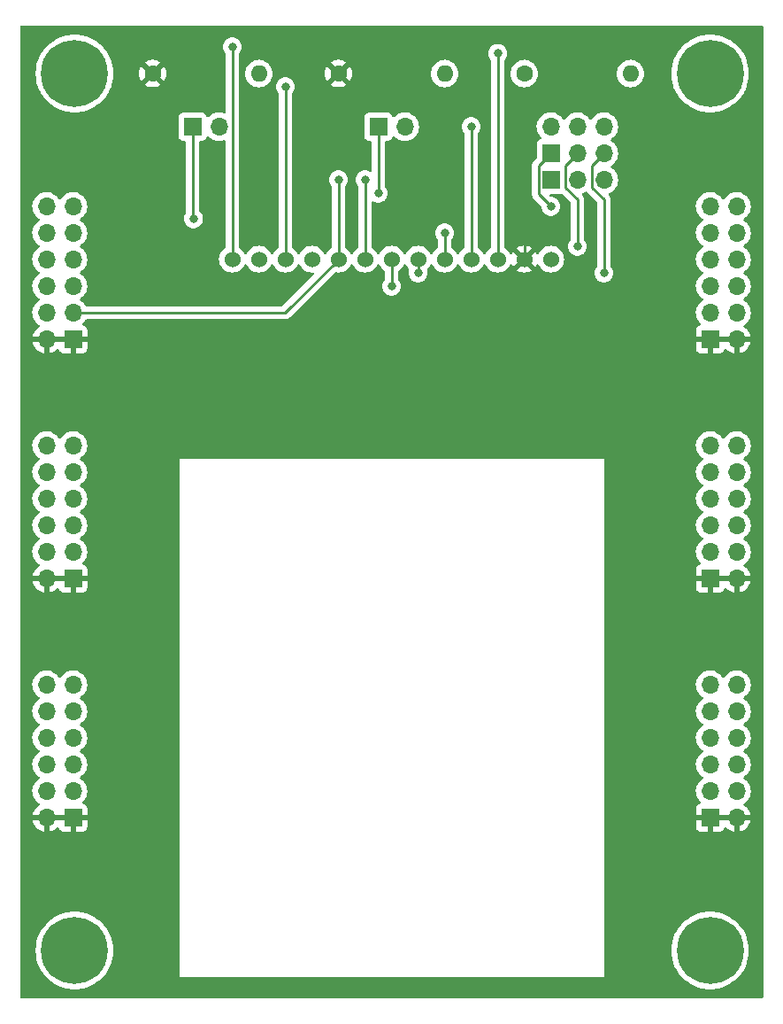
<source format=gbr>
%TF.GenerationSoftware,KiCad,Pcbnew,(6.0.1)*%
%TF.CreationDate,2022-02-11T12:09:14+01:00*%
%TF.ProjectId,pn5180_board,706e3531-3830-45f6-926f-6172642e6b69,rev?*%
%TF.SameCoordinates,Original*%
%TF.FileFunction,Copper,L2,Bot*%
%TF.FilePolarity,Positive*%
%FSLAX46Y46*%
G04 Gerber Fmt 4.6, Leading zero omitted, Abs format (unit mm)*
G04 Created by KiCad (PCBNEW (6.0.1)) date 2022-02-11 12:09:14*
%MOMM*%
%LPD*%
G01*
G04 APERTURE LIST*
%TA.AperFunction,ComponentPad*%
%ADD10R,1.700000X1.700000*%
%TD*%
%TA.AperFunction,ComponentPad*%
%ADD11O,1.700000X1.700000*%
%TD*%
%TA.AperFunction,ComponentPad*%
%ADD12C,0.800000*%
%TD*%
%TA.AperFunction,ComponentPad*%
%ADD13C,6.400000*%
%TD*%
%TA.AperFunction,ComponentPad*%
%ADD14C,1.600000*%
%TD*%
%TA.AperFunction,ComponentPad*%
%ADD15O,1.600000X1.600000*%
%TD*%
%TA.AperFunction,ComponentPad*%
%ADD16C,1.524000*%
%TD*%
%TA.AperFunction,ViaPad*%
%ADD17C,0.800000*%
%TD*%
%TA.AperFunction,Conductor*%
%ADD18C,0.250000*%
%TD*%
G04 APERTURE END LIST*
D10*
%TO.P,J1,1,Pin_1*%
%TO.N,VCC*%
X63500000Y-119380000D03*
D11*
%TO.P,J1,2,Pin_2*%
X60960000Y-119380000D03*
%TO.P,J1,3,Pin_3*%
%TO.N,GND*%
X63500000Y-116840000D03*
%TO.P,J1,4,Pin_4*%
X60960000Y-116840000D03*
%TO.P,J1,5,Pin_5*%
%TO.N,PMOD_I2C_SDA*%
X63500000Y-114300000D03*
%TO.P,J1,6,Pin_6*%
%TO.N,PMOD_I2C_GPIO4*%
X60960000Y-114300000D03*
%TO.P,J1,7,Pin_7*%
%TO.N,PMOD_I2C_SCL*%
X63500000Y-111760000D03*
%TO.P,J1,8,Pin_8*%
%TO.N,PMOD_I2C_GPIO3*%
X60960000Y-111760000D03*
%TO.P,J1,9,Pin_9*%
%TO.N,PMOD_I2C_RESET*%
X63500000Y-109220000D03*
%TO.P,J1,10,Pin_10*%
%TO.N,PMOD_I2C_GPIO2*%
X60960000Y-109220000D03*
%TO.P,J1,11,Pin_11*%
%TO.N,PMOD_I2C_INT*%
X63500000Y-106680000D03*
%TO.P,J1,12,Pin_12*%
%TO.N,PMOD_I2C_GPIO1*%
X60960000Y-106680000D03*
%TD*%
D10*
%TO.P,J2,1,Pin_1*%
%TO.N,VCC*%
X63500000Y-96520000D03*
D11*
%TO.P,J2,2,Pin_2*%
X60960000Y-96520000D03*
%TO.P,J2,3,Pin_3*%
%TO.N,GND*%
X63500000Y-93980000D03*
%TO.P,J2,4,Pin_4*%
X60960000Y-93980000D03*
%TO.P,J2,5,Pin_5*%
%TO.N,PMOD_UART_RTS*%
X63500000Y-91440000D03*
%TO.P,J2,6,Pin_6*%
%TO.N,PMOD_UART_GPIO4*%
X60960000Y-91440000D03*
%TO.P,J2,7,Pin_7*%
%TO.N,PMOD_UART_RXD*%
X63500000Y-88900000D03*
%TO.P,J2,8,Pin_8*%
%TO.N,PMOD_UART_GPIO3*%
X60960000Y-88900000D03*
%TO.P,J2,9,Pin_9*%
%TO.N,PMOD_UART_TXD*%
X63500000Y-86360000D03*
%TO.P,J2,10,Pin_10*%
%TO.N,PMOD_UART_RESET*%
X60960000Y-86360000D03*
%TO.P,J2,11,Pin_11*%
%TO.N,PMOD_UART_CTS*%
X63500000Y-83820000D03*
%TO.P,J2,12,Pin_12*%
%TO.N,PMOD_UART_INT*%
X60960000Y-83820000D03*
%TD*%
D10*
%TO.P,J3,1,Pin_1*%
%TO.N,VCC*%
X63500000Y-73660000D03*
D11*
%TO.P,J3,2,Pin_2*%
X60960000Y-73660000D03*
%TO.P,J3,3,Pin_3*%
%TO.N,GND*%
X63500000Y-71120000D03*
%TO.P,J3,4,Pin_4*%
X60960000Y-71120000D03*
%TO.P,J3,5,Pin_5*%
%TO.N,PMOD_SPI_SCK*%
X63500000Y-68580000D03*
%TO.P,J3,6,Pin_6*%
%TO.N,PMOD_SPI_CS3*%
X60960000Y-68580000D03*
%TO.P,J3,7,Pin_7*%
%TO.N,PMOD_SPI_MISO*%
X63500000Y-66040000D03*
%TO.P,J3,8,Pin_8*%
%TO.N,PMOD_SPI_CS2*%
X60960000Y-66040000D03*
%TO.P,J3,9,Pin_9*%
%TO.N,PMOD_SPI_MOSI*%
X63500000Y-63500000D03*
%TO.P,J3,10,Pin_10*%
%TO.N,PMOD_SPI_RESET*%
X60960000Y-63500000D03*
%TO.P,J3,11,Pin_11*%
%TO.N,PMOD_SPI_CS*%
X63500000Y-60960000D03*
%TO.P,J3,12,Pin_12*%
%TO.N,PMOD_SPI_INT*%
X60960000Y-60960000D03*
%TD*%
D10*
%TO.P,J7,1,Pin_1*%
%TO.N,VCC*%
X124460000Y-119380000D03*
D11*
%TO.P,J7,2,Pin_2*%
X127000000Y-119380000D03*
%TO.P,J7,3,Pin_3*%
%TO.N,GND*%
X124460000Y-116840000D03*
%TO.P,J7,4,Pin_4*%
X127000000Y-116840000D03*
%TO.P,J7,5,Pin_5*%
%TO.N,PMOD_I2C_SDA*%
X124460000Y-114300000D03*
%TO.P,J7,6,Pin_6*%
%TO.N,PMOD_I2C_GPIO4*%
X127000000Y-114300000D03*
%TO.P,J7,7,Pin_7*%
%TO.N,PMOD_I2C_SCL*%
X124460000Y-111760000D03*
%TO.P,J7,8,Pin_8*%
%TO.N,PMOD_I2C_GPIO3*%
X127000000Y-111760000D03*
%TO.P,J7,9,Pin_9*%
%TO.N,PMOD_I2C_RESET*%
X124460000Y-109220000D03*
%TO.P,J7,10,Pin_10*%
%TO.N,PMOD_I2C_GPIO2*%
X127000000Y-109220000D03*
%TO.P,J7,11,Pin_11*%
%TO.N,PMOD_I2C_INT*%
X124460000Y-106680000D03*
%TO.P,J7,12,Pin_12*%
%TO.N,PMOD_I2C_GPIO1*%
X127000000Y-106680000D03*
%TD*%
D10*
%TO.P,J8,1,Pin_1*%
%TO.N,VCC*%
X124460000Y-96520000D03*
D11*
%TO.P,J8,2,Pin_2*%
X127000000Y-96520000D03*
%TO.P,J8,3,Pin_3*%
%TO.N,GND*%
X124460000Y-93980000D03*
%TO.P,J8,4,Pin_4*%
X127000000Y-93980000D03*
%TO.P,J8,5,Pin_5*%
%TO.N,PMOD_UART_RTS*%
X124460000Y-91440000D03*
%TO.P,J8,6,Pin_6*%
%TO.N,PMOD_UART_GPIO4*%
X127000000Y-91440000D03*
%TO.P,J8,7,Pin_7*%
%TO.N,PMOD_UART_RXD*%
X124460000Y-88900000D03*
%TO.P,J8,8,Pin_8*%
%TO.N,PMOD_UART_GPIO3*%
X127000000Y-88900000D03*
%TO.P,J8,9,Pin_9*%
%TO.N,PMOD_UART_TXD*%
X124460000Y-86360000D03*
%TO.P,J8,10,Pin_10*%
%TO.N,PMOD_UART_RESET*%
X127000000Y-86360000D03*
%TO.P,J8,11,Pin_11*%
%TO.N,PMOD_UART_CTS*%
X124460000Y-83820000D03*
%TO.P,J8,12,Pin_12*%
%TO.N,PMOD_UART_INT*%
X127000000Y-83820000D03*
%TD*%
D10*
%TO.P,J9,1,Pin_1*%
%TO.N,VCC*%
X124460000Y-73660000D03*
D11*
%TO.P,J9,2,Pin_2*%
X127000000Y-73660000D03*
%TO.P,J9,3,Pin_3*%
%TO.N,GND*%
X124460000Y-71120000D03*
%TO.P,J9,4,Pin_4*%
X127000000Y-71120000D03*
%TO.P,J9,5,Pin_5*%
%TO.N,PMOD_SPI_SCK*%
X124460000Y-68580000D03*
%TO.P,J9,6,Pin_6*%
%TO.N,PMOD_SPI_CS3*%
X127000000Y-68580000D03*
%TO.P,J9,7,Pin_7*%
%TO.N,PMOD_SPI_MISO*%
X124460000Y-66040000D03*
%TO.P,J9,8,Pin_8*%
%TO.N,PMOD_SPI_CS2*%
X127000000Y-66040000D03*
%TO.P,J9,9,Pin_9*%
%TO.N,PMOD_SPI_MOSI*%
X124460000Y-63500000D03*
%TO.P,J9,10,Pin_10*%
%TO.N,PMOD_SPI_RESET*%
X127000000Y-63500000D03*
%TO.P,J9,11,Pin_11*%
%TO.N,PMOD_SPI_CS*%
X124460000Y-60960000D03*
%TO.P,J9,12,Pin_12*%
%TO.N,PMOD_SPI_INT*%
X127000000Y-60960000D03*
%TD*%
D12*
%TO.P,H1,1*%
%TO.N,N/C*%
X66040000Y-48260000D03*
X61942944Y-49957056D03*
X63640000Y-45860000D03*
X65337056Y-46562944D03*
X63640000Y-50660000D03*
X61240000Y-48260000D03*
X65337056Y-49957056D03*
D13*
X63640000Y-48260000D03*
D12*
X61942944Y-46562944D03*
%TD*%
D13*
%TO.P,H2,1*%
%TO.N,N/C*%
X63640000Y-132080000D03*
D12*
X63640000Y-134480000D03*
X66040000Y-132080000D03*
X65337056Y-133777056D03*
X61240000Y-132080000D03*
X61942944Y-130382944D03*
X65337056Y-130382944D03*
X63640000Y-129680000D03*
X61942944Y-133777056D03*
%TD*%
%TO.P,H3,1*%
%TO.N,N/C*%
X126860000Y-48260000D03*
D13*
X124460000Y-48260000D03*
D12*
X124460000Y-45860000D03*
X122060000Y-48260000D03*
X126157056Y-46562944D03*
X124460000Y-50660000D03*
X122762944Y-49957056D03*
X122762944Y-46562944D03*
X126157056Y-49957056D03*
%TD*%
%TO.P,H4,1*%
%TO.N,N/C*%
X122762944Y-133777056D03*
X122060000Y-132080000D03*
X122762944Y-130382944D03*
X126157056Y-130382944D03*
X126860000Y-132080000D03*
X124460000Y-134480000D03*
D13*
X124460000Y-132080000D03*
D12*
X126157056Y-133777056D03*
X124460000Y-129680000D03*
%TD*%
D14*
%TO.P,R2,1*%
%TO.N,VCC*%
X88900000Y-48260000D03*
D15*
%TO.P,R2,2*%
%TO.N,INT*%
X99060000Y-48260000D03*
%TD*%
D14*
%TO.P,R1,1*%
%TO.N,VCC*%
X71120000Y-48260000D03*
D15*
%TO.P,R1,2*%
%TO.N,RESET*%
X81280000Y-48260000D03*
%TD*%
D14*
%TO.P,R3,1*%
%TO.N,GND*%
X106680000Y-48260000D03*
D15*
%TO.P,R3,2*%
%TO.N,AUX2*%
X116840000Y-48260000D03*
%TD*%
D16*
%TO.P,U1,1,AUX2*%
%TO.N,AUX2*%
X78740000Y-66000000D03*
%TO.P,U1,2,AUX1*%
%TO.N,unconnected-(U1-Pad2)*%
X81280000Y-66000000D03*
%TO.P,U1,3,INT*%
%TO.N,INT*%
X83820000Y-66000000D03*
%TO.P,U1,4*%
%TO.N,N/C*%
X86360000Y-66000000D03*
%TO.P,U1,5,GND*%
%TO.N,GND*%
X88900000Y-66000000D03*
%TO.P,U1,6,BUSY*%
%TO.N,BUSY*%
X91440000Y-66000000D03*
%TO.P,U1,7,SCK*%
%TO.N,PMOD_SPI_SCK*%
X93980000Y-66000000D03*
%TO.P,U1,8,MISO*%
%TO.N,PMOD_SPI_MISO*%
X96520000Y-66000000D03*
%TO.P,U1,9,MOSI*%
%TO.N,PMOD_SPI_MOSI*%
X99060000Y-66000000D03*
%TO.P,U1,10,~{CS}*%
%TO.N,CS*%
X101600000Y-66000000D03*
%TO.P,U1,11,~{RST}*%
%TO.N,RESET*%
X104140000Y-66000000D03*
%TO.P,U1,12,VCC*%
%TO.N,VCC*%
X106680000Y-66000000D03*
%TO.P,U1,13*%
%TO.N,N/C*%
X109220000Y-66000000D03*
%TD*%
D10*
%TO.P,J6,1,Pin_1*%
%TO.N,PMOD_SPI_INT*%
X92710000Y-53340000D03*
D11*
%TO.P,J6,2,Pin_2*%
%TO.N,INT*%
X95250000Y-53340000D03*
%TD*%
D10*
%TO.P,J4,1,Pin_1*%
%TO.N,PMOD_SPI_CS*%
X109220000Y-55880000D03*
D11*
%TO.P,J4,2,Pin_2*%
%TO.N,CS*%
X109220000Y-53340000D03*
%TO.P,J4,3,Pin_3*%
%TO.N,PMOD_SPI_CS2*%
X111760000Y-55880000D03*
%TO.P,J4,4,Pin_4*%
%TO.N,CS*%
X111760000Y-53340000D03*
%TO.P,J4,5,Pin_5*%
%TO.N,PMOD_SPI_CS3*%
X114300000Y-55880000D03*
%TO.P,J4,6,Pin_6*%
%TO.N,CS*%
X114300000Y-53340000D03*
%TD*%
D10*
%TO.P,J10,1,Pin_1*%
%TO.N,BUSY*%
X109220000Y-58420000D03*
D11*
%TO.P,J10,2,Pin_2*%
X111760000Y-58420000D03*
%TO.P,J10,3,Pin_3*%
X114300000Y-58420000D03*
%TD*%
D10*
%TO.P,J5,1,Pin_1*%
%TO.N,PMOD_SPI_RESET*%
X74930000Y-53340000D03*
D11*
%TO.P,J5,2,Pin_2*%
%TO.N,RESET*%
X77470000Y-53340000D03*
%TD*%
D17*
%TO.N,GND*%
X88900000Y-58420000D03*
%TO.N,VCC*%
X106680000Y-58420000D03*
%TO.N,PMOD_SPI_INT*%
X92710000Y-59690000D03*
%TO.N,PMOD_SPI_CS*%
X109220000Y-60960000D03*
%TO.N,PMOD_SPI_RESET*%
X75025489Y-62134511D03*
%TO.N,PMOD_SPI_MOSI*%
X99060000Y-63500000D03*
%TO.N,PMOD_SPI_CS2*%
X111760000Y-64770000D03*
%TO.N,PMOD_SPI_MISO*%
X96520000Y-67310000D03*
%TO.N,PMOD_SPI_CS3*%
X114300000Y-67310000D03*
%TO.N,PMOD_SPI_SCK*%
X93980000Y-68580000D03*
%TO.N,CS*%
X101600000Y-53340000D03*
%TO.N,RESET*%
X104140000Y-46355000D03*
%TO.N,INT*%
X83820000Y-49530000D03*
%TO.N,AUX2*%
X78740000Y-45720000D03*
%TO.N,BUSY*%
X91440000Y-58420000D03*
%TD*%
D18*
%TO.N,GND*%
X83780000Y-71120000D02*
X88900000Y-66000000D01*
X88900000Y-66000000D02*
X88900000Y-58420000D01*
X63500000Y-71120000D02*
X83780000Y-71120000D01*
%TO.N,VCC*%
X106680000Y-66000000D02*
X106680000Y-58420000D01*
X99020000Y-73660000D02*
X63500000Y-73660000D01*
%TO.N,PMOD_SPI_INT*%
X92710000Y-53340000D02*
X92710000Y-59690000D01*
%TO.N,PMOD_SPI_CS*%
X109220000Y-60960000D02*
X108045489Y-59785489D01*
X108045489Y-57054511D02*
X109220000Y-55880000D01*
X108045489Y-59785489D02*
X108045489Y-57054511D01*
%TO.N,PMOD_SPI_RESET*%
X74930000Y-53340000D02*
X74930000Y-62039022D01*
X74930000Y-62039022D02*
X75025489Y-62134511D01*
%TO.N,PMOD_SPI_MOSI*%
X99060000Y-66000000D02*
X99060000Y-63500000D01*
%TO.N,PMOD_SPI_CS2*%
X111760000Y-60325000D02*
X111760000Y-64770000D01*
X111760000Y-55880000D02*
X110585489Y-57054511D01*
X110585489Y-59150489D02*
X111760000Y-60325000D01*
X110585489Y-57054511D02*
X110585489Y-59150489D01*
%TO.N,PMOD_SPI_MISO*%
X96520000Y-66000000D02*
X96520000Y-67310000D01*
%TO.N,PMOD_SPI_CS3*%
X114300000Y-55880000D02*
X113125489Y-57054511D01*
X113125489Y-57054511D02*
X113125489Y-59150489D01*
X114300000Y-60325000D02*
X114300000Y-67310000D01*
X113125489Y-59150489D02*
X114300000Y-60325000D01*
%TO.N,PMOD_SPI_SCK*%
X93980000Y-66000000D02*
X93980000Y-68580000D01*
%TO.N,CS*%
X101600000Y-66000000D02*
X101600000Y-53340000D01*
%TO.N,RESET*%
X104140000Y-66000000D02*
X104140000Y-46355000D01*
%TO.N,INT*%
X83820000Y-66000000D02*
X83820000Y-49530000D01*
%TO.N,AUX2*%
X78740000Y-66000000D02*
X78740000Y-45720000D01*
%TO.N,BUSY*%
X91440000Y-58420000D02*
X91440000Y-66000000D01*
%TD*%
%TA.AperFunction,Conductor*%
%TO.N,VCC*%
G36*
X129482121Y-43708002D02*
G01*
X129528614Y-43761658D01*
X129540000Y-43814000D01*
X129540000Y-136526000D01*
X129519998Y-136594121D01*
X129466342Y-136640614D01*
X129414000Y-136652000D01*
X58546000Y-136652000D01*
X58477879Y-136631998D01*
X58431386Y-136578342D01*
X58420000Y-136526000D01*
X58420000Y-132080000D01*
X59926411Y-132080000D01*
X59946754Y-132468176D01*
X60007562Y-132852099D01*
X60108167Y-133227562D01*
X60247468Y-133590453D01*
X60423938Y-133936794D01*
X60635643Y-134262793D01*
X60880266Y-134564876D01*
X61155124Y-134839734D01*
X61457207Y-135084357D01*
X61783205Y-135296062D01*
X61786139Y-135297557D01*
X61786146Y-135297561D01*
X62126607Y-135471034D01*
X62129547Y-135472532D01*
X62492438Y-135611833D01*
X62867901Y-135712438D01*
X63071793Y-135744732D01*
X63248576Y-135772732D01*
X63248584Y-135772733D01*
X63251824Y-135773246D01*
X63640000Y-135793589D01*
X64028176Y-135773246D01*
X64031416Y-135772733D01*
X64031424Y-135772732D01*
X64208207Y-135744732D01*
X64412099Y-135712438D01*
X64787562Y-135611833D01*
X65150453Y-135472532D01*
X65153393Y-135471034D01*
X65493854Y-135297561D01*
X65493861Y-135297557D01*
X65496795Y-135296062D01*
X65822793Y-135084357D01*
X66124876Y-134839734D01*
X66344610Y-134620000D01*
X73660000Y-134620000D01*
X114300000Y-134620000D01*
X114300000Y-132080000D01*
X120746411Y-132080000D01*
X120766754Y-132468176D01*
X120827562Y-132852099D01*
X120928167Y-133227562D01*
X121067468Y-133590453D01*
X121243938Y-133936794D01*
X121455643Y-134262793D01*
X121700266Y-134564876D01*
X121975124Y-134839734D01*
X122277207Y-135084357D01*
X122603205Y-135296062D01*
X122606139Y-135297557D01*
X122606146Y-135297561D01*
X122946607Y-135471034D01*
X122949547Y-135472532D01*
X123312438Y-135611833D01*
X123687901Y-135712438D01*
X123891793Y-135744732D01*
X124068576Y-135772732D01*
X124068584Y-135772733D01*
X124071824Y-135773246D01*
X124460000Y-135793589D01*
X124848176Y-135773246D01*
X124851416Y-135772733D01*
X124851424Y-135772732D01*
X125028207Y-135744732D01*
X125232099Y-135712438D01*
X125607562Y-135611833D01*
X125970453Y-135472532D01*
X125973393Y-135471034D01*
X126313854Y-135297561D01*
X126313861Y-135297557D01*
X126316795Y-135296062D01*
X126642793Y-135084357D01*
X126944876Y-134839734D01*
X127219734Y-134564876D01*
X127464357Y-134262793D01*
X127676062Y-133936794D01*
X127852532Y-133590453D01*
X127991833Y-133227562D01*
X128092438Y-132852099D01*
X128153246Y-132468176D01*
X128173589Y-132080000D01*
X128153246Y-131691824D01*
X128092438Y-131307901D01*
X127991833Y-130932438D01*
X127852532Y-130569547D01*
X127676062Y-130223206D01*
X127464357Y-129897207D01*
X127219734Y-129595124D01*
X126944876Y-129320266D01*
X126642793Y-129075643D01*
X126316795Y-128863938D01*
X126313861Y-128862443D01*
X126313854Y-128862439D01*
X125973393Y-128688966D01*
X125970453Y-128687468D01*
X125607562Y-128548167D01*
X125232099Y-128447562D01*
X125028207Y-128415268D01*
X124851424Y-128387268D01*
X124851416Y-128387267D01*
X124848176Y-128386754D01*
X124460000Y-128366411D01*
X124071824Y-128386754D01*
X124068584Y-128387267D01*
X124068576Y-128387268D01*
X123891793Y-128415268D01*
X123687901Y-128447562D01*
X123312438Y-128548167D01*
X122949547Y-128687468D01*
X122946607Y-128688966D01*
X122606147Y-128862439D01*
X122606140Y-128862443D01*
X122603206Y-128863938D01*
X122277207Y-129075643D01*
X121975124Y-129320266D01*
X121700266Y-129595124D01*
X121455643Y-129897207D01*
X121243938Y-130223206D01*
X121067468Y-130569547D01*
X120928167Y-130932438D01*
X120827562Y-131307901D01*
X120766754Y-131691824D01*
X120746411Y-132080000D01*
X114300000Y-132080000D01*
X114300000Y-120274669D01*
X123102001Y-120274669D01*
X123102371Y-120281490D01*
X123107895Y-120332352D01*
X123111521Y-120347604D01*
X123156676Y-120468054D01*
X123165214Y-120483649D01*
X123241715Y-120585724D01*
X123254276Y-120598285D01*
X123356351Y-120674786D01*
X123371946Y-120683324D01*
X123492394Y-120728478D01*
X123507649Y-120732105D01*
X123558514Y-120737631D01*
X123565328Y-120738000D01*
X124187885Y-120738000D01*
X124203124Y-120733525D01*
X124204329Y-120732135D01*
X124206000Y-120724452D01*
X124206000Y-120719884D01*
X124714000Y-120719884D01*
X124718475Y-120735123D01*
X124719865Y-120736328D01*
X124727548Y-120737999D01*
X125354669Y-120737999D01*
X125361490Y-120737629D01*
X125412352Y-120732105D01*
X125427604Y-120728479D01*
X125548054Y-120683324D01*
X125563649Y-120674786D01*
X125665724Y-120598285D01*
X125678285Y-120585724D01*
X125754786Y-120483649D01*
X125763325Y-120468052D01*
X125804425Y-120358418D01*
X125847066Y-120301653D01*
X125913628Y-120276953D01*
X125982977Y-120292160D01*
X126017645Y-120320150D01*
X126043219Y-120349674D01*
X126050580Y-120356883D01*
X126214434Y-120492916D01*
X126222881Y-120498831D01*
X126406756Y-120606279D01*
X126416042Y-120610729D01*
X126615001Y-120686703D01*
X126624899Y-120689579D01*
X126728250Y-120710606D01*
X126742299Y-120709410D01*
X126746000Y-120699065D01*
X126746000Y-120698517D01*
X127254000Y-120698517D01*
X127258064Y-120712359D01*
X127271478Y-120714393D01*
X127278184Y-120713534D01*
X127288262Y-120711392D01*
X127492255Y-120650191D01*
X127501842Y-120646433D01*
X127693095Y-120552739D01*
X127701945Y-120547464D01*
X127875328Y-120423792D01*
X127883200Y-120417139D01*
X128034052Y-120266812D01*
X128040730Y-120258965D01*
X128165003Y-120086020D01*
X128170313Y-120077183D01*
X128264670Y-119886267D01*
X128268469Y-119876672D01*
X128330377Y-119672910D01*
X128332555Y-119662837D01*
X128333986Y-119651962D01*
X128331775Y-119637778D01*
X128318617Y-119634000D01*
X127272115Y-119634000D01*
X127256876Y-119638475D01*
X127255671Y-119639865D01*
X127254000Y-119647548D01*
X127254000Y-120698517D01*
X126746000Y-120698517D01*
X126746000Y-119652115D01*
X126741525Y-119636876D01*
X126740135Y-119635671D01*
X126732452Y-119634000D01*
X124732115Y-119634000D01*
X124716876Y-119638475D01*
X124715671Y-119639865D01*
X124714000Y-119647548D01*
X124714000Y-120719884D01*
X124206000Y-120719884D01*
X124206000Y-119652115D01*
X124201525Y-119636876D01*
X124200135Y-119635671D01*
X124192452Y-119634000D01*
X123120116Y-119634000D01*
X123104877Y-119638475D01*
X123103672Y-119639865D01*
X123102001Y-119647548D01*
X123102001Y-120274669D01*
X114300000Y-120274669D01*
X114300000Y-116806695D01*
X123097251Y-116806695D01*
X123097548Y-116811848D01*
X123097548Y-116811851D01*
X123103011Y-116906590D01*
X123110110Y-117029715D01*
X123111247Y-117034761D01*
X123111248Y-117034767D01*
X123131119Y-117122939D01*
X123159222Y-117247639D01*
X123243266Y-117454616D01*
X123294019Y-117537438D01*
X123357291Y-117640688D01*
X123359987Y-117645088D01*
X123506250Y-117813938D01*
X123510225Y-117817238D01*
X123510231Y-117817244D01*
X123515425Y-117821556D01*
X123555059Y-117880460D01*
X123556555Y-117951441D01*
X123519439Y-118011962D01*
X123479168Y-118036480D01*
X123371946Y-118076676D01*
X123356351Y-118085214D01*
X123254276Y-118161715D01*
X123241715Y-118174276D01*
X123165214Y-118276351D01*
X123156676Y-118291946D01*
X123111522Y-118412394D01*
X123107895Y-118427649D01*
X123102369Y-118478514D01*
X123102000Y-118485328D01*
X123102000Y-119107885D01*
X123106475Y-119123124D01*
X123107865Y-119124329D01*
X123115548Y-119126000D01*
X128318344Y-119126000D01*
X128331875Y-119122027D01*
X128333180Y-119112947D01*
X128291214Y-118945875D01*
X128287894Y-118936124D01*
X128202972Y-118740814D01*
X128198105Y-118731739D01*
X128082426Y-118552926D01*
X128076136Y-118544757D01*
X127932806Y-118387240D01*
X127925273Y-118380215D01*
X127758139Y-118248222D01*
X127749556Y-118242520D01*
X127712602Y-118222120D01*
X127662631Y-118171687D01*
X127647859Y-118102245D01*
X127672975Y-118035839D01*
X127700327Y-118009232D01*
X127723797Y-117992491D01*
X127879860Y-117881173D01*
X127904323Y-117856796D01*
X128034435Y-117727137D01*
X128038096Y-117723489D01*
X128097594Y-117640689D01*
X128165435Y-117546277D01*
X128168453Y-117542077D01*
X128189320Y-117499857D01*
X128265136Y-117346453D01*
X128265137Y-117346451D01*
X128267430Y-117341811D01*
X128332370Y-117128069D01*
X128361529Y-116906590D01*
X128363156Y-116840000D01*
X128344852Y-116617361D01*
X128290431Y-116400702D01*
X128201354Y-116195840D01*
X128080014Y-116008277D01*
X127929670Y-115843051D01*
X127925619Y-115839852D01*
X127925615Y-115839848D01*
X127758414Y-115707800D01*
X127758410Y-115707798D01*
X127754359Y-115704598D01*
X127713053Y-115681796D01*
X127663084Y-115631364D01*
X127648312Y-115561921D01*
X127673428Y-115495516D01*
X127700780Y-115468909D01*
X127744603Y-115437650D01*
X127879860Y-115341173D01*
X128038096Y-115183489D01*
X128097594Y-115100689D01*
X128165435Y-115006277D01*
X128168453Y-115002077D01*
X128189320Y-114959857D01*
X128265136Y-114806453D01*
X128265137Y-114806451D01*
X128267430Y-114801811D01*
X128332370Y-114588069D01*
X128361529Y-114366590D01*
X128363156Y-114300000D01*
X128344852Y-114077361D01*
X128290431Y-113860702D01*
X128201354Y-113655840D01*
X128080014Y-113468277D01*
X127929670Y-113303051D01*
X127925619Y-113299852D01*
X127925615Y-113299848D01*
X127758414Y-113167800D01*
X127758410Y-113167798D01*
X127754359Y-113164598D01*
X127713053Y-113141796D01*
X127663084Y-113091364D01*
X127648312Y-113021921D01*
X127673428Y-112955516D01*
X127700780Y-112928909D01*
X127744603Y-112897650D01*
X127879860Y-112801173D01*
X128038096Y-112643489D01*
X128097594Y-112560689D01*
X128165435Y-112466277D01*
X128168453Y-112462077D01*
X128189320Y-112419857D01*
X128265136Y-112266453D01*
X128265137Y-112266451D01*
X128267430Y-112261811D01*
X128332370Y-112048069D01*
X128361529Y-111826590D01*
X128363156Y-111760000D01*
X128344852Y-111537361D01*
X128290431Y-111320702D01*
X128201354Y-111115840D01*
X128080014Y-110928277D01*
X127929670Y-110763051D01*
X127925619Y-110759852D01*
X127925615Y-110759848D01*
X127758414Y-110627800D01*
X127758410Y-110627798D01*
X127754359Y-110624598D01*
X127713053Y-110601796D01*
X127663084Y-110551364D01*
X127648312Y-110481921D01*
X127673428Y-110415516D01*
X127700780Y-110388909D01*
X127744603Y-110357650D01*
X127879860Y-110261173D01*
X128038096Y-110103489D01*
X128097594Y-110020689D01*
X128165435Y-109926277D01*
X128168453Y-109922077D01*
X128189320Y-109879857D01*
X128265136Y-109726453D01*
X128265137Y-109726451D01*
X128267430Y-109721811D01*
X128332370Y-109508069D01*
X128361529Y-109286590D01*
X128363156Y-109220000D01*
X128344852Y-108997361D01*
X128290431Y-108780702D01*
X128201354Y-108575840D01*
X128080014Y-108388277D01*
X127929670Y-108223051D01*
X127925619Y-108219852D01*
X127925615Y-108219848D01*
X127758414Y-108087800D01*
X127758410Y-108087798D01*
X127754359Y-108084598D01*
X127713053Y-108061796D01*
X127663084Y-108011364D01*
X127648312Y-107941921D01*
X127673428Y-107875516D01*
X127700780Y-107848909D01*
X127744603Y-107817650D01*
X127879860Y-107721173D01*
X128038096Y-107563489D01*
X128097594Y-107480689D01*
X128165435Y-107386277D01*
X128168453Y-107382077D01*
X128189320Y-107339857D01*
X128265136Y-107186453D01*
X128265137Y-107186451D01*
X128267430Y-107181811D01*
X128332370Y-106968069D01*
X128361529Y-106746590D01*
X128363156Y-106680000D01*
X128344852Y-106457361D01*
X128290431Y-106240702D01*
X128201354Y-106035840D01*
X128080014Y-105848277D01*
X127929670Y-105683051D01*
X127925619Y-105679852D01*
X127925615Y-105679848D01*
X127758414Y-105547800D01*
X127758410Y-105547798D01*
X127754359Y-105544598D01*
X127558789Y-105436638D01*
X127553920Y-105434914D01*
X127553916Y-105434912D01*
X127353087Y-105363795D01*
X127353083Y-105363794D01*
X127348212Y-105362069D01*
X127343119Y-105361162D01*
X127343116Y-105361161D01*
X127133373Y-105323800D01*
X127133367Y-105323799D01*
X127128284Y-105322894D01*
X127054452Y-105321992D01*
X126910081Y-105320228D01*
X126910079Y-105320228D01*
X126904911Y-105320165D01*
X126684091Y-105353955D01*
X126471756Y-105423357D01*
X126273607Y-105526507D01*
X126269474Y-105529610D01*
X126269471Y-105529612D01*
X126245247Y-105547800D01*
X126094965Y-105660635D01*
X125940629Y-105822138D01*
X125833201Y-105979621D01*
X125778293Y-106024621D01*
X125707768Y-106032792D01*
X125644021Y-106001538D01*
X125623324Y-105977054D01*
X125542822Y-105852617D01*
X125542820Y-105852614D01*
X125540014Y-105848277D01*
X125389670Y-105683051D01*
X125385619Y-105679852D01*
X125385615Y-105679848D01*
X125218414Y-105547800D01*
X125218410Y-105547798D01*
X125214359Y-105544598D01*
X125018789Y-105436638D01*
X125013920Y-105434914D01*
X125013916Y-105434912D01*
X124813087Y-105363795D01*
X124813083Y-105363794D01*
X124808212Y-105362069D01*
X124803119Y-105361162D01*
X124803116Y-105361161D01*
X124593373Y-105323800D01*
X124593367Y-105323799D01*
X124588284Y-105322894D01*
X124514452Y-105321992D01*
X124370081Y-105320228D01*
X124370079Y-105320228D01*
X124364911Y-105320165D01*
X124144091Y-105353955D01*
X123931756Y-105423357D01*
X123733607Y-105526507D01*
X123729474Y-105529610D01*
X123729471Y-105529612D01*
X123705247Y-105547800D01*
X123554965Y-105660635D01*
X123400629Y-105822138D01*
X123274743Y-106006680D01*
X123180688Y-106209305D01*
X123120989Y-106424570D01*
X123097251Y-106646695D01*
X123097548Y-106651848D01*
X123097548Y-106651851D01*
X123103011Y-106746590D01*
X123110110Y-106869715D01*
X123111247Y-106874761D01*
X123111248Y-106874767D01*
X123131119Y-106962939D01*
X123159222Y-107087639D01*
X123243266Y-107294616D01*
X123294019Y-107377438D01*
X123357291Y-107480688D01*
X123359987Y-107485088D01*
X123506250Y-107653938D01*
X123678126Y-107796632D01*
X123748595Y-107837811D01*
X123751445Y-107839476D01*
X123800169Y-107891114D01*
X123813240Y-107960897D01*
X123786509Y-108026669D01*
X123746055Y-108060027D01*
X123733607Y-108066507D01*
X123729474Y-108069610D01*
X123729471Y-108069612D01*
X123705247Y-108087800D01*
X123554965Y-108200635D01*
X123400629Y-108362138D01*
X123274743Y-108546680D01*
X123180688Y-108749305D01*
X123120989Y-108964570D01*
X123097251Y-109186695D01*
X123097548Y-109191848D01*
X123097548Y-109191851D01*
X123103011Y-109286590D01*
X123110110Y-109409715D01*
X123111247Y-109414761D01*
X123111248Y-109414767D01*
X123131119Y-109502939D01*
X123159222Y-109627639D01*
X123243266Y-109834616D01*
X123294019Y-109917438D01*
X123357291Y-110020688D01*
X123359987Y-110025088D01*
X123506250Y-110193938D01*
X123678126Y-110336632D01*
X123748595Y-110377811D01*
X123751445Y-110379476D01*
X123800169Y-110431114D01*
X123813240Y-110500897D01*
X123786509Y-110566669D01*
X123746055Y-110600027D01*
X123733607Y-110606507D01*
X123729474Y-110609610D01*
X123729471Y-110609612D01*
X123705247Y-110627800D01*
X123554965Y-110740635D01*
X123400629Y-110902138D01*
X123274743Y-111086680D01*
X123180688Y-111289305D01*
X123120989Y-111504570D01*
X123097251Y-111726695D01*
X123097548Y-111731848D01*
X123097548Y-111731851D01*
X123103011Y-111826590D01*
X123110110Y-111949715D01*
X123111247Y-111954761D01*
X123111248Y-111954767D01*
X123131119Y-112042939D01*
X123159222Y-112167639D01*
X123243266Y-112374616D01*
X123294019Y-112457438D01*
X123357291Y-112560688D01*
X123359987Y-112565088D01*
X123506250Y-112733938D01*
X123678126Y-112876632D01*
X123748595Y-112917811D01*
X123751445Y-112919476D01*
X123800169Y-112971114D01*
X123813240Y-113040897D01*
X123786509Y-113106669D01*
X123746055Y-113140027D01*
X123733607Y-113146507D01*
X123729474Y-113149610D01*
X123729471Y-113149612D01*
X123705247Y-113167800D01*
X123554965Y-113280635D01*
X123400629Y-113442138D01*
X123274743Y-113626680D01*
X123180688Y-113829305D01*
X123120989Y-114044570D01*
X123097251Y-114266695D01*
X123097548Y-114271848D01*
X123097548Y-114271851D01*
X123103011Y-114366590D01*
X123110110Y-114489715D01*
X123111247Y-114494761D01*
X123111248Y-114494767D01*
X123131119Y-114582939D01*
X123159222Y-114707639D01*
X123243266Y-114914616D01*
X123294019Y-114997438D01*
X123357291Y-115100688D01*
X123359987Y-115105088D01*
X123506250Y-115273938D01*
X123678126Y-115416632D01*
X123748595Y-115457811D01*
X123751445Y-115459476D01*
X123800169Y-115511114D01*
X123813240Y-115580897D01*
X123786509Y-115646669D01*
X123746055Y-115680027D01*
X123733607Y-115686507D01*
X123729474Y-115689610D01*
X123729471Y-115689612D01*
X123705247Y-115707800D01*
X123554965Y-115820635D01*
X123400629Y-115982138D01*
X123274743Y-116166680D01*
X123180688Y-116369305D01*
X123120989Y-116584570D01*
X123097251Y-116806695D01*
X114300000Y-116806695D01*
X114300000Y-97414669D01*
X123102001Y-97414669D01*
X123102371Y-97421490D01*
X123107895Y-97472352D01*
X123111521Y-97487604D01*
X123156676Y-97608054D01*
X123165214Y-97623649D01*
X123241715Y-97725724D01*
X123254276Y-97738285D01*
X123356351Y-97814786D01*
X123371946Y-97823324D01*
X123492394Y-97868478D01*
X123507649Y-97872105D01*
X123558514Y-97877631D01*
X123565328Y-97878000D01*
X124187885Y-97878000D01*
X124203124Y-97873525D01*
X124204329Y-97872135D01*
X124206000Y-97864452D01*
X124206000Y-97859884D01*
X124714000Y-97859884D01*
X124718475Y-97875123D01*
X124719865Y-97876328D01*
X124727548Y-97877999D01*
X125354669Y-97877999D01*
X125361490Y-97877629D01*
X125412352Y-97872105D01*
X125427604Y-97868479D01*
X125548054Y-97823324D01*
X125563649Y-97814786D01*
X125665724Y-97738285D01*
X125678285Y-97725724D01*
X125754786Y-97623649D01*
X125763325Y-97608052D01*
X125804425Y-97498418D01*
X125847066Y-97441653D01*
X125913628Y-97416953D01*
X125982977Y-97432160D01*
X126017645Y-97460150D01*
X126043219Y-97489674D01*
X126050580Y-97496883D01*
X126214434Y-97632916D01*
X126222881Y-97638831D01*
X126406756Y-97746279D01*
X126416042Y-97750729D01*
X126615001Y-97826703D01*
X126624899Y-97829579D01*
X126728250Y-97850606D01*
X126742299Y-97849410D01*
X126746000Y-97839065D01*
X126746000Y-97838517D01*
X127254000Y-97838517D01*
X127258064Y-97852359D01*
X127271478Y-97854393D01*
X127278184Y-97853534D01*
X127288262Y-97851392D01*
X127492255Y-97790191D01*
X127501842Y-97786433D01*
X127693095Y-97692739D01*
X127701945Y-97687464D01*
X127875328Y-97563792D01*
X127883200Y-97557139D01*
X128034052Y-97406812D01*
X128040730Y-97398965D01*
X128165003Y-97226020D01*
X128170313Y-97217183D01*
X128264670Y-97026267D01*
X128268469Y-97016672D01*
X128330377Y-96812910D01*
X128332555Y-96802837D01*
X128333986Y-96791962D01*
X128331775Y-96777778D01*
X128318617Y-96774000D01*
X127272115Y-96774000D01*
X127256876Y-96778475D01*
X127255671Y-96779865D01*
X127254000Y-96787548D01*
X127254000Y-97838517D01*
X126746000Y-97838517D01*
X126746000Y-96792115D01*
X126741525Y-96776876D01*
X126740135Y-96775671D01*
X126732452Y-96774000D01*
X124732115Y-96774000D01*
X124716876Y-96778475D01*
X124715671Y-96779865D01*
X124714000Y-96787548D01*
X124714000Y-97859884D01*
X124206000Y-97859884D01*
X124206000Y-96792115D01*
X124201525Y-96776876D01*
X124200135Y-96775671D01*
X124192452Y-96774000D01*
X123120116Y-96774000D01*
X123104877Y-96778475D01*
X123103672Y-96779865D01*
X123102001Y-96787548D01*
X123102001Y-97414669D01*
X114300000Y-97414669D01*
X114300000Y-93946695D01*
X123097251Y-93946695D01*
X123097548Y-93951848D01*
X123097548Y-93951851D01*
X123103011Y-94046590D01*
X123110110Y-94169715D01*
X123111247Y-94174761D01*
X123111248Y-94174767D01*
X123131119Y-94262939D01*
X123159222Y-94387639D01*
X123243266Y-94594616D01*
X123294019Y-94677438D01*
X123357291Y-94780688D01*
X123359987Y-94785088D01*
X123506250Y-94953938D01*
X123510225Y-94957238D01*
X123510231Y-94957244D01*
X123515425Y-94961556D01*
X123555059Y-95020460D01*
X123556555Y-95091441D01*
X123519439Y-95151962D01*
X123479168Y-95176480D01*
X123371946Y-95216676D01*
X123356351Y-95225214D01*
X123254276Y-95301715D01*
X123241715Y-95314276D01*
X123165214Y-95416351D01*
X123156676Y-95431946D01*
X123111522Y-95552394D01*
X123107895Y-95567649D01*
X123102369Y-95618514D01*
X123102000Y-95625328D01*
X123102000Y-96247885D01*
X123106475Y-96263124D01*
X123107865Y-96264329D01*
X123115548Y-96266000D01*
X128318344Y-96266000D01*
X128331875Y-96262027D01*
X128333180Y-96252947D01*
X128291214Y-96085875D01*
X128287894Y-96076124D01*
X128202972Y-95880814D01*
X128198105Y-95871739D01*
X128082426Y-95692926D01*
X128076136Y-95684757D01*
X127932806Y-95527240D01*
X127925273Y-95520215D01*
X127758139Y-95388222D01*
X127749556Y-95382520D01*
X127712602Y-95362120D01*
X127662631Y-95311687D01*
X127647859Y-95242245D01*
X127672975Y-95175839D01*
X127700327Y-95149232D01*
X127723797Y-95132491D01*
X127879860Y-95021173D01*
X127904323Y-94996796D01*
X128034435Y-94867137D01*
X128038096Y-94863489D01*
X128097594Y-94780689D01*
X128165435Y-94686277D01*
X128168453Y-94682077D01*
X128189320Y-94639857D01*
X128265136Y-94486453D01*
X128265137Y-94486451D01*
X128267430Y-94481811D01*
X128332370Y-94268069D01*
X128361529Y-94046590D01*
X128363156Y-93980000D01*
X128344852Y-93757361D01*
X128290431Y-93540702D01*
X128201354Y-93335840D01*
X128080014Y-93148277D01*
X127929670Y-92983051D01*
X127925619Y-92979852D01*
X127925615Y-92979848D01*
X127758414Y-92847800D01*
X127758410Y-92847798D01*
X127754359Y-92844598D01*
X127713053Y-92821796D01*
X127663084Y-92771364D01*
X127648312Y-92701921D01*
X127673428Y-92635516D01*
X127700780Y-92608909D01*
X127744603Y-92577650D01*
X127879860Y-92481173D01*
X128038096Y-92323489D01*
X128097594Y-92240689D01*
X128165435Y-92146277D01*
X128168453Y-92142077D01*
X128189320Y-92099857D01*
X128265136Y-91946453D01*
X128265137Y-91946451D01*
X128267430Y-91941811D01*
X128332370Y-91728069D01*
X128361529Y-91506590D01*
X128363156Y-91440000D01*
X128344852Y-91217361D01*
X128290431Y-91000702D01*
X128201354Y-90795840D01*
X128080014Y-90608277D01*
X127929670Y-90443051D01*
X127925619Y-90439852D01*
X127925615Y-90439848D01*
X127758414Y-90307800D01*
X127758410Y-90307798D01*
X127754359Y-90304598D01*
X127713053Y-90281796D01*
X127663084Y-90231364D01*
X127648312Y-90161921D01*
X127673428Y-90095516D01*
X127700780Y-90068909D01*
X127744603Y-90037650D01*
X127879860Y-89941173D01*
X128038096Y-89783489D01*
X128097594Y-89700689D01*
X128165435Y-89606277D01*
X128168453Y-89602077D01*
X128189320Y-89559857D01*
X128265136Y-89406453D01*
X128265137Y-89406451D01*
X128267430Y-89401811D01*
X128332370Y-89188069D01*
X128361529Y-88966590D01*
X128363156Y-88900000D01*
X128344852Y-88677361D01*
X128290431Y-88460702D01*
X128201354Y-88255840D01*
X128080014Y-88068277D01*
X127929670Y-87903051D01*
X127925619Y-87899852D01*
X127925615Y-87899848D01*
X127758414Y-87767800D01*
X127758410Y-87767798D01*
X127754359Y-87764598D01*
X127713053Y-87741796D01*
X127663084Y-87691364D01*
X127648312Y-87621921D01*
X127673428Y-87555516D01*
X127700780Y-87528909D01*
X127744603Y-87497650D01*
X127879860Y-87401173D01*
X128038096Y-87243489D01*
X128097594Y-87160689D01*
X128165435Y-87066277D01*
X128168453Y-87062077D01*
X128189320Y-87019857D01*
X128265136Y-86866453D01*
X128265137Y-86866451D01*
X128267430Y-86861811D01*
X128332370Y-86648069D01*
X128361529Y-86426590D01*
X128363156Y-86360000D01*
X128344852Y-86137361D01*
X128290431Y-85920702D01*
X128201354Y-85715840D01*
X128080014Y-85528277D01*
X127929670Y-85363051D01*
X127925619Y-85359852D01*
X127925615Y-85359848D01*
X127758414Y-85227800D01*
X127758410Y-85227798D01*
X127754359Y-85224598D01*
X127713053Y-85201796D01*
X127663084Y-85151364D01*
X127648312Y-85081921D01*
X127673428Y-85015516D01*
X127700780Y-84988909D01*
X127744603Y-84957650D01*
X127879860Y-84861173D01*
X128038096Y-84703489D01*
X128097594Y-84620689D01*
X128165435Y-84526277D01*
X128168453Y-84522077D01*
X128189320Y-84479857D01*
X128265136Y-84326453D01*
X128265137Y-84326451D01*
X128267430Y-84321811D01*
X128332370Y-84108069D01*
X128361529Y-83886590D01*
X128363156Y-83820000D01*
X128344852Y-83597361D01*
X128290431Y-83380702D01*
X128201354Y-83175840D01*
X128080014Y-82988277D01*
X127929670Y-82823051D01*
X127925619Y-82819852D01*
X127925615Y-82819848D01*
X127758414Y-82687800D01*
X127758410Y-82687798D01*
X127754359Y-82684598D01*
X127558789Y-82576638D01*
X127553920Y-82574914D01*
X127553916Y-82574912D01*
X127353087Y-82503795D01*
X127353083Y-82503794D01*
X127348212Y-82502069D01*
X127343119Y-82501162D01*
X127343116Y-82501161D01*
X127133373Y-82463800D01*
X127133367Y-82463799D01*
X127128284Y-82462894D01*
X127054452Y-82461992D01*
X126910081Y-82460228D01*
X126910079Y-82460228D01*
X126904911Y-82460165D01*
X126684091Y-82493955D01*
X126471756Y-82563357D01*
X126273607Y-82666507D01*
X126269474Y-82669610D01*
X126269471Y-82669612D01*
X126245247Y-82687800D01*
X126094965Y-82800635D01*
X125940629Y-82962138D01*
X125833201Y-83119621D01*
X125778293Y-83164621D01*
X125707768Y-83172792D01*
X125644021Y-83141538D01*
X125623324Y-83117054D01*
X125542822Y-82992617D01*
X125542820Y-82992614D01*
X125540014Y-82988277D01*
X125389670Y-82823051D01*
X125385619Y-82819852D01*
X125385615Y-82819848D01*
X125218414Y-82687800D01*
X125218410Y-82687798D01*
X125214359Y-82684598D01*
X125018789Y-82576638D01*
X125013920Y-82574914D01*
X125013916Y-82574912D01*
X124813087Y-82503795D01*
X124813083Y-82503794D01*
X124808212Y-82502069D01*
X124803119Y-82501162D01*
X124803116Y-82501161D01*
X124593373Y-82463800D01*
X124593367Y-82463799D01*
X124588284Y-82462894D01*
X124514452Y-82461992D01*
X124370081Y-82460228D01*
X124370079Y-82460228D01*
X124364911Y-82460165D01*
X124144091Y-82493955D01*
X123931756Y-82563357D01*
X123733607Y-82666507D01*
X123729474Y-82669610D01*
X123729471Y-82669612D01*
X123705247Y-82687800D01*
X123554965Y-82800635D01*
X123400629Y-82962138D01*
X123274743Y-83146680D01*
X123180688Y-83349305D01*
X123120989Y-83564570D01*
X123097251Y-83786695D01*
X123097548Y-83791848D01*
X123097548Y-83791851D01*
X123103011Y-83886590D01*
X123110110Y-84009715D01*
X123111247Y-84014761D01*
X123111248Y-84014767D01*
X123131119Y-84102939D01*
X123159222Y-84227639D01*
X123243266Y-84434616D01*
X123294019Y-84517438D01*
X123357291Y-84620688D01*
X123359987Y-84625088D01*
X123506250Y-84793938D01*
X123678126Y-84936632D01*
X123748595Y-84977811D01*
X123751445Y-84979476D01*
X123800169Y-85031114D01*
X123813240Y-85100897D01*
X123786509Y-85166669D01*
X123746055Y-85200027D01*
X123733607Y-85206507D01*
X123729474Y-85209610D01*
X123729471Y-85209612D01*
X123705247Y-85227800D01*
X123554965Y-85340635D01*
X123400629Y-85502138D01*
X123274743Y-85686680D01*
X123180688Y-85889305D01*
X123120989Y-86104570D01*
X123097251Y-86326695D01*
X123097548Y-86331848D01*
X123097548Y-86331851D01*
X123103011Y-86426590D01*
X123110110Y-86549715D01*
X123111247Y-86554761D01*
X123111248Y-86554767D01*
X123131119Y-86642939D01*
X123159222Y-86767639D01*
X123243266Y-86974616D01*
X123294019Y-87057438D01*
X123357291Y-87160688D01*
X123359987Y-87165088D01*
X123506250Y-87333938D01*
X123678126Y-87476632D01*
X123748595Y-87517811D01*
X123751445Y-87519476D01*
X123800169Y-87571114D01*
X123813240Y-87640897D01*
X123786509Y-87706669D01*
X123746055Y-87740027D01*
X123733607Y-87746507D01*
X123729474Y-87749610D01*
X123729471Y-87749612D01*
X123705247Y-87767800D01*
X123554965Y-87880635D01*
X123400629Y-88042138D01*
X123274743Y-88226680D01*
X123180688Y-88429305D01*
X123120989Y-88644570D01*
X123097251Y-88866695D01*
X123097548Y-88871848D01*
X123097548Y-88871851D01*
X123103011Y-88966590D01*
X123110110Y-89089715D01*
X123111247Y-89094761D01*
X123111248Y-89094767D01*
X123131119Y-89182939D01*
X123159222Y-89307639D01*
X123243266Y-89514616D01*
X123294019Y-89597438D01*
X123357291Y-89700688D01*
X123359987Y-89705088D01*
X123506250Y-89873938D01*
X123678126Y-90016632D01*
X123748595Y-90057811D01*
X123751445Y-90059476D01*
X123800169Y-90111114D01*
X123813240Y-90180897D01*
X123786509Y-90246669D01*
X123746055Y-90280027D01*
X123733607Y-90286507D01*
X123729474Y-90289610D01*
X123729471Y-90289612D01*
X123705247Y-90307800D01*
X123554965Y-90420635D01*
X123400629Y-90582138D01*
X123274743Y-90766680D01*
X123180688Y-90969305D01*
X123120989Y-91184570D01*
X123097251Y-91406695D01*
X123097548Y-91411848D01*
X123097548Y-91411851D01*
X123103011Y-91506590D01*
X123110110Y-91629715D01*
X123111247Y-91634761D01*
X123111248Y-91634767D01*
X123131119Y-91722939D01*
X123159222Y-91847639D01*
X123243266Y-92054616D01*
X123294019Y-92137438D01*
X123357291Y-92240688D01*
X123359987Y-92245088D01*
X123506250Y-92413938D01*
X123678126Y-92556632D01*
X123748595Y-92597811D01*
X123751445Y-92599476D01*
X123800169Y-92651114D01*
X123813240Y-92720897D01*
X123786509Y-92786669D01*
X123746055Y-92820027D01*
X123733607Y-92826507D01*
X123729474Y-92829610D01*
X123729471Y-92829612D01*
X123705247Y-92847800D01*
X123554965Y-92960635D01*
X123400629Y-93122138D01*
X123274743Y-93306680D01*
X123180688Y-93509305D01*
X123120989Y-93724570D01*
X123097251Y-93946695D01*
X114300000Y-93946695D01*
X114300000Y-85090000D01*
X73660000Y-85090000D01*
X73660000Y-134620000D01*
X66344610Y-134620000D01*
X66399734Y-134564876D01*
X66644357Y-134262793D01*
X66856062Y-133936794D01*
X67032532Y-133590453D01*
X67171833Y-133227562D01*
X67272438Y-132852099D01*
X67333246Y-132468176D01*
X67353589Y-132080000D01*
X67333246Y-131691824D01*
X67272438Y-131307901D01*
X67171833Y-130932438D01*
X67032532Y-130569547D01*
X66856062Y-130223206D01*
X66644357Y-129897207D01*
X66399734Y-129595124D01*
X66124876Y-129320266D01*
X65822793Y-129075643D01*
X65496795Y-128863938D01*
X65493861Y-128862443D01*
X65493854Y-128862439D01*
X65153393Y-128688966D01*
X65150453Y-128687468D01*
X64787562Y-128548167D01*
X64412099Y-128447562D01*
X64208207Y-128415268D01*
X64031424Y-128387268D01*
X64031416Y-128387267D01*
X64028176Y-128386754D01*
X63640000Y-128366411D01*
X63251824Y-128386754D01*
X63248584Y-128387267D01*
X63248576Y-128387268D01*
X63071793Y-128415268D01*
X62867901Y-128447562D01*
X62492438Y-128548167D01*
X62129547Y-128687468D01*
X62126607Y-128688966D01*
X61786147Y-128862439D01*
X61786140Y-128862443D01*
X61783206Y-128863938D01*
X61457207Y-129075643D01*
X61155124Y-129320266D01*
X60880266Y-129595124D01*
X60635643Y-129897207D01*
X60423938Y-130223206D01*
X60247468Y-130569547D01*
X60108167Y-130932438D01*
X60007562Y-131307901D01*
X59946754Y-131691824D01*
X59926411Y-132080000D01*
X58420000Y-132080000D01*
X58420000Y-119647966D01*
X59628257Y-119647966D01*
X59658565Y-119782446D01*
X59661645Y-119792275D01*
X59741770Y-119989603D01*
X59746413Y-119998794D01*
X59857694Y-120180388D01*
X59863777Y-120188699D01*
X60003213Y-120349667D01*
X60010580Y-120356883D01*
X60174434Y-120492916D01*
X60182881Y-120498831D01*
X60366756Y-120606279D01*
X60376042Y-120610729D01*
X60575001Y-120686703D01*
X60584899Y-120689579D01*
X60688250Y-120710606D01*
X60702299Y-120709410D01*
X60706000Y-120699065D01*
X60706000Y-120698517D01*
X61214000Y-120698517D01*
X61218064Y-120712359D01*
X61231478Y-120714393D01*
X61238184Y-120713534D01*
X61248262Y-120711392D01*
X61452255Y-120650191D01*
X61461842Y-120646433D01*
X61653095Y-120552739D01*
X61661945Y-120547464D01*
X61835328Y-120423792D01*
X61843200Y-120417139D01*
X61948286Y-120312418D01*
X62010657Y-120278501D01*
X62081464Y-120283689D01*
X62138226Y-120326335D01*
X62155208Y-120357439D01*
X62196675Y-120468052D01*
X62205214Y-120483649D01*
X62281715Y-120585724D01*
X62294276Y-120598285D01*
X62396351Y-120674786D01*
X62411946Y-120683324D01*
X62532394Y-120728478D01*
X62547649Y-120732105D01*
X62598514Y-120737631D01*
X62605328Y-120738000D01*
X63227885Y-120738000D01*
X63243124Y-120733525D01*
X63244329Y-120732135D01*
X63246000Y-120724452D01*
X63246000Y-120719884D01*
X63754000Y-120719884D01*
X63758475Y-120735123D01*
X63759865Y-120736328D01*
X63767548Y-120737999D01*
X64394669Y-120737999D01*
X64401490Y-120737629D01*
X64452352Y-120732105D01*
X64467604Y-120728479D01*
X64588054Y-120683324D01*
X64603649Y-120674786D01*
X64705724Y-120598285D01*
X64718285Y-120585724D01*
X64794786Y-120483649D01*
X64803324Y-120468054D01*
X64848478Y-120347606D01*
X64852105Y-120332351D01*
X64857631Y-120281486D01*
X64858000Y-120274672D01*
X64858000Y-119652115D01*
X64853525Y-119636876D01*
X64852135Y-119635671D01*
X64844452Y-119634000D01*
X63772115Y-119634000D01*
X63756876Y-119638475D01*
X63755671Y-119639865D01*
X63754000Y-119647548D01*
X63754000Y-120719884D01*
X63246000Y-120719884D01*
X63246000Y-119652115D01*
X63241525Y-119636876D01*
X63240135Y-119635671D01*
X63232452Y-119634000D01*
X61232115Y-119634000D01*
X61216876Y-119638475D01*
X61215671Y-119639865D01*
X61214000Y-119647548D01*
X61214000Y-120698517D01*
X60706000Y-120698517D01*
X60706000Y-119652115D01*
X60701525Y-119636876D01*
X60700135Y-119635671D01*
X60692452Y-119634000D01*
X59643225Y-119634000D01*
X59629694Y-119637973D01*
X59628257Y-119647966D01*
X58420000Y-119647966D01*
X58420000Y-116806695D01*
X59597251Y-116806695D01*
X59597548Y-116811848D01*
X59597548Y-116811851D01*
X59603011Y-116906590D01*
X59610110Y-117029715D01*
X59611247Y-117034761D01*
X59611248Y-117034767D01*
X59631119Y-117122939D01*
X59659222Y-117247639D01*
X59743266Y-117454616D01*
X59794019Y-117537438D01*
X59857291Y-117640688D01*
X59859987Y-117645088D01*
X60006250Y-117813938D01*
X60178126Y-117956632D01*
X60239860Y-117992706D01*
X60251955Y-117999774D01*
X60300679Y-118051412D01*
X60313750Y-118121195D01*
X60287019Y-118186967D01*
X60246562Y-118220327D01*
X60238457Y-118224546D01*
X60229738Y-118230036D01*
X60059433Y-118357905D01*
X60051726Y-118364748D01*
X59904590Y-118518717D01*
X59898104Y-118526727D01*
X59778098Y-118702649D01*
X59773000Y-118711623D01*
X59683338Y-118904783D01*
X59679775Y-118914470D01*
X59624389Y-119114183D01*
X59625912Y-119122607D01*
X59638292Y-119126000D01*
X64839884Y-119126000D01*
X64855123Y-119121525D01*
X64856328Y-119120135D01*
X64857999Y-119112452D01*
X64857999Y-118485331D01*
X64857629Y-118478510D01*
X64852105Y-118427648D01*
X64848479Y-118412396D01*
X64803324Y-118291946D01*
X64794786Y-118276351D01*
X64718285Y-118174276D01*
X64705724Y-118161715D01*
X64603649Y-118085214D01*
X64588054Y-118076676D01*
X64477813Y-118035348D01*
X64421049Y-117992706D01*
X64396349Y-117926145D01*
X64411557Y-117856796D01*
X64433104Y-117828115D01*
X64534430Y-117727144D01*
X64534440Y-117727132D01*
X64538096Y-117723489D01*
X64597594Y-117640689D01*
X64665435Y-117546277D01*
X64668453Y-117542077D01*
X64689320Y-117499857D01*
X64765136Y-117346453D01*
X64765137Y-117346451D01*
X64767430Y-117341811D01*
X64832370Y-117128069D01*
X64861529Y-116906590D01*
X64863156Y-116840000D01*
X64844852Y-116617361D01*
X64790431Y-116400702D01*
X64701354Y-116195840D01*
X64580014Y-116008277D01*
X64429670Y-115843051D01*
X64425619Y-115839852D01*
X64425615Y-115839848D01*
X64258414Y-115707800D01*
X64258410Y-115707798D01*
X64254359Y-115704598D01*
X64213053Y-115681796D01*
X64163084Y-115631364D01*
X64148312Y-115561921D01*
X64173428Y-115495516D01*
X64200780Y-115468909D01*
X64244603Y-115437650D01*
X64379860Y-115341173D01*
X64538096Y-115183489D01*
X64597594Y-115100689D01*
X64665435Y-115006277D01*
X64668453Y-115002077D01*
X64689320Y-114959857D01*
X64765136Y-114806453D01*
X64765137Y-114806451D01*
X64767430Y-114801811D01*
X64832370Y-114588069D01*
X64861529Y-114366590D01*
X64863156Y-114300000D01*
X64844852Y-114077361D01*
X64790431Y-113860702D01*
X64701354Y-113655840D01*
X64580014Y-113468277D01*
X64429670Y-113303051D01*
X64425619Y-113299852D01*
X64425615Y-113299848D01*
X64258414Y-113167800D01*
X64258410Y-113167798D01*
X64254359Y-113164598D01*
X64213053Y-113141796D01*
X64163084Y-113091364D01*
X64148312Y-113021921D01*
X64173428Y-112955516D01*
X64200780Y-112928909D01*
X64244603Y-112897650D01*
X64379860Y-112801173D01*
X64538096Y-112643489D01*
X64597594Y-112560689D01*
X64665435Y-112466277D01*
X64668453Y-112462077D01*
X64689320Y-112419857D01*
X64765136Y-112266453D01*
X64765137Y-112266451D01*
X64767430Y-112261811D01*
X64832370Y-112048069D01*
X64861529Y-111826590D01*
X64863156Y-111760000D01*
X64844852Y-111537361D01*
X64790431Y-111320702D01*
X64701354Y-111115840D01*
X64580014Y-110928277D01*
X64429670Y-110763051D01*
X64425619Y-110759852D01*
X64425615Y-110759848D01*
X64258414Y-110627800D01*
X64258410Y-110627798D01*
X64254359Y-110624598D01*
X64213053Y-110601796D01*
X64163084Y-110551364D01*
X64148312Y-110481921D01*
X64173428Y-110415516D01*
X64200780Y-110388909D01*
X64244603Y-110357650D01*
X64379860Y-110261173D01*
X64538096Y-110103489D01*
X64597594Y-110020689D01*
X64665435Y-109926277D01*
X64668453Y-109922077D01*
X64689320Y-109879857D01*
X64765136Y-109726453D01*
X64765137Y-109726451D01*
X64767430Y-109721811D01*
X64832370Y-109508069D01*
X64861529Y-109286590D01*
X64863156Y-109220000D01*
X64844852Y-108997361D01*
X64790431Y-108780702D01*
X64701354Y-108575840D01*
X64580014Y-108388277D01*
X64429670Y-108223051D01*
X64425619Y-108219852D01*
X64425615Y-108219848D01*
X64258414Y-108087800D01*
X64258410Y-108087798D01*
X64254359Y-108084598D01*
X64213053Y-108061796D01*
X64163084Y-108011364D01*
X64148312Y-107941921D01*
X64173428Y-107875516D01*
X64200780Y-107848909D01*
X64244603Y-107817650D01*
X64379860Y-107721173D01*
X64538096Y-107563489D01*
X64597594Y-107480689D01*
X64665435Y-107386277D01*
X64668453Y-107382077D01*
X64689320Y-107339857D01*
X64765136Y-107186453D01*
X64765137Y-107186451D01*
X64767430Y-107181811D01*
X64832370Y-106968069D01*
X64861529Y-106746590D01*
X64863156Y-106680000D01*
X64844852Y-106457361D01*
X64790431Y-106240702D01*
X64701354Y-106035840D01*
X64580014Y-105848277D01*
X64429670Y-105683051D01*
X64425619Y-105679852D01*
X64425615Y-105679848D01*
X64258414Y-105547800D01*
X64258410Y-105547798D01*
X64254359Y-105544598D01*
X64058789Y-105436638D01*
X64053920Y-105434914D01*
X64053916Y-105434912D01*
X63853087Y-105363795D01*
X63853083Y-105363794D01*
X63848212Y-105362069D01*
X63843119Y-105361162D01*
X63843116Y-105361161D01*
X63633373Y-105323800D01*
X63633367Y-105323799D01*
X63628284Y-105322894D01*
X63554452Y-105321992D01*
X63410081Y-105320228D01*
X63410079Y-105320228D01*
X63404911Y-105320165D01*
X63184091Y-105353955D01*
X62971756Y-105423357D01*
X62773607Y-105526507D01*
X62769474Y-105529610D01*
X62769471Y-105529612D01*
X62745247Y-105547800D01*
X62594965Y-105660635D01*
X62440629Y-105822138D01*
X62333201Y-105979621D01*
X62278293Y-106024621D01*
X62207768Y-106032792D01*
X62144021Y-106001538D01*
X62123324Y-105977054D01*
X62042822Y-105852617D01*
X62042820Y-105852614D01*
X62040014Y-105848277D01*
X61889670Y-105683051D01*
X61885619Y-105679852D01*
X61885615Y-105679848D01*
X61718414Y-105547800D01*
X61718410Y-105547798D01*
X61714359Y-105544598D01*
X61518789Y-105436638D01*
X61513920Y-105434914D01*
X61513916Y-105434912D01*
X61313087Y-105363795D01*
X61313083Y-105363794D01*
X61308212Y-105362069D01*
X61303119Y-105361162D01*
X61303116Y-105361161D01*
X61093373Y-105323800D01*
X61093367Y-105323799D01*
X61088284Y-105322894D01*
X61014452Y-105321992D01*
X60870081Y-105320228D01*
X60870079Y-105320228D01*
X60864911Y-105320165D01*
X60644091Y-105353955D01*
X60431756Y-105423357D01*
X60233607Y-105526507D01*
X60229474Y-105529610D01*
X60229471Y-105529612D01*
X60205247Y-105547800D01*
X60054965Y-105660635D01*
X59900629Y-105822138D01*
X59774743Y-106006680D01*
X59680688Y-106209305D01*
X59620989Y-106424570D01*
X59597251Y-106646695D01*
X59597548Y-106651848D01*
X59597548Y-106651851D01*
X59603011Y-106746590D01*
X59610110Y-106869715D01*
X59611247Y-106874761D01*
X59611248Y-106874767D01*
X59631119Y-106962939D01*
X59659222Y-107087639D01*
X59743266Y-107294616D01*
X59794019Y-107377438D01*
X59857291Y-107480688D01*
X59859987Y-107485088D01*
X60006250Y-107653938D01*
X60178126Y-107796632D01*
X60248595Y-107837811D01*
X60251445Y-107839476D01*
X60300169Y-107891114D01*
X60313240Y-107960897D01*
X60286509Y-108026669D01*
X60246055Y-108060027D01*
X60233607Y-108066507D01*
X60229474Y-108069610D01*
X60229471Y-108069612D01*
X60205247Y-108087800D01*
X60054965Y-108200635D01*
X59900629Y-108362138D01*
X59774743Y-108546680D01*
X59680688Y-108749305D01*
X59620989Y-108964570D01*
X59597251Y-109186695D01*
X59597548Y-109191848D01*
X59597548Y-109191851D01*
X59603011Y-109286590D01*
X59610110Y-109409715D01*
X59611247Y-109414761D01*
X59611248Y-109414767D01*
X59631119Y-109502939D01*
X59659222Y-109627639D01*
X59743266Y-109834616D01*
X59794019Y-109917438D01*
X59857291Y-110020688D01*
X59859987Y-110025088D01*
X60006250Y-110193938D01*
X60178126Y-110336632D01*
X60248595Y-110377811D01*
X60251445Y-110379476D01*
X60300169Y-110431114D01*
X60313240Y-110500897D01*
X60286509Y-110566669D01*
X60246055Y-110600027D01*
X60233607Y-110606507D01*
X60229474Y-110609610D01*
X60229471Y-110609612D01*
X60205247Y-110627800D01*
X60054965Y-110740635D01*
X59900629Y-110902138D01*
X59774743Y-111086680D01*
X59680688Y-111289305D01*
X59620989Y-111504570D01*
X59597251Y-111726695D01*
X59597548Y-111731848D01*
X59597548Y-111731851D01*
X59603011Y-111826590D01*
X59610110Y-111949715D01*
X59611247Y-111954761D01*
X59611248Y-111954767D01*
X59631119Y-112042939D01*
X59659222Y-112167639D01*
X59743266Y-112374616D01*
X59794019Y-112457438D01*
X59857291Y-112560688D01*
X59859987Y-112565088D01*
X60006250Y-112733938D01*
X60178126Y-112876632D01*
X60248595Y-112917811D01*
X60251445Y-112919476D01*
X60300169Y-112971114D01*
X60313240Y-113040897D01*
X60286509Y-113106669D01*
X60246055Y-113140027D01*
X60233607Y-113146507D01*
X60229474Y-113149610D01*
X60229471Y-113149612D01*
X60205247Y-113167800D01*
X60054965Y-113280635D01*
X59900629Y-113442138D01*
X59774743Y-113626680D01*
X59680688Y-113829305D01*
X59620989Y-114044570D01*
X59597251Y-114266695D01*
X59597548Y-114271848D01*
X59597548Y-114271851D01*
X59603011Y-114366590D01*
X59610110Y-114489715D01*
X59611247Y-114494761D01*
X59611248Y-114494767D01*
X59631119Y-114582939D01*
X59659222Y-114707639D01*
X59743266Y-114914616D01*
X59794019Y-114997438D01*
X59857291Y-115100688D01*
X59859987Y-115105088D01*
X60006250Y-115273938D01*
X60178126Y-115416632D01*
X60248595Y-115457811D01*
X60251445Y-115459476D01*
X60300169Y-115511114D01*
X60313240Y-115580897D01*
X60286509Y-115646669D01*
X60246055Y-115680027D01*
X60233607Y-115686507D01*
X60229474Y-115689610D01*
X60229471Y-115689612D01*
X60205247Y-115707800D01*
X60054965Y-115820635D01*
X59900629Y-115982138D01*
X59774743Y-116166680D01*
X59680688Y-116369305D01*
X59620989Y-116584570D01*
X59597251Y-116806695D01*
X58420000Y-116806695D01*
X58420000Y-96787966D01*
X59628257Y-96787966D01*
X59658565Y-96922446D01*
X59661645Y-96932275D01*
X59741770Y-97129603D01*
X59746413Y-97138794D01*
X59857694Y-97320388D01*
X59863777Y-97328699D01*
X60003213Y-97489667D01*
X60010580Y-97496883D01*
X60174434Y-97632916D01*
X60182881Y-97638831D01*
X60366756Y-97746279D01*
X60376042Y-97750729D01*
X60575001Y-97826703D01*
X60584899Y-97829579D01*
X60688250Y-97850606D01*
X60702299Y-97849410D01*
X60706000Y-97839065D01*
X60706000Y-97838517D01*
X61214000Y-97838517D01*
X61218064Y-97852359D01*
X61231478Y-97854393D01*
X61238184Y-97853534D01*
X61248262Y-97851392D01*
X61452255Y-97790191D01*
X61461842Y-97786433D01*
X61653095Y-97692739D01*
X61661945Y-97687464D01*
X61835328Y-97563792D01*
X61843200Y-97557139D01*
X61948286Y-97452418D01*
X62010657Y-97418501D01*
X62081464Y-97423689D01*
X62138226Y-97466335D01*
X62155208Y-97497439D01*
X62196675Y-97608052D01*
X62205214Y-97623649D01*
X62281715Y-97725724D01*
X62294276Y-97738285D01*
X62396351Y-97814786D01*
X62411946Y-97823324D01*
X62532394Y-97868478D01*
X62547649Y-97872105D01*
X62598514Y-97877631D01*
X62605328Y-97878000D01*
X63227885Y-97878000D01*
X63243124Y-97873525D01*
X63244329Y-97872135D01*
X63246000Y-97864452D01*
X63246000Y-97859884D01*
X63754000Y-97859884D01*
X63758475Y-97875123D01*
X63759865Y-97876328D01*
X63767548Y-97877999D01*
X64394669Y-97877999D01*
X64401490Y-97877629D01*
X64452352Y-97872105D01*
X64467604Y-97868479D01*
X64588054Y-97823324D01*
X64603649Y-97814786D01*
X64705724Y-97738285D01*
X64718285Y-97725724D01*
X64794786Y-97623649D01*
X64803324Y-97608054D01*
X64848478Y-97487606D01*
X64852105Y-97472351D01*
X64857631Y-97421486D01*
X64858000Y-97414672D01*
X64858000Y-96792115D01*
X64853525Y-96776876D01*
X64852135Y-96775671D01*
X64844452Y-96774000D01*
X63772115Y-96774000D01*
X63756876Y-96778475D01*
X63755671Y-96779865D01*
X63754000Y-96787548D01*
X63754000Y-97859884D01*
X63246000Y-97859884D01*
X63246000Y-96792115D01*
X63241525Y-96776876D01*
X63240135Y-96775671D01*
X63232452Y-96774000D01*
X61232115Y-96774000D01*
X61216876Y-96778475D01*
X61215671Y-96779865D01*
X61214000Y-96787548D01*
X61214000Y-97838517D01*
X60706000Y-97838517D01*
X60706000Y-96792115D01*
X60701525Y-96776876D01*
X60700135Y-96775671D01*
X60692452Y-96774000D01*
X59643225Y-96774000D01*
X59629694Y-96777973D01*
X59628257Y-96787966D01*
X58420000Y-96787966D01*
X58420000Y-93946695D01*
X59597251Y-93946695D01*
X59597548Y-93951848D01*
X59597548Y-93951851D01*
X59603011Y-94046590D01*
X59610110Y-94169715D01*
X59611247Y-94174761D01*
X59611248Y-94174767D01*
X59631119Y-94262939D01*
X59659222Y-94387639D01*
X59743266Y-94594616D01*
X59794019Y-94677438D01*
X59857291Y-94780688D01*
X59859987Y-94785088D01*
X60006250Y-94953938D01*
X60178126Y-95096632D01*
X60239860Y-95132706D01*
X60251955Y-95139774D01*
X60300679Y-95191412D01*
X60313750Y-95261195D01*
X60287019Y-95326967D01*
X60246562Y-95360327D01*
X60238457Y-95364546D01*
X60229738Y-95370036D01*
X60059433Y-95497905D01*
X60051726Y-95504748D01*
X59904590Y-95658717D01*
X59898104Y-95666727D01*
X59778098Y-95842649D01*
X59773000Y-95851623D01*
X59683338Y-96044783D01*
X59679775Y-96054470D01*
X59624389Y-96254183D01*
X59625912Y-96262607D01*
X59638292Y-96266000D01*
X64839884Y-96266000D01*
X64855123Y-96261525D01*
X64856328Y-96260135D01*
X64857999Y-96252452D01*
X64857999Y-95625331D01*
X64857629Y-95618510D01*
X64852105Y-95567648D01*
X64848479Y-95552396D01*
X64803324Y-95431946D01*
X64794786Y-95416351D01*
X64718285Y-95314276D01*
X64705724Y-95301715D01*
X64603649Y-95225214D01*
X64588054Y-95216676D01*
X64477813Y-95175348D01*
X64421049Y-95132706D01*
X64396349Y-95066145D01*
X64411557Y-94996796D01*
X64433104Y-94968115D01*
X64534430Y-94867144D01*
X64534440Y-94867132D01*
X64538096Y-94863489D01*
X64597594Y-94780689D01*
X64665435Y-94686277D01*
X64668453Y-94682077D01*
X64689320Y-94639857D01*
X64765136Y-94486453D01*
X64765137Y-94486451D01*
X64767430Y-94481811D01*
X64832370Y-94268069D01*
X64861529Y-94046590D01*
X64863156Y-93980000D01*
X64844852Y-93757361D01*
X64790431Y-93540702D01*
X64701354Y-93335840D01*
X64580014Y-93148277D01*
X64429670Y-92983051D01*
X64425619Y-92979852D01*
X64425615Y-92979848D01*
X64258414Y-92847800D01*
X64258410Y-92847798D01*
X64254359Y-92844598D01*
X64213053Y-92821796D01*
X64163084Y-92771364D01*
X64148312Y-92701921D01*
X64173428Y-92635516D01*
X64200780Y-92608909D01*
X64244603Y-92577650D01*
X64379860Y-92481173D01*
X64538096Y-92323489D01*
X64597594Y-92240689D01*
X64665435Y-92146277D01*
X64668453Y-92142077D01*
X64689320Y-92099857D01*
X64765136Y-91946453D01*
X64765137Y-91946451D01*
X64767430Y-91941811D01*
X64832370Y-91728069D01*
X64861529Y-91506590D01*
X64863156Y-91440000D01*
X64844852Y-91217361D01*
X64790431Y-91000702D01*
X64701354Y-90795840D01*
X64580014Y-90608277D01*
X64429670Y-90443051D01*
X64425619Y-90439852D01*
X64425615Y-90439848D01*
X64258414Y-90307800D01*
X64258410Y-90307798D01*
X64254359Y-90304598D01*
X64213053Y-90281796D01*
X64163084Y-90231364D01*
X64148312Y-90161921D01*
X64173428Y-90095516D01*
X64200780Y-90068909D01*
X64244603Y-90037650D01*
X64379860Y-89941173D01*
X64538096Y-89783489D01*
X64597594Y-89700689D01*
X64665435Y-89606277D01*
X64668453Y-89602077D01*
X64689320Y-89559857D01*
X64765136Y-89406453D01*
X64765137Y-89406451D01*
X64767430Y-89401811D01*
X64832370Y-89188069D01*
X64861529Y-88966590D01*
X64863156Y-88900000D01*
X64844852Y-88677361D01*
X64790431Y-88460702D01*
X64701354Y-88255840D01*
X64580014Y-88068277D01*
X64429670Y-87903051D01*
X64425619Y-87899852D01*
X64425615Y-87899848D01*
X64258414Y-87767800D01*
X64258410Y-87767798D01*
X64254359Y-87764598D01*
X64213053Y-87741796D01*
X64163084Y-87691364D01*
X64148312Y-87621921D01*
X64173428Y-87555516D01*
X64200780Y-87528909D01*
X64244603Y-87497650D01*
X64379860Y-87401173D01*
X64538096Y-87243489D01*
X64597594Y-87160689D01*
X64665435Y-87066277D01*
X64668453Y-87062077D01*
X64689320Y-87019857D01*
X64765136Y-86866453D01*
X64765137Y-86866451D01*
X64767430Y-86861811D01*
X64832370Y-86648069D01*
X64861529Y-86426590D01*
X64863156Y-86360000D01*
X64844852Y-86137361D01*
X64790431Y-85920702D01*
X64701354Y-85715840D01*
X64580014Y-85528277D01*
X64429670Y-85363051D01*
X64425619Y-85359852D01*
X64425615Y-85359848D01*
X64258414Y-85227800D01*
X64258410Y-85227798D01*
X64254359Y-85224598D01*
X64213053Y-85201796D01*
X64163084Y-85151364D01*
X64148312Y-85081921D01*
X64173428Y-85015516D01*
X64200780Y-84988909D01*
X64244603Y-84957650D01*
X64379860Y-84861173D01*
X64538096Y-84703489D01*
X64597594Y-84620689D01*
X64665435Y-84526277D01*
X64668453Y-84522077D01*
X64689320Y-84479857D01*
X64765136Y-84326453D01*
X64765137Y-84326451D01*
X64767430Y-84321811D01*
X64832370Y-84108069D01*
X64861529Y-83886590D01*
X64863156Y-83820000D01*
X64844852Y-83597361D01*
X64790431Y-83380702D01*
X64701354Y-83175840D01*
X64580014Y-82988277D01*
X64429670Y-82823051D01*
X64425619Y-82819852D01*
X64425615Y-82819848D01*
X64258414Y-82687800D01*
X64258410Y-82687798D01*
X64254359Y-82684598D01*
X64058789Y-82576638D01*
X64053920Y-82574914D01*
X64053916Y-82574912D01*
X63853087Y-82503795D01*
X63853083Y-82503794D01*
X63848212Y-82502069D01*
X63843119Y-82501162D01*
X63843116Y-82501161D01*
X63633373Y-82463800D01*
X63633367Y-82463799D01*
X63628284Y-82462894D01*
X63554452Y-82461992D01*
X63410081Y-82460228D01*
X63410079Y-82460228D01*
X63404911Y-82460165D01*
X63184091Y-82493955D01*
X62971756Y-82563357D01*
X62773607Y-82666507D01*
X62769474Y-82669610D01*
X62769471Y-82669612D01*
X62745247Y-82687800D01*
X62594965Y-82800635D01*
X62440629Y-82962138D01*
X62333201Y-83119621D01*
X62278293Y-83164621D01*
X62207768Y-83172792D01*
X62144021Y-83141538D01*
X62123324Y-83117054D01*
X62042822Y-82992617D01*
X62042820Y-82992614D01*
X62040014Y-82988277D01*
X61889670Y-82823051D01*
X61885619Y-82819852D01*
X61885615Y-82819848D01*
X61718414Y-82687800D01*
X61718410Y-82687798D01*
X61714359Y-82684598D01*
X61518789Y-82576638D01*
X61513920Y-82574914D01*
X61513916Y-82574912D01*
X61313087Y-82503795D01*
X61313083Y-82503794D01*
X61308212Y-82502069D01*
X61303119Y-82501162D01*
X61303116Y-82501161D01*
X61093373Y-82463800D01*
X61093367Y-82463799D01*
X61088284Y-82462894D01*
X61014452Y-82461992D01*
X60870081Y-82460228D01*
X60870079Y-82460228D01*
X60864911Y-82460165D01*
X60644091Y-82493955D01*
X60431756Y-82563357D01*
X60233607Y-82666507D01*
X60229474Y-82669610D01*
X60229471Y-82669612D01*
X60205247Y-82687800D01*
X60054965Y-82800635D01*
X59900629Y-82962138D01*
X59774743Y-83146680D01*
X59680688Y-83349305D01*
X59620989Y-83564570D01*
X59597251Y-83786695D01*
X59597548Y-83791848D01*
X59597548Y-83791851D01*
X59603011Y-83886590D01*
X59610110Y-84009715D01*
X59611247Y-84014761D01*
X59611248Y-84014767D01*
X59631119Y-84102939D01*
X59659222Y-84227639D01*
X59743266Y-84434616D01*
X59794019Y-84517438D01*
X59857291Y-84620688D01*
X59859987Y-84625088D01*
X60006250Y-84793938D01*
X60178126Y-84936632D01*
X60248595Y-84977811D01*
X60251445Y-84979476D01*
X60300169Y-85031114D01*
X60313240Y-85100897D01*
X60286509Y-85166669D01*
X60246055Y-85200027D01*
X60233607Y-85206507D01*
X60229474Y-85209610D01*
X60229471Y-85209612D01*
X60205247Y-85227800D01*
X60054965Y-85340635D01*
X59900629Y-85502138D01*
X59774743Y-85686680D01*
X59680688Y-85889305D01*
X59620989Y-86104570D01*
X59597251Y-86326695D01*
X59597548Y-86331848D01*
X59597548Y-86331851D01*
X59603011Y-86426590D01*
X59610110Y-86549715D01*
X59611247Y-86554761D01*
X59611248Y-86554767D01*
X59631119Y-86642939D01*
X59659222Y-86767639D01*
X59743266Y-86974616D01*
X59794019Y-87057438D01*
X59857291Y-87160688D01*
X59859987Y-87165088D01*
X60006250Y-87333938D01*
X60178126Y-87476632D01*
X60248595Y-87517811D01*
X60251445Y-87519476D01*
X60300169Y-87571114D01*
X60313240Y-87640897D01*
X60286509Y-87706669D01*
X60246055Y-87740027D01*
X60233607Y-87746507D01*
X60229474Y-87749610D01*
X60229471Y-87749612D01*
X60205247Y-87767800D01*
X60054965Y-87880635D01*
X59900629Y-88042138D01*
X59774743Y-88226680D01*
X59680688Y-88429305D01*
X59620989Y-88644570D01*
X59597251Y-88866695D01*
X59597548Y-88871848D01*
X59597548Y-88871851D01*
X59603011Y-88966590D01*
X59610110Y-89089715D01*
X59611247Y-89094761D01*
X59611248Y-89094767D01*
X59631119Y-89182939D01*
X59659222Y-89307639D01*
X59743266Y-89514616D01*
X59794019Y-89597438D01*
X59857291Y-89700688D01*
X59859987Y-89705088D01*
X60006250Y-89873938D01*
X60178126Y-90016632D01*
X60248595Y-90057811D01*
X60251445Y-90059476D01*
X60300169Y-90111114D01*
X60313240Y-90180897D01*
X60286509Y-90246669D01*
X60246055Y-90280027D01*
X60233607Y-90286507D01*
X60229474Y-90289610D01*
X60229471Y-90289612D01*
X60205247Y-90307800D01*
X60054965Y-90420635D01*
X59900629Y-90582138D01*
X59774743Y-90766680D01*
X59680688Y-90969305D01*
X59620989Y-91184570D01*
X59597251Y-91406695D01*
X59597548Y-91411848D01*
X59597548Y-91411851D01*
X59603011Y-91506590D01*
X59610110Y-91629715D01*
X59611247Y-91634761D01*
X59611248Y-91634767D01*
X59631119Y-91722939D01*
X59659222Y-91847639D01*
X59743266Y-92054616D01*
X59794019Y-92137438D01*
X59857291Y-92240688D01*
X59859987Y-92245088D01*
X60006250Y-92413938D01*
X60178126Y-92556632D01*
X60248595Y-92597811D01*
X60251445Y-92599476D01*
X60300169Y-92651114D01*
X60313240Y-92720897D01*
X60286509Y-92786669D01*
X60246055Y-92820027D01*
X60233607Y-92826507D01*
X60229474Y-92829610D01*
X60229471Y-92829612D01*
X60205247Y-92847800D01*
X60054965Y-92960635D01*
X59900629Y-93122138D01*
X59774743Y-93306680D01*
X59680688Y-93509305D01*
X59620989Y-93724570D01*
X59597251Y-93946695D01*
X58420000Y-93946695D01*
X58420000Y-73927966D01*
X59628257Y-73927966D01*
X59658565Y-74062446D01*
X59661645Y-74072275D01*
X59741770Y-74269603D01*
X59746413Y-74278794D01*
X59857694Y-74460388D01*
X59863777Y-74468699D01*
X60003213Y-74629667D01*
X60010580Y-74636883D01*
X60174434Y-74772916D01*
X60182881Y-74778831D01*
X60366756Y-74886279D01*
X60376042Y-74890729D01*
X60575001Y-74966703D01*
X60584899Y-74969579D01*
X60688250Y-74990606D01*
X60702299Y-74989410D01*
X60706000Y-74979065D01*
X60706000Y-74978517D01*
X61214000Y-74978517D01*
X61218064Y-74992359D01*
X61231478Y-74994393D01*
X61238184Y-74993534D01*
X61248262Y-74991392D01*
X61452255Y-74930191D01*
X61461842Y-74926433D01*
X61653095Y-74832739D01*
X61661945Y-74827464D01*
X61835328Y-74703792D01*
X61843200Y-74697139D01*
X61948286Y-74592418D01*
X62010657Y-74558501D01*
X62081464Y-74563689D01*
X62138226Y-74606335D01*
X62155208Y-74637439D01*
X62196675Y-74748052D01*
X62205214Y-74763649D01*
X62281715Y-74865724D01*
X62294276Y-74878285D01*
X62396351Y-74954786D01*
X62411946Y-74963324D01*
X62532394Y-75008478D01*
X62547649Y-75012105D01*
X62598514Y-75017631D01*
X62605328Y-75018000D01*
X63227885Y-75018000D01*
X63243124Y-75013525D01*
X63244329Y-75012135D01*
X63246000Y-75004452D01*
X63246000Y-74999884D01*
X63754000Y-74999884D01*
X63758475Y-75015123D01*
X63759865Y-75016328D01*
X63767548Y-75017999D01*
X64394669Y-75017999D01*
X64401490Y-75017629D01*
X64452352Y-75012105D01*
X64467604Y-75008479D01*
X64588054Y-74963324D01*
X64603649Y-74954786D01*
X64705724Y-74878285D01*
X64718285Y-74865724D01*
X64794786Y-74763649D01*
X64803324Y-74748054D01*
X64848478Y-74627606D01*
X64852105Y-74612351D01*
X64857631Y-74561486D01*
X64858000Y-74554672D01*
X64858000Y-74554669D01*
X123102001Y-74554669D01*
X123102371Y-74561490D01*
X123107895Y-74612352D01*
X123111521Y-74627604D01*
X123156676Y-74748054D01*
X123165214Y-74763649D01*
X123241715Y-74865724D01*
X123254276Y-74878285D01*
X123356351Y-74954786D01*
X123371946Y-74963324D01*
X123492394Y-75008478D01*
X123507649Y-75012105D01*
X123558514Y-75017631D01*
X123565328Y-75018000D01*
X124187885Y-75018000D01*
X124203124Y-75013525D01*
X124204329Y-75012135D01*
X124206000Y-75004452D01*
X124206000Y-74999884D01*
X124714000Y-74999884D01*
X124718475Y-75015123D01*
X124719865Y-75016328D01*
X124727548Y-75017999D01*
X125354669Y-75017999D01*
X125361490Y-75017629D01*
X125412352Y-75012105D01*
X125427604Y-75008479D01*
X125548054Y-74963324D01*
X125563649Y-74954786D01*
X125665724Y-74878285D01*
X125678285Y-74865724D01*
X125754786Y-74763649D01*
X125763325Y-74748052D01*
X125804425Y-74638418D01*
X125847066Y-74581653D01*
X125913628Y-74556953D01*
X125982977Y-74572160D01*
X126017645Y-74600150D01*
X126043219Y-74629674D01*
X126050580Y-74636883D01*
X126214434Y-74772916D01*
X126222881Y-74778831D01*
X126406756Y-74886279D01*
X126416042Y-74890729D01*
X126615001Y-74966703D01*
X126624899Y-74969579D01*
X126728250Y-74990606D01*
X126742299Y-74989410D01*
X126746000Y-74979065D01*
X126746000Y-74978517D01*
X127254000Y-74978517D01*
X127258064Y-74992359D01*
X127271478Y-74994393D01*
X127278184Y-74993534D01*
X127288262Y-74991392D01*
X127492255Y-74930191D01*
X127501842Y-74926433D01*
X127693095Y-74832739D01*
X127701945Y-74827464D01*
X127875328Y-74703792D01*
X127883200Y-74697139D01*
X128034052Y-74546812D01*
X128040730Y-74538965D01*
X128165003Y-74366020D01*
X128170313Y-74357183D01*
X128264670Y-74166267D01*
X128268469Y-74156672D01*
X128330377Y-73952910D01*
X128332555Y-73942837D01*
X128333986Y-73931962D01*
X128331775Y-73917778D01*
X128318617Y-73914000D01*
X127272115Y-73914000D01*
X127256876Y-73918475D01*
X127255671Y-73919865D01*
X127254000Y-73927548D01*
X127254000Y-74978517D01*
X126746000Y-74978517D01*
X126746000Y-73932115D01*
X126741525Y-73916876D01*
X126740135Y-73915671D01*
X126732452Y-73914000D01*
X124732115Y-73914000D01*
X124716876Y-73918475D01*
X124715671Y-73919865D01*
X124714000Y-73927548D01*
X124714000Y-74999884D01*
X124206000Y-74999884D01*
X124206000Y-73932115D01*
X124201525Y-73916876D01*
X124200135Y-73915671D01*
X124192452Y-73914000D01*
X123120116Y-73914000D01*
X123104877Y-73918475D01*
X123103672Y-73919865D01*
X123102001Y-73927548D01*
X123102001Y-74554669D01*
X64858000Y-74554669D01*
X64858000Y-73932115D01*
X64853525Y-73916876D01*
X64852135Y-73915671D01*
X64844452Y-73914000D01*
X63772115Y-73914000D01*
X63756876Y-73918475D01*
X63755671Y-73919865D01*
X63754000Y-73927548D01*
X63754000Y-74999884D01*
X63246000Y-74999884D01*
X63246000Y-73932115D01*
X63241525Y-73916876D01*
X63240135Y-73915671D01*
X63232452Y-73914000D01*
X61232115Y-73914000D01*
X61216876Y-73918475D01*
X61215671Y-73919865D01*
X61214000Y-73927548D01*
X61214000Y-74978517D01*
X60706000Y-74978517D01*
X60706000Y-73932115D01*
X60701525Y-73916876D01*
X60700135Y-73915671D01*
X60692452Y-73914000D01*
X59643225Y-73914000D01*
X59629694Y-73917973D01*
X59628257Y-73927966D01*
X58420000Y-73927966D01*
X58420000Y-71086695D01*
X59597251Y-71086695D01*
X59597548Y-71091848D01*
X59597548Y-71091851D01*
X59603011Y-71186590D01*
X59610110Y-71309715D01*
X59611247Y-71314761D01*
X59611248Y-71314767D01*
X59631119Y-71402939D01*
X59659222Y-71527639D01*
X59719014Y-71674890D01*
X59736662Y-71718351D01*
X59743266Y-71734616D01*
X59792285Y-71814608D01*
X59857291Y-71920688D01*
X59859987Y-71925088D01*
X60006250Y-72093938D01*
X60178126Y-72236632D01*
X60239860Y-72272706D01*
X60251955Y-72279774D01*
X60300679Y-72331412D01*
X60313750Y-72401195D01*
X60287019Y-72466967D01*
X60246562Y-72500327D01*
X60238457Y-72504546D01*
X60229738Y-72510036D01*
X60059433Y-72637905D01*
X60051726Y-72644748D01*
X59904590Y-72798717D01*
X59898104Y-72806727D01*
X59778098Y-72982649D01*
X59773000Y-72991623D01*
X59683338Y-73184783D01*
X59679775Y-73194470D01*
X59624389Y-73394183D01*
X59625912Y-73402607D01*
X59638292Y-73406000D01*
X64839884Y-73406000D01*
X64855123Y-73401525D01*
X64856328Y-73400135D01*
X64857999Y-73392452D01*
X64857999Y-72765331D01*
X64857629Y-72758510D01*
X64852105Y-72707648D01*
X64848479Y-72692396D01*
X64803324Y-72571946D01*
X64794786Y-72556351D01*
X64718285Y-72454276D01*
X64705724Y-72441715D01*
X64603649Y-72365214D01*
X64588054Y-72356676D01*
X64477813Y-72315348D01*
X64421049Y-72272706D01*
X64396349Y-72206145D01*
X64411557Y-72136796D01*
X64433104Y-72108115D01*
X64534430Y-72007144D01*
X64534440Y-72007132D01*
X64538096Y-72003489D01*
X64597594Y-71920689D01*
X64665435Y-71826277D01*
X64668453Y-71822077D01*
X64670746Y-71817437D01*
X64672446Y-71814608D01*
X64724674Y-71766518D01*
X64780451Y-71753500D01*
X83701233Y-71753500D01*
X83712416Y-71754027D01*
X83719909Y-71755702D01*
X83727835Y-71755453D01*
X83727836Y-71755453D01*
X83787986Y-71753562D01*
X83791945Y-71753500D01*
X83819856Y-71753500D01*
X83823791Y-71753003D01*
X83823856Y-71752995D01*
X83835693Y-71752062D01*
X83867951Y-71751048D01*
X83871970Y-71750922D01*
X83879889Y-71750673D01*
X83899343Y-71745021D01*
X83918700Y-71741013D01*
X83930930Y-71739468D01*
X83930931Y-71739468D01*
X83938797Y-71738474D01*
X83946168Y-71735555D01*
X83946170Y-71735555D01*
X83979912Y-71722196D01*
X83991142Y-71718351D01*
X84025983Y-71708229D01*
X84025984Y-71708229D01*
X84033593Y-71706018D01*
X84040412Y-71701985D01*
X84040417Y-71701983D01*
X84051028Y-71695707D01*
X84068776Y-71687012D01*
X84087617Y-71679552D01*
X84123387Y-71653564D01*
X84133307Y-71647048D01*
X84164535Y-71628580D01*
X84164538Y-71628578D01*
X84171362Y-71624542D01*
X84185683Y-71610221D01*
X84200717Y-71597380D01*
X84210694Y-71590131D01*
X84217107Y-71585472D01*
X84245298Y-71551395D01*
X84253288Y-71542616D01*
X84709209Y-71086695D01*
X123097251Y-71086695D01*
X123097548Y-71091848D01*
X123097548Y-71091851D01*
X123103011Y-71186590D01*
X123110110Y-71309715D01*
X123111247Y-71314761D01*
X123111248Y-71314767D01*
X123131119Y-71402939D01*
X123159222Y-71527639D01*
X123219014Y-71674890D01*
X123236662Y-71718351D01*
X123243266Y-71734616D01*
X123292285Y-71814608D01*
X123357291Y-71920688D01*
X123359987Y-71925088D01*
X123506250Y-72093938D01*
X123510225Y-72097238D01*
X123510231Y-72097244D01*
X123515425Y-72101556D01*
X123555059Y-72160460D01*
X123556555Y-72231441D01*
X123519439Y-72291962D01*
X123479168Y-72316480D01*
X123371946Y-72356676D01*
X123356351Y-72365214D01*
X123254276Y-72441715D01*
X123241715Y-72454276D01*
X123165214Y-72556351D01*
X123156676Y-72571946D01*
X123111522Y-72692394D01*
X123107895Y-72707649D01*
X123102369Y-72758514D01*
X123102000Y-72765328D01*
X123102000Y-73387885D01*
X123106475Y-73403124D01*
X123107865Y-73404329D01*
X123115548Y-73406000D01*
X128318344Y-73406000D01*
X128331875Y-73402027D01*
X128333180Y-73392947D01*
X128291214Y-73225875D01*
X128287894Y-73216124D01*
X128202972Y-73020814D01*
X128198105Y-73011739D01*
X128082426Y-72832926D01*
X128076136Y-72824757D01*
X127932806Y-72667240D01*
X127925273Y-72660215D01*
X127758139Y-72528222D01*
X127749556Y-72522520D01*
X127712602Y-72502120D01*
X127662631Y-72451687D01*
X127647859Y-72382245D01*
X127672975Y-72315839D01*
X127700327Y-72289232D01*
X127723797Y-72272491D01*
X127879860Y-72161173D01*
X127904323Y-72136796D01*
X128034435Y-72007137D01*
X128038096Y-72003489D01*
X128097594Y-71920689D01*
X128165435Y-71826277D01*
X128168453Y-71822077D01*
X128172145Y-71814608D01*
X128265136Y-71626453D01*
X128265137Y-71626451D01*
X128267430Y-71621811D01*
X128332370Y-71408069D01*
X128361529Y-71186590D01*
X128363156Y-71120000D01*
X128344852Y-70897361D01*
X128290431Y-70680702D01*
X128201354Y-70475840D01*
X128080014Y-70288277D01*
X127929670Y-70123051D01*
X127925619Y-70119852D01*
X127925615Y-70119848D01*
X127758414Y-69987800D01*
X127758410Y-69987798D01*
X127754359Y-69984598D01*
X127713053Y-69961796D01*
X127663084Y-69911364D01*
X127648312Y-69841921D01*
X127673428Y-69775516D01*
X127700780Y-69748909D01*
X127744603Y-69717650D01*
X127879860Y-69621173D01*
X128038096Y-69463489D01*
X128047670Y-69450166D01*
X128165435Y-69286277D01*
X128168453Y-69282077D01*
X128178006Y-69262749D01*
X128265136Y-69086453D01*
X128265137Y-69086451D01*
X128267430Y-69081811D01*
X128332370Y-68868069D01*
X128361529Y-68646590D01*
X128363156Y-68580000D01*
X128344852Y-68357361D01*
X128290431Y-68140702D01*
X128201354Y-67935840D01*
X128143845Y-67846944D01*
X128082822Y-67752617D01*
X128082820Y-67752614D01*
X128080014Y-67748277D01*
X127929670Y-67583051D01*
X127925619Y-67579852D01*
X127925615Y-67579848D01*
X127758414Y-67447800D01*
X127758410Y-67447798D01*
X127754359Y-67444598D01*
X127713053Y-67421796D01*
X127663084Y-67371364D01*
X127648312Y-67301921D01*
X127673428Y-67235516D01*
X127700780Y-67208909D01*
X127751117Y-67173004D01*
X127879860Y-67081173D01*
X127890277Y-67070793D01*
X128005072Y-66956398D01*
X128038096Y-66923489D01*
X128097594Y-66840689D01*
X128165435Y-66746277D01*
X128168453Y-66742077D01*
X128189320Y-66699857D01*
X128265136Y-66546453D01*
X128265137Y-66546451D01*
X128267430Y-66541811D01*
X128332370Y-66328069D01*
X128361529Y-66106590D01*
X128361611Y-66103240D01*
X128363074Y-66043365D01*
X128363074Y-66043361D01*
X128363156Y-66040000D01*
X128344852Y-65817361D01*
X128290431Y-65600702D01*
X128201354Y-65395840D01*
X128143090Y-65305777D01*
X128082822Y-65212617D01*
X128082820Y-65212614D01*
X128080014Y-65208277D01*
X127929670Y-65043051D01*
X127925619Y-65039852D01*
X127925615Y-65039848D01*
X127758414Y-64907800D01*
X127758410Y-64907798D01*
X127754359Y-64904598D01*
X127713053Y-64881796D01*
X127663084Y-64831364D01*
X127648312Y-64761921D01*
X127673428Y-64695516D01*
X127700780Y-64668909D01*
X127744603Y-64637650D01*
X127879860Y-64541173D01*
X128038096Y-64383489D01*
X128097594Y-64300689D01*
X128165435Y-64206277D01*
X128168453Y-64202077D01*
X128178267Y-64182221D01*
X128265136Y-64006453D01*
X128265137Y-64006451D01*
X128267430Y-64001811D01*
X128332370Y-63788069D01*
X128361529Y-63566590D01*
X128363156Y-63500000D01*
X128344852Y-63277361D01*
X128290431Y-63060702D01*
X128201354Y-62855840D01*
X128161906Y-62794862D01*
X128082822Y-62672617D01*
X128082820Y-62672614D01*
X128080014Y-62668277D01*
X127929670Y-62503051D01*
X127925619Y-62499852D01*
X127925615Y-62499848D01*
X127758414Y-62367800D01*
X127758410Y-62367798D01*
X127754359Y-62364598D01*
X127713053Y-62341796D01*
X127663084Y-62291364D01*
X127648312Y-62221921D01*
X127673428Y-62155516D01*
X127700780Y-62128909D01*
X127744603Y-62097650D01*
X127879860Y-62001173D01*
X128038096Y-61843489D01*
X128047670Y-61830166D01*
X128165435Y-61666277D01*
X128168453Y-61662077D01*
X128178006Y-61642749D01*
X128265136Y-61466453D01*
X128265137Y-61466451D01*
X128267430Y-61461811D01*
X128332370Y-61248069D01*
X128361529Y-61026590D01*
X128361611Y-61023240D01*
X128363074Y-60963365D01*
X128363074Y-60963361D01*
X128363156Y-60960000D01*
X128344852Y-60737361D01*
X128290431Y-60520702D01*
X128201354Y-60315840D01*
X128141032Y-60222596D01*
X128082822Y-60132617D01*
X128082820Y-60132614D01*
X128080014Y-60128277D01*
X127929670Y-59963051D01*
X127925619Y-59959852D01*
X127925615Y-59959848D01*
X127758414Y-59827800D01*
X127758410Y-59827798D01*
X127754359Y-59824598D01*
X127748532Y-59821381D01*
X127670184Y-59778131D01*
X127558789Y-59716638D01*
X127553920Y-59714914D01*
X127553916Y-59714912D01*
X127353087Y-59643795D01*
X127353083Y-59643794D01*
X127348212Y-59642069D01*
X127343119Y-59641162D01*
X127343116Y-59641161D01*
X127133373Y-59603800D01*
X127133367Y-59603799D01*
X127128284Y-59602894D01*
X127054452Y-59601992D01*
X126910081Y-59600228D01*
X126910079Y-59600228D01*
X126904911Y-59600165D01*
X126684091Y-59633955D01*
X126471756Y-59703357D01*
X126442509Y-59718582D01*
X126298557Y-59793519D01*
X126273607Y-59806507D01*
X126269474Y-59809610D01*
X126269471Y-59809612D01*
X126104285Y-59933637D01*
X126094965Y-59940635D01*
X126044355Y-59993595D01*
X125967255Y-60074276D01*
X125940629Y-60102138D01*
X125833201Y-60259621D01*
X125778293Y-60304621D01*
X125707768Y-60312792D01*
X125644021Y-60281538D01*
X125623324Y-60257054D01*
X125542822Y-60132617D01*
X125542820Y-60132614D01*
X125540014Y-60128277D01*
X125389670Y-59963051D01*
X125385619Y-59959852D01*
X125385615Y-59959848D01*
X125218414Y-59827800D01*
X125218410Y-59827798D01*
X125214359Y-59824598D01*
X125208532Y-59821381D01*
X125130184Y-59778131D01*
X125018789Y-59716638D01*
X125013920Y-59714914D01*
X125013916Y-59714912D01*
X124813087Y-59643795D01*
X124813083Y-59643794D01*
X124808212Y-59642069D01*
X124803119Y-59641162D01*
X124803116Y-59641161D01*
X124593373Y-59603800D01*
X124593367Y-59603799D01*
X124588284Y-59602894D01*
X124514452Y-59601992D01*
X124370081Y-59600228D01*
X124370079Y-59600228D01*
X124364911Y-59600165D01*
X124144091Y-59633955D01*
X123931756Y-59703357D01*
X123902509Y-59718582D01*
X123758557Y-59793519D01*
X123733607Y-59806507D01*
X123729474Y-59809610D01*
X123729471Y-59809612D01*
X123564285Y-59933637D01*
X123554965Y-59940635D01*
X123504355Y-59993595D01*
X123427255Y-60074276D01*
X123400629Y-60102138D01*
X123397720Y-60106403D01*
X123397714Y-60106411D01*
X123330012Y-60205658D01*
X123274743Y-60286680D01*
X123238873Y-60363955D01*
X123186290Y-60477237D01*
X123180688Y-60489305D01*
X123120989Y-60704570D01*
X123097251Y-60926695D01*
X123097548Y-60931848D01*
X123097548Y-60931851D01*
X123103011Y-61026590D01*
X123110110Y-61149715D01*
X123111247Y-61154761D01*
X123111248Y-61154767D01*
X123131119Y-61242939D01*
X123159222Y-61367639D01*
X123197461Y-61461811D01*
X123231808Y-61546397D01*
X123243266Y-61574616D01*
X123282638Y-61638866D01*
X123357291Y-61760688D01*
X123359987Y-61765088D01*
X123506250Y-61933938D01*
X123678126Y-62076632D01*
X123748595Y-62117811D01*
X123751445Y-62119476D01*
X123800169Y-62171114D01*
X123813240Y-62240897D01*
X123786509Y-62306669D01*
X123746055Y-62340027D01*
X123733607Y-62346507D01*
X123729474Y-62349610D01*
X123729471Y-62349612D01*
X123705247Y-62367800D01*
X123554965Y-62480635D01*
X123400629Y-62642138D01*
X123274743Y-62826680D01*
X123259003Y-62860590D01*
X123192757Y-63003305D01*
X123180688Y-63029305D01*
X123120989Y-63244570D01*
X123097251Y-63466695D01*
X123097548Y-63471848D01*
X123097548Y-63471851D01*
X123103011Y-63566590D01*
X123110110Y-63689715D01*
X123111247Y-63694761D01*
X123111248Y-63694767D01*
X123131119Y-63782939D01*
X123159222Y-63907639D01*
X123243266Y-64114616D01*
X123284694Y-64182221D01*
X123357291Y-64300688D01*
X123359987Y-64305088D01*
X123506250Y-64473938D01*
X123678126Y-64616632D01*
X123748595Y-64657811D01*
X123751445Y-64659476D01*
X123800169Y-64711114D01*
X123813240Y-64780897D01*
X123786509Y-64846669D01*
X123746055Y-64880027D01*
X123733607Y-64886507D01*
X123729474Y-64889610D01*
X123729471Y-64889612D01*
X123559100Y-65017530D01*
X123554965Y-65020635D01*
X123400629Y-65182138D01*
X123274743Y-65366680D01*
X123259003Y-65400590D01*
X123186290Y-65557237D01*
X123180688Y-65569305D01*
X123120989Y-65784570D01*
X123097251Y-66006695D01*
X123097548Y-66011848D01*
X123097548Y-66011851D01*
X123103011Y-66106590D01*
X123110110Y-66229715D01*
X123111247Y-66234761D01*
X123111248Y-66234767D01*
X123133392Y-66333023D01*
X123159222Y-66447639D01*
X123197461Y-66541811D01*
X123238116Y-66641932D01*
X123243266Y-66654616D01*
X123294019Y-66737438D01*
X123357291Y-66840688D01*
X123359987Y-66845088D01*
X123506250Y-67013938D01*
X123678126Y-67156632D01*
X123735528Y-67190175D01*
X123751445Y-67199476D01*
X123800169Y-67251114D01*
X123813240Y-67320897D01*
X123786509Y-67386669D01*
X123746055Y-67420027D01*
X123733607Y-67426507D01*
X123729474Y-67429610D01*
X123729471Y-67429612D01*
X123559100Y-67557530D01*
X123554965Y-67560635D01*
X123400629Y-67722138D01*
X123274743Y-67906680D01*
X123249163Y-67961787D01*
X123186290Y-68097237D01*
X123180688Y-68109305D01*
X123120989Y-68324570D01*
X123097251Y-68546695D01*
X123097548Y-68551848D01*
X123097548Y-68551851D01*
X123103011Y-68646590D01*
X123110110Y-68769715D01*
X123111247Y-68774761D01*
X123111248Y-68774767D01*
X123131119Y-68862939D01*
X123159222Y-68987639D01*
X123243266Y-69194616D01*
X123282638Y-69258866D01*
X123357291Y-69380688D01*
X123359987Y-69385088D01*
X123506250Y-69553938D01*
X123678126Y-69696632D01*
X123748595Y-69737811D01*
X123751445Y-69739476D01*
X123800169Y-69791114D01*
X123813240Y-69860897D01*
X123786509Y-69926669D01*
X123746055Y-69960027D01*
X123733607Y-69966507D01*
X123729474Y-69969610D01*
X123729471Y-69969612D01*
X123705247Y-69987800D01*
X123554965Y-70100635D01*
X123400629Y-70262138D01*
X123274743Y-70446680D01*
X123180688Y-70649305D01*
X123120989Y-70864570D01*
X123097251Y-71086695D01*
X84709209Y-71086695D01*
X88517778Y-67278126D01*
X88580090Y-67244100D01*
X88639484Y-67245514D01*
X88660384Y-67251114D01*
X88678537Y-67255978D01*
X88900000Y-67275353D01*
X89121463Y-67255978D01*
X89289710Y-67210896D01*
X89330886Y-67199863D01*
X89330888Y-67199862D01*
X89336196Y-67198440D01*
X89342190Y-67195645D01*
X89532690Y-67106814D01*
X89532695Y-67106811D01*
X89537677Y-67104488D01*
X89662280Y-67017240D01*
X89715270Y-66980136D01*
X89715273Y-66980134D01*
X89719781Y-66976977D01*
X89876977Y-66819781D01*
X89905691Y-66778774D01*
X90001331Y-66642185D01*
X90001332Y-66642183D01*
X90004488Y-66637676D01*
X90006811Y-66632694D01*
X90006814Y-66632689D01*
X90055805Y-66527627D01*
X90102723Y-66474342D01*
X90171000Y-66454881D01*
X90238960Y-66475423D01*
X90284195Y-66527627D01*
X90333186Y-66632689D01*
X90333189Y-66632694D01*
X90335512Y-66637676D01*
X90338668Y-66642183D01*
X90338669Y-66642185D01*
X90434310Y-66778774D01*
X90463023Y-66819781D01*
X90620219Y-66976977D01*
X90624727Y-66980134D01*
X90624730Y-66980136D01*
X90677720Y-67017240D01*
X90802323Y-67104488D01*
X90807305Y-67106811D01*
X90807310Y-67106814D01*
X90997810Y-67195645D01*
X91003804Y-67198440D01*
X91009112Y-67199862D01*
X91009114Y-67199863D01*
X91050290Y-67210896D01*
X91218537Y-67255978D01*
X91440000Y-67275353D01*
X91661463Y-67255978D01*
X91829710Y-67210896D01*
X91870886Y-67199863D01*
X91870888Y-67199862D01*
X91876196Y-67198440D01*
X91882190Y-67195645D01*
X92072690Y-67106814D01*
X92072695Y-67106811D01*
X92077677Y-67104488D01*
X92202280Y-67017240D01*
X92255270Y-66980136D01*
X92255273Y-66980134D01*
X92259781Y-66976977D01*
X92416977Y-66819781D01*
X92445691Y-66778774D01*
X92541331Y-66642185D01*
X92541332Y-66642183D01*
X92544488Y-66637676D01*
X92546811Y-66632694D01*
X92546814Y-66632689D01*
X92595805Y-66527627D01*
X92642723Y-66474342D01*
X92711000Y-66454881D01*
X92778960Y-66475423D01*
X92824195Y-66527627D01*
X92873186Y-66632689D01*
X92873189Y-66632694D01*
X92875512Y-66637676D01*
X92878668Y-66642183D01*
X92878669Y-66642185D01*
X92974310Y-66778774D01*
X93003023Y-66819781D01*
X93160219Y-66976977D01*
X93164727Y-66980134D01*
X93164730Y-66980136D01*
X93292771Y-67069791D01*
X93337099Y-67125248D01*
X93346500Y-67173004D01*
X93346500Y-67877476D01*
X93326498Y-67945597D01*
X93314142Y-67961779D01*
X93240960Y-68043056D01*
X93145473Y-68208444D01*
X93086458Y-68390072D01*
X93066496Y-68580000D01*
X93067186Y-68586565D01*
X93073844Y-68649908D01*
X93086458Y-68769928D01*
X93145473Y-68951556D01*
X93148776Y-68957278D01*
X93148777Y-68957279D01*
X93169069Y-68992425D01*
X93240960Y-69116944D01*
X93245378Y-69121851D01*
X93245379Y-69121852D01*
X93351631Y-69239857D01*
X93368747Y-69258866D01*
X93523248Y-69371118D01*
X93529276Y-69373802D01*
X93529278Y-69373803D01*
X93554625Y-69385088D01*
X93697712Y-69448794D01*
X93784009Y-69467137D01*
X93878056Y-69487128D01*
X93878061Y-69487128D01*
X93884513Y-69488500D01*
X94075487Y-69488500D01*
X94081939Y-69487128D01*
X94081944Y-69487128D01*
X94175991Y-69467137D01*
X94262288Y-69448794D01*
X94405375Y-69385088D01*
X94430722Y-69373803D01*
X94430724Y-69373802D01*
X94436752Y-69371118D01*
X94591253Y-69258866D01*
X94608369Y-69239857D01*
X94714621Y-69121852D01*
X94714622Y-69121851D01*
X94719040Y-69116944D01*
X94790931Y-68992425D01*
X94811223Y-68957279D01*
X94811224Y-68957278D01*
X94814527Y-68951556D01*
X94873542Y-68769928D01*
X94886157Y-68649908D01*
X94892814Y-68586565D01*
X94893504Y-68580000D01*
X94873542Y-68390072D01*
X94814527Y-68208444D01*
X94719040Y-68043056D01*
X94645863Y-67961785D01*
X94615147Y-67897779D01*
X94613500Y-67877476D01*
X94613500Y-67173004D01*
X94633502Y-67104883D01*
X94667229Y-67069791D01*
X94795270Y-66980136D01*
X94795273Y-66980134D01*
X94799781Y-66976977D01*
X94956977Y-66819781D01*
X94985691Y-66778774D01*
X95081331Y-66642185D01*
X95081332Y-66642183D01*
X95084488Y-66637676D01*
X95086811Y-66632694D01*
X95086814Y-66632689D01*
X95135805Y-66527627D01*
X95182723Y-66474342D01*
X95251000Y-66454881D01*
X95318960Y-66475423D01*
X95364195Y-66527627D01*
X95413186Y-66632689D01*
X95413189Y-66632694D01*
X95415512Y-66637676D01*
X95418668Y-66642183D01*
X95418669Y-66642185D01*
X95514310Y-66778774D01*
X95543023Y-66819781D01*
X95625042Y-66901800D01*
X95659068Y-66964112D01*
X95655780Y-67029829D01*
X95626458Y-67120072D01*
X95625768Y-67126635D01*
X95625767Y-67126642D01*
X95609846Y-67278126D01*
X95606496Y-67310000D01*
X95607186Y-67316565D01*
X95624867Y-67484787D01*
X95626458Y-67499928D01*
X95685473Y-67681556D01*
X95688776Y-67687278D01*
X95688777Y-67687279D01*
X95708903Y-67722138D01*
X95780960Y-67846944D01*
X95785378Y-67851851D01*
X95785379Y-67851852D01*
X95852000Y-67925842D01*
X95908747Y-67988866D01*
X95983333Y-68043056D01*
X96049881Y-68091406D01*
X96063248Y-68101118D01*
X96069276Y-68103802D01*
X96069278Y-68103803D01*
X96163426Y-68145720D01*
X96237712Y-68178794D01*
X96331112Y-68198647D01*
X96418056Y-68217128D01*
X96418061Y-68217128D01*
X96424513Y-68218500D01*
X96615487Y-68218500D01*
X96621939Y-68217128D01*
X96621944Y-68217128D01*
X96708888Y-68198647D01*
X96802288Y-68178794D01*
X96876574Y-68145720D01*
X96970722Y-68103803D01*
X96970724Y-68103802D01*
X96976752Y-68101118D01*
X96990120Y-68091406D01*
X97056667Y-68043056D01*
X97131253Y-67988866D01*
X97188000Y-67925842D01*
X97254621Y-67851852D01*
X97254622Y-67851851D01*
X97259040Y-67846944D01*
X97331097Y-67722138D01*
X97351223Y-67687279D01*
X97351224Y-67687278D01*
X97354527Y-67681556D01*
X97413542Y-67499928D01*
X97415134Y-67484787D01*
X97432814Y-67316565D01*
X97433504Y-67310000D01*
X97430154Y-67278126D01*
X97414233Y-67126642D01*
X97414232Y-67126635D01*
X97413542Y-67120072D01*
X97384220Y-67029830D01*
X97382192Y-66958865D01*
X97414958Y-66901800D01*
X97496977Y-66819781D01*
X97525691Y-66778774D01*
X97621331Y-66642185D01*
X97621332Y-66642183D01*
X97624488Y-66637676D01*
X97626811Y-66632694D01*
X97626814Y-66632689D01*
X97675805Y-66527627D01*
X97722723Y-66474342D01*
X97791000Y-66454881D01*
X97858960Y-66475423D01*
X97904195Y-66527627D01*
X97953186Y-66632689D01*
X97953189Y-66632694D01*
X97955512Y-66637676D01*
X97958668Y-66642183D01*
X97958669Y-66642185D01*
X98054310Y-66778774D01*
X98083023Y-66819781D01*
X98240219Y-66976977D01*
X98244727Y-66980134D01*
X98244730Y-66980136D01*
X98297720Y-67017240D01*
X98422323Y-67104488D01*
X98427305Y-67106811D01*
X98427310Y-67106814D01*
X98617810Y-67195645D01*
X98623804Y-67198440D01*
X98629112Y-67199862D01*
X98629114Y-67199863D01*
X98670290Y-67210896D01*
X98838537Y-67255978D01*
X99060000Y-67275353D01*
X99281463Y-67255978D01*
X99449710Y-67210896D01*
X99490886Y-67199863D01*
X99490888Y-67199862D01*
X99496196Y-67198440D01*
X99502190Y-67195645D01*
X99692690Y-67106814D01*
X99692695Y-67106811D01*
X99697677Y-67104488D01*
X99822280Y-67017240D01*
X99875270Y-66980136D01*
X99875273Y-66980134D01*
X99879781Y-66976977D01*
X100036977Y-66819781D01*
X100065691Y-66778774D01*
X100161331Y-66642185D01*
X100161332Y-66642183D01*
X100164488Y-66637676D01*
X100166811Y-66632694D01*
X100166814Y-66632689D01*
X100215805Y-66527627D01*
X100262723Y-66474342D01*
X100331000Y-66454881D01*
X100398960Y-66475423D01*
X100444195Y-66527627D01*
X100493186Y-66632689D01*
X100493189Y-66632694D01*
X100495512Y-66637676D01*
X100498668Y-66642183D01*
X100498669Y-66642185D01*
X100594310Y-66778774D01*
X100623023Y-66819781D01*
X100780219Y-66976977D01*
X100784727Y-66980134D01*
X100784730Y-66980136D01*
X100837720Y-67017240D01*
X100962323Y-67104488D01*
X100967305Y-67106811D01*
X100967310Y-67106814D01*
X101157810Y-67195645D01*
X101163804Y-67198440D01*
X101169112Y-67199862D01*
X101169114Y-67199863D01*
X101210290Y-67210896D01*
X101378537Y-67255978D01*
X101600000Y-67275353D01*
X101821463Y-67255978D01*
X101989710Y-67210896D01*
X102030886Y-67199863D01*
X102030888Y-67199862D01*
X102036196Y-67198440D01*
X102042190Y-67195645D01*
X102232690Y-67106814D01*
X102232695Y-67106811D01*
X102237677Y-67104488D01*
X102362280Y-67017240D01*
X102415270Y-66980136D01*
X102415273Y-66980134D01*
X102419781Y-66976977D01*
X102576977Y-66819781D01*
X102605691Y-66778774D01*
X102701331Y-66642185D01*
X102701332Y-66642183D01*
X102704488Y-66637676D01*
X102706811Y-66632694D01*
X102706814Y-66632689D01*
X102755805Y-66527627D01*
X102802723Y-66474342D01*
X102871000Y-66454881D01*
X102938960Y-66475423D01*
X102984195Y-66527627D01*
X103033186Y-66632689D01*
X103033189Y-66632694D01*
X103035512Y-66637676D01*
X103038668Y-66642183D01*
X103038669Y-66642185D01*
X103134310Y-66778774D01*
X103163023Y-66819781D01*
X103320219Y-66976977D01*
X103324727Y-66980134D01*
X103324730Y-66980136D01*
X103377720Y-67017240D01*
X103502323Y-67104488D01*
X103507305Y-67106811D01*
X103507310Y-67106814D01*
X103697810Y-67195645D01*
X103703804Y-67198440D01*
X103709112Y-67199862D01*
X103709114Y-67199863D01*
X103750290Y-67210896D01*
X103918537Y-67255978D01*
X104140000Y-67275353D01*
X104361463Y-67255978D01*
X104529710Y-67210896D01*
X104570886Y-67199863D01*
X104570888Y-67199862D01*
X104576196Y-67198440D01*
X104582190Y-67195645D01*
X104772690Y-67106814D01*
X104772695Y-67106811D01*
X104777677Y-67104488D01*
X104842959Y-67058777D01*
X105985777Y-67058777D01*
X105995074Y-67070793D01*
X106038069Y-67100898D01*
X106047555Y-67106376D01*
X106238993Y-67195645D01*
X106249285Y-67199391D01*
X106453309Y-67254059D01*
X106464104Y-67255962D01*
X106674525Y-67274372D01*
X106685475Y-67274372D01*
X106895896Y-67255962D01*
X106906691Y-67254059D01*
X107110715Y-67199391D01*
X107121007Y-67195645D01*
X107312445Y-67106376D01*
X107321931Y-67100898D01*
X107365764Y-67070207D01*
X107374139Y-67059729D01*
X107367071Y-67046281D01*
X106692812Y-66372022D01*
X106678868Y-66364408D01*
X106677035Y-66364539D01*
X106670420Y-66368790D01*
X105992207Y-67047003D01*
X105985777Y-67058777D01*
X104842959Y-67058777D01*
X104902280Y-67017240D01*
X104955270Y-66980136D01*
X104955273Y-66980134D01*
X104959781Y-66976977D01*
X105116977Y-66819781D01*
X105145691Y-66778774D01*
X105241331Y-66642185D01*
X105241332Y-66642183D01*
X105244488Y-66637676D01*
X105246811Y-66632694D01*
X105246814Y-66632689D01*
X105296081Y-66527035D01*
X105342999Y-66473750D01*
X105411276Y-66454289D01*
X105479236Y-66474831D01*
X105524471Y-66527035D01*
X105573623Y-66632441D01*
X105579103Y-66641932D01*
X105609794Y-66685765D01*
X105620271Y-66694140D01*
X105633718Y-66687072D01*
X106307978Y-66012812D01*
X106314356Y-66001132D01*
X107044408Y-66001132D01*
X107044539Y-66002965D01*
X107048790Y-66009580D01*
X107727003Y-66687793D01*
X107738777Y-66694223D01*
X107750793Y-66684926D01*
X107780897Y-66641932D01*
X107786377Y-66632441D01*
X107835529Y-66527035D01*
X107882447Y-66473750D01*
X107950724Y-66454289D01*
X108018684Y-66474831D01*
X108063919Y-66527035D01*
X108113186Y-66632689D01*
X108113189Y-66632694D01*
X108115512Y-66637676D01*
X108118668Y-66642183D01*
X108118669Y-66642185D01*
X108214310Y-66778774D01*
X108243023Y-66819781D01*
X108400219Y-66976977D01*
X108404727Y-66980134D01*
X108404730Y-66980136D01*
X108457720Y-67017240D01*
X108582323Y-67104488D01*
X108587305Y-67106811D01*
X108587310Y-67106814D01*
X108777810Y-67195645D01*
X108783804Y-67198440D01*
X108789112Y-67199862D01*
X108789114Y-67199863D01*
X108830290Y-67210896D01*
X108998537Y-67255978D01*
X109220000Y-67275353D01*
X109441463Y-67255978D01*
X109609710Y-67210896D01*
X109650886Y-67199863D01*
X109650888Y-67199862D01*
X109656196Y-67198440D01*
X109662190Y-67195645D01*
X109852690Y-67106814D01*
X109852695Y-67106811D01*
X109857677Y-67104488D01*
X109982280Y-67017240D01*
X110035270Y-66980136D01*
X110035273Y-66980134D01*
X110039781Y-66976977D01*
X110196977Y-66819781D01*
X110225691Y-66778774D01*
X110321331Y-66642185D01*
X110321332Y-66642183D01*
X110324488Y-66637676D01*
X110326811Y-66632694D01*
X110326814Y-66632689D01*
X110416117Y-66441178D01*
X110416118Y-66441177D01*
X110418440Y-66436196D01*
X110475978Y-66221463D01*
X110495353Y-66000000D01*
X110475978Y-65778537D01*
X110435636Y-65627978D01*
X110419863Y-65569114D01*
X110419862Y-65569112D01*
X110418440Y-65563804D01*
X110366654Y-65452749D01*
X110326814Y-65367311D01*
X110326811Y-65367306D01*
X110324488Y-65362324D01*
X110306794Y-65337054D01*
X110200136Y-65184730D01*
X110200134Y-65184727D01*
X110196977Y-65180219D01*
X110039781Y-65023023D01*
X110035273Y-65019866D01*
X110035270Y-65019864D01*
X109949672Y-64959928D01*
X109857677Y-64895512D01*
X109852695Y-64893189D01*
X109852690Y-64893186D01*
X109661178Y-64803883D01*
X109661177Y-64803882D01*
X109656196Y-64801560D01*
X109650888Y-64800138D01*
X109650886Y-64800137D01*
X109562914Y-64776565D01*
X109441463Y-64744022D01*
X109220000Y-64724647D01*
X108998537Y-64744022D01*
X108877086Y-64776565D01*
X108789114Y-64800137D01*
X108789112Y-64800138D01*
X108783804Y-64801560D01*
X108778823Y-64803882D01*
X108778822Y-64803883D01*
X108587311Y-64893186D01*
X108587306Y-64893189D01*
X108582324Y-64895512D01*
X108577817Y-64898668D01*
X108577815Y-64898669D01*
X108404730Y-65019864D01*
X108404727Y-65019866D01*
X108400219Y-65023023D01*
X108243023Y-65180219D01*
X108239866Y-65184727D01*
X108239864Y-65184730D01*
X108133206Y-65337054D01*
X108115512Y-65362324D01*
X108113189Y-65367306D01*
X108113186Y-65367311D01*
X108063919Y-65472965D01*
X108017001Y-65526250D01*
X107948724Y-65545711D01*
X107880764Y-65525169D01*
X107835529Y-65472965D01*
X107786377Y-65367559D01*
X107780897Y-65358068D01*
X107750206Y-65314235D01*
X107739729Y-65305860D01*
X107726282Y-65312928D01*
X107052022Y-65987188D01*
X107044408Y-66001132D01*
X106314356Y-66001132D01*
X106315592Y-65998868D01*
X106315461Y-65997035D01*
X106311210Y-65990420D01*
X105632997Y-65312207D01*
X105621223Y-65305777D01*
X105609207Y-65315074D01*
X105579103Y-65358068D01*
X105573623Y-65367559D01*
X105524471Y-65472965D01*
X105477553Y-65526250D01*
X105409276Y-65545711D01*
X105341316Y-65525169D01*
X105296081Y-65472965D01*
X105246814Y-65367311D01*
X105246811Y-65367306D01*
X105244488Y-65362324D01*
X105226794Y-65337054D01*
X105120136Y-65184730D01*
X105120134Y-65184727D01*
X105116977Y-65180219D01*
X104959781Y-65023023D01*
X104955273Y-65019866D01*
X104955270Y-65019864D01*
X104869672Y-64959928D01*
X104841599Y-64940271D01*
X105985860Y-64940271D01*
X105992928Y-64953718D01*
X106667188Y-65627978D01*
X106681132Y-65635592D01*
X106682965Y-65635461D01*
X106689580Y-65631210D01*
X107367793Y-64952997D01*
X107374223Y-64941223D01*
X107364926Y-64929207D01*
X107321931Y-64899102D01*
X107312445Y-64893624D01*
X107121007Y-64804355D01*
X107110715Y-64800609D01*
X106906691Y-64745941D01*
X106895896Y-64744038D01*
X106685475Y-64725628D01*
X106674525Y-64725628D01*
X106464104Y-64744038D01*
X106453309Y-64745941D01*
X106249285Y-64800609D01*
X106238993Y-64804355D01*
X106047559Y-64893623D01*
X106038068Y-64899103D01*
X105994235Y-64929794D01*
X105985860Y-64940271D01*
X104841599Y-64940271D01*
X104827229Y-64930209D01*
X104782901Y-64874752D01*
X104773500Y-64826996D01*
X104773500Y-57034454D01*
X107407269Y-57034454D01*
X107408015Y-57042346D01*
X107411430Y-57078472D01*
X107411989Y-57090330D01*
X107411989Y-59706722D01*
X107411462Y-59717905D01*
X107409787Y-59725398D01*
X107410036Y-59733324D01*
X107410036Y-59733325D01*
X107411927Y-59793475D01*
X107411989Y-59797434D01*
X107411989Y-59825345D01*
X107412486Y-59829279D01*
X107412486Y-59829280D01*
X107412494Y-59829345D01*
X107413427Y-59841182D01*
X107414816Y-59885378D01*
X107417410Y-59894306D01*
X107420467Y-59904828D01*
X107424476Y-59924189D01*
X107427015Y-59944286D01*
X107429934Y-59951657D01*
X107429934Y-59951659D01*
X107443293Y-59985401D01*
X107447138Y-59996631D01*
X107459471Y-60039082D01*
X107463504Y-60045901D01*
X107463506Y-60045906D01*
X107469782Y-60056517D01*
X107478477Y-60074265D01*
X107485937Y-60093106D01*
X107490599Y-60099522D01*
X107490599Y-60099523D01*
X107511925Y-60128876D01*
X107518441Y-60138796D01*
X107534650Y-60166203D01*
X107540947Y-60176851D01*
X107555268Y-60191172D01*
X107568108Y-60206205D01*
X107580017Y-60222596D01*
X107586123Y-60227647D01*
X107614094Y-60250787D01*
X107622873Y-60258777D01*
X108272878Y-60908782D01*
X108306904Y-60971094D01*
X108309092Y-60984703D01*
X108326458Y-61149928D01*
X108385473Y-61331556D01*
X108388776Y-61337278D01*
X108388777Y-61337279D01*
X108409069Y-61372425D01*
X108480960Y-61496944D01*
X108485378Y-61501851D01*
X108485379Y-61501852D01*
X108582213Y-61609397D01*
X108608747Y-61638866D01*
X108763248Y-61751118D01*
X108769276Y-61753802D01*
X108769278Y-61753803D01*
X108931681Y-61826109D01*
X108937712Y-61828794D01*
X109024009Y-61847137D01*
X109118056Y-61867128D01*
X109118061Y-61867128D01*
X109124513Y-61868500D01*
X109315487Y-61868500D01*
X109321939Y-61867128D01*
X109321944Y-61867128D01*
X109415991Y-61847137D01*
X109502288Y-61828794D01*
X109508319Y-61826109D01*
X109670722Y-61753803D01*
X109670724Y-61753802D01*
X109676752Y-61751118D01*
X109831253Y-61638866D01*
X109857787Y-61609397D01*
X109954621Y-61501852D01*
X109954622Y-61501851D01*
X109959040Y-61496944D01*
X110030931Y-61372425D01*
X110051223Y-61337279D01*
X110051224Y-61337278D01*
X110054527Y-61331556D01*
X110113542Y-61149928D01*
X110126157Y-61029908D01*
X110132814Y-60966565D01*
X110133504Y-60960000D01*
X110113542Y-60770072D01*
X110054527Y-60588444D01*
X110018857Y-60526661D01*
X109962341Y-60428774D01*
X109959040Y-60423056D01*
X109933723Y-60394938D01*
X109835675Y-60286045D01*
X109835674Y-60286044D01*
X109831253Y-60281134D01*
X109714265Y-60196137D01*
X109682094Y-60172763D01*
X109682093Y-60172762D01*
X109676752Y-60168882D01*
X109670724Y-60166198D01*
X109670722Y-60166197D01*
X109508319Y-60093891D01*
X109508318Y-60093891D01*
X109502288Y-60091206D01*
X109389721Y-60067279D01*
X109321944Y-60052872D01*
X109321939Y-60052872D01*
X109315487Y-60051500D01*
X109259595Y-60051500D01*
X109191474Y-60031498D01*
X109170500Y-60014595D01*
X109149500Y-59993595D01*
X109115474Y-59931283D01*
X109120539Y-59860468D01*
X109163086Y-59803632D01*
X109229606Y-59778821D01*
X109238595Y-59778500D01*
X110118134Y-59778500D01*
X110180316Y-59771745D01*
X110187711Y-59768973D01*
X110187718Y-59768971D01*
X110199291Y-59764632D01*
X110270098Y-59759449D01*
X110332615Y-59793519D01*
X111089595Y-60550499D01*
X111123621Y-60612811D01*
X111126500Y-60639594D01*
X111126500Y-64067476D01*
X111106498Y-64135597D01*
X111094142Y-64151779D01*
X111020960Y-64233056D01*
X110925473Y-64398444D01*
X110866458Y-64580072D01*
X110846496Y-64770000D01*
X110847186Y-64776565D01*
X110865730Y-64952997D01*
X110866458Y-64959928D01*
X110925473Y-65141556D01*
X110928776Y-65147278D01*
X110928777Y-65147279D01*
X110947795Y-65180219D01*
X111020960Y-65306944D01*
X111025378Y-65311851D01*
X111025379Y-65311852D01*
X111097087Y-65391492D01*
X111148747Y-65448866D01*
X111247843Y-65520864D01*
X111289881Y-65551406D01*
X111303248Y-65561118D01*
X111309276Y-65563802D01*
X111309278Y-65563803D01*
X111460678Y-65631210D01*
X111477712Y-65638794D01*
X111571112Y-65658647D01*
X111658056Y-65677128D01*
X111658061Y-65677128D01*
X111664513Y-65678500D01*
X111855487Y-65678500D01*
X111861939Y-65677128D01*
X111861944Y-65677128D01*
X111948888Y-65658647D01*
X112042288Y-65638794D01*
X112059322Y-65631210D01*
X112210722Y-65563803D01*
X112210724Y-65563802D01*
X112216752Y-65561118D01*
X112230120Y-65551406D01*
X112272157Y-65520864D01*
X112371253Y-65448866D01*
X112422913Y-65391492D01*
X112494621Y-65311852D01*
X112494622Y-65311851D01*
X112499040Y-65306944D01*
X112572205Y-65180219D01*
X112591223Y-65147279D01*
X112591224Y-65147278D01*
X112594527Y-65141556D01*
X112653542Y-64959928D01*
X112654271Y-64952997D01*
X112672814Y-64776565D01*
X112673504Y-64770000D01*
X112653542Y-64580072D01*
X112594527Y-64398444D01*
X112499040Y-64233056D01*
X112425863Y-64151785D01*
X112395147Y-64087779D01*
X112393500Y-64067476D01*
X112393500Y-60403763D01*
X112394027Y-60392579D01*
X112395701Y-60385091D01*
X112393562Y-60317032D01*
X112393500Y-60313075D01*
X112393500Y-60285144D01*
X112392993Y-60281134D01*
X112392061Y-60269292D01*
X112391599Y-60254566D01*
X112390673Y-60225110D01*
X112385022Y-60205658D01*
X112381014Y-60186306D01*
X112379468Y-60174068D01*
X112379467Y-60174066D01*
X112378474Y-60166203D01*
X112362194Y-60125086D01*
X112358359Y-60113885D01*
X112346018Y-60071406D01*
X112341985Y-60064587D01*
X112341983Y-60064582D01*
X112335707Y-60053971D01*
X112327010Y-60036221D01*
X112319552Y-60017383D01*
X112293571Y-59981623D01*
X112287053Y-59971701D01*
X112268578Y-59940460D01*
X112268574Y-59940455D01*
X112264542Y-59933637D01*
X112250218Y-59919313D01*
X112237376Y-59904278D01*
X112230131Y-59894306D01*
X112225472Y-59887893D01*
X112222693Y-59885594D01*
X112191509Y-59823961D01*
X112198793Y-59753339D01*
X112243103Y-59697867D01*
X112259976Y-59687904D01*
X112457994Y-59590896D01*
X112462621Y-59587596D01*
X112492007Y-59566635D01*
X112559081Y-59543361D01*
X112628089Y-59560044D01*
X112656138Y-59582257D01*
X112660017Y-59587596D01*
X112666120Y-59592645D01*
X112666122Y-59592647D01*
X112694094Y-59615787D01*
X112702873Y-59623777D01*
X113629595Y-60550499D01*
X113663621Y-60612811D01*
X113666500Y-60639594D01*
X113666500Y-66607476D01*
X113646498Y-66675597D01*
X113634142Y-66691779D01*
X113560960Y-66773056D01*
X113465473Y-66938444D01*
X113406458Y-67120072D01*
X113405768Y-67126633D01*
X113405768Y-67126635D01*
X113389846Y-67278126D01*
X113386496Y-67310000D01*
X113387186Y-67316565D01*
X113404867Y-67484787D01*
X113406458Y-67499928D01*
X113465473Y-67681556D01*
X113468776Y-67687278D01*
X113468777Y-67687279D01*
X113488903Y-67722138D01*
X113560960Y-67846944D01*
X113565378Y-67851851D01*
X113565379Y-67851852D01*
X113632000Y-67925842D01*
X113688747Y-67988866D01*
X113763333Y-68043056D01*
X113829881Y-68091406D01*
X113843248Y-68101118D01*
X113849276Y-68103802D01*
X113849278Y-68103803D01*
X113943426Y-68145720D01*
X114017712Y-68178794D01*
X114111112Y-68198647D01*
X114198056Y-68217128D01*
X114198061Y-68217128D01*
X114204513Y-68218500D01*
X114395487Y-68218500D01*
X114401939Y-68217128D01*
X114401944Y-68217128D01*
X114488888Y-68198647D01*
X114582288Y-68178794D01*
X114656574Y-68145720D01*
X114750722Y-68103803D01*
X114750724Y-68103802D01*
X114756752Y-68101118D01*
X114770120Y-68091406D01*
X114836667Y-68043056D01*
X114911253Y-67988866D01*
X114968000Y-67925842D01*
X115034621Y-67851852D01*
X115034622Y-67851851D01*
X115039040Y-67846944D01*
X115111097Y-67722138D01*
X115131223Y-67687279D01*
X115131224Y-67687278D01*
X115134527Y-67681556D01*
X115193542Y-67499928D01*
X115195134Y-67484787D01*
X115212814Y-67316565D01*
X115213504Y-67310000D01*
X115210154Y-67278126D01*
X115194232Y-67126635D01*
X115194232Y-67126633D01*
X115193542Y-67120072D01*
X115134527Y-66938444D01*
X115039040Y-66773056D01*
X114965863Y-66691785D01*
X114935147Y-66627779D01*
X114933500Y-66607476D01*
X114933500Y-60403763D01*
X114934027Y-60392579D01*
X114935701Y-60385091D01*
X114933562Y-60317032D01*
X114933500Y-60313075D01*
X114933500Y-60285144D01*
X114932993Y-60281134D01*
X114932061Y-60269292D01*
X114931599Y-60254566D01*
X114930673Y-60225110D01*
X114925022Y-60205658D01*
X114921014Y-60186306D01*
X114919468Y-60174068D01*
X114919467Y-60174066D01*
X114918474Y-60166203D01*
X114902194Y-60125086D01*
X114898359Y-60113885D01*
X114886018Y-60071406D01*
X114881985Y-60064587D01*
X114881983Y-60064582D01*
X114875707Y-60053971D01*
X114867010Y-60036221D01*
X114859552Y-60017383D01*
X114833571Y-59981623D01*
X114827053Y-59971701D01*
X114808578Y-59940460D01*
X114808574Y-59940455D01*
X114804542Y-59933637D01*
X114790218Y-59919313D01*
X114777376Y-59904278D01*
X114770131Y-59894306D01*
X114765472Y-59887893D01*
X114762693Y-59885594D01*
X114731509Y-59823961D01*
X114738793Y-59753339D01*
X114783103Y-59697867D01*
X114799976Y-59687904D01*
X114997994Y-59590896D01*
X115179860Y-59461173D01*
X115338096Y-59303489D01*
X115468453Y-59122077D01*
X115478267Y-59102221D01*
X115565136Y-58926453D01*
X115565137Y-58926451D01*
X115567430Y-58921811D01*
X115632370Y-58708069D01*
X115661529Y-58486590D01*
X115663156Y-58420000D01*
X115644852Y-58197361D01*
X115590431Y-57980702D01*
X115501354Y-57775840D01*
X115413434Y-57639936D01*
X115382822Y-57592617D01*
X115382820Y-57592614D01*
X115380014Y-57588277D01*
X115229670Y-57423051D01*
X115225619Y-57419852D01*
X115225615Y-57419848D01*
X115058414Y-57287800D01*
X115058410Y-57287798D01*
X115054359Y-57284598D01*
X115013053Y-57261796D01*
X114963084Y-57211364D01*
X114948312Y-57141921D01*
X114973428Y-57075516D01*
X115000780Y-57048909D01*
X115094008Y-56982410D01*
X115179860Y-56921173D01*
X115216964Y-56884199D01*
X115334435Y-56767137D01*
X115338096Y-56763489D01*
X115374043Y-56713464D01*
X115465435Y-56586277D01*
X115468453Y-56582077D01*
X115479934Y-56558848D01*
X115565136Y-56386453D01*
X115565137Y-56386451D01*
X115567430Y-56381811D01*
X115632370Y-56168069D01*
X115661529Y-55946590D01*
X115663156Y-55880000D01*
X115644852Y-55657361D01*
X115590431Y-55440702D01*
X115501354Y-55235840D01*
X115380014Y-55048277D01*
X115229670Y-54883051D01*
X115225619Y-54879852D01*
X115225615Y-54879848D01*
X115058414Y-54747800D01*
X115058410Y-54747798D01*
X115054359Y-54744598D01*
X115013053Y-54721796D01*
X114963084Y-54671364D01*
X114948312Y-54601921D01*
X114973428Y-54535516D01*
X115000780Y-54508909D01*
X115044603Y-54477650D01*
X115179860Y-54381173D01*
X115338096Y-54223489D01*
X115397594Y-54140689D01*
X115465435Y-54046277D01*
X115468453Y-54042077D01*
X115478267Y-54022221D01*
X115565136Y-53846453D01*
X115565137Y-53846451D01*
X115567430Y-53841811D01*
X115632370Y-53628069D01*
X115661529Y-53406590D01*
X115663156Y-53340000D01*
X115644852Y-53117361D01*
X115590431Y-52900702D01*
X115501354Y-52695840D01*
X115461906Y-52634862D01*
X115382822Y-52512617D01*
X115382820Y-52512614D01*
X115380014Y-52508277D01*
X115229670Y-52343051D01*
X115225619Y-52339852D01*
X115225615Y-52339848D01*
X115058414Y-52207800D01*
X115058410Y-52207798D01*
X115054359Y-52204598D01*
X114858789Y-52096638D01*
X114853920Y-52094914D01*
X114853916Y-52094912D01*
X114653087Y-52023795D01*
X114653083Y-52023794D01*
X114648212Y-52022069D01*
X114643119Y-52021162D01*
X114643116Y-52021161D01*
X114433373Y-51983800D01*
X114433367Y-51983799D01*
X114428284Y-51982894D01*
X114354452Y-51981992D01*
X114210081Y-51980228D01*
X114210079Y-51980228D01*
X114204911Y-51980165D01*
X113984091Y-52013955D01*
X113771756Y-52083357D01*
X113573607Y-52186507D01*
X113569474Y-52189610D01*
X113569471Y-52189612D01*
X113399100Y-52317530D01*
X113394965Y-52320635D01*
X113391393Y-52324373D01*
X113283729Y-52437037D01*
X113240629Y-52482138D01*
X113133201Y-52639621D01*
X113078293Y-52684621D01*
X113007768Y-52692792D01*
X112944021Y-52661538D01*
X112923324Y-52637054D01*
X112842822Y-52512617D01*
X112842820Y-52512614D01*
X112840014Y-52508277D01*
X112689670Y-52343051D01*
X112685619Y-52339852D01*
X112685615Y-52339848D01*
X112518414Y-52207800D01*
X112518410Y-52207798D01*
X112514359Y-52204598D01*
X112318789Y-52096638D01*
X112313920Y-52094914D01*
X112313916Y-52094912D01*
X112113087Y-52023795D01*
X112113083Y-52023794D01*
X112108212Y-52022069D01*
X112103119Y-52021162D01*
X112103116Y-52021161D01*
X111893373Y-51983800D01*
X111893367Y-51983799D01*
X111888284Y-51982894D01*
X111814452Y-51981992D01*
X111670081Y-51980228D01*
X111670079Y-51980228D01*
X111664911Y-51980165D01*
X111444091Y-52013955D01*
X111231756Y-52083357D01*
X111033607Y-52186507D01*
X111029474Y-52189610D01*
X111029471Y-52189612D01*
X110859100Y-52317530D01*
X110854965Y-52320635D01*
X110851393Y-52324373D01*
X110743729Y-52437037D01*
X110700629Y-52482138D01*
X110593201Y-52639621D01*
X110538293Y-52684621D01*
X110467768Y-52692792D01*
X110404021Y-52661538D01*
X110383324Y-52637054D01*
X110302822Y-52512617D01*
X110302820Y-52512614D01*
X110300014Y-52508277D01*
X110149670Y-52343051D01*
X110145619Y-52339852D01*
X110145615Y-52339848D01*
X109978414Y-52207800D01*
X109978410Y-52207798D01*
X109974359Y-52204598D01*
X109778789Y-52096638D01*
X109773920Y-52094914D01*
X109773916Y-52094912D01*
X109573087Y-52023795D01*
X109573083Y-52023794D01*
X109568212Y-52022069D01*
X109563119Y-52021162D01*
X109563116Y-52021161D01*
X109353373Y-51983800D01*
X109353367Y-51983799D01*
X109348284Y-51982894D01*
X109274452Y-51981992D01*
X109130081Y-51980228D01*
X109130079Y-51980228D01*
X109124911Y-51980165D01*
X108904091Y-52013955D01*
X108691756Y-52083357D01*
X108493607Y-52186507D01*
X108489474Y-52189610D01*
X108489471Y-52189612D01*
X108319100Y-52317530D01*
X108314965Y-52320635D01*
X108311393Y-52324373D01*
X108203729Y-52437037D01*
X108160629Y-52482138D01*
X108034743Y-52666680D01*
X107940688Y-52869305D01*
X107880989Y-53084570D01*
X107857251Y-53306695D01*
X107857548Y-53311848D01*
X107857548Y-53311851D01*
X107863011Y-53406590D01*
X107870110Y-53529715D01*
X107871247Y-53534761D01*
X107871248Y-53534767D01*
X107891119Y-53622939D01*
X107919222Y-53747639D01*
X108003266Y-53954616D01*
X108044694Y-54022221D01*
X108117291Y-54140688D01*
X108119987Y-54145088D01*
X108266250Y-54313938D01*
X108270230Y-54317242D01*
X108274981Y-54321187D01*
X108314616Y-54380090D01*
X108316113Y-54451071D01*
X108278997Y-54511593D01*
X108238725Y-54536112D01*
X108178627Y-54558642D01*
X108123295Y-54579385D01*
X108006739Y-54666739D01*
X107919385Y-54783295D01*
X107868255Y-54919684D01*
X107861500Y-54981866D01*
X107861500Y-56290405D01*
X107841498Y-56358526D01*
X107824595Y-56379500D01*
X107653236Y-56550859D01*
X107644950Y-56558399D01*
X107638471Y-56562511D01*
X107633046Y-56568288D01*
X107591846Y-56612162D01*
X107589091Y-56615004D01*
X107569354Y-56634741D01*
X107566874Y-56637938D01*
X107559171Y-56646958D01*
X107528903Y-56679190D01*
X107525084Y-56686136D01*
X107525082Y-56686139D01*
X107519141Y-56696945D01*
X107508290Y-56713464D01*
X107495875Y-56729470D01*
X107492730Y-56736739D01*
X107492727Y-56736743D01*
X107478315Y-56770048D01*
X107473098Y-56780698D01*
X107451794Y-56819451D01*
X107449823Y-56827126D01*
X107449823Y-56827127D01*
X107446756Y-56839073D01*
X107440352Y-56857777D01*
X107432308Y-56876366D01*
X107431069Y-56884189D01*
X107431066Y-56884199D01*
X107425390Y-56920035D01*
X107422984Y-56931655D01*
X107411989Y-56974481D01*
X107411989Y-56994735D01*
X107410438Y-57014445D01*
X107407269Y-57034454D01*
X104773500Y-57034454D01*
X104773500Y-48260000D01*
X105366502Y-48260000D01*
X105386457Y-48488087D01*
X105387881Y-48493400D01*
X105387881Y-48493402D01*
X105425025Y-48632022D01*
X105445716Y-48709243D01*
X105448039Y-48714224D01*
X105448039Y-48714225D01*
X105540151Y-48911762D01*
X105540154Y-48911767D01*
X105542477Y-48916749D01*
X105673802Y-49104300D01*
X105835700Y-49266198D01*
X105840208Y-49269355D01*
X105840211Y-49269357D01*
X105918389Y-49324098D01*
X106023251Y-49397523D01*
X106028233Y-49399846D01*
X106028238Y-49399849D01*
X106224765Y-49491490D01*
X106230757Y-49494284D01*
X106236065Y-49495706D01*
X106236067Y-49495707D01*
X106446598Y-49552119D01*
X106446600Y-49552119D01*
X106451913Y-49553543D01*
X106680000Y-49573498D01*
X106908087Y-49553543D01*
X106913400Y-49552119D01*
X106913402Y-49552119D01*
X107123933Y-49495707D01*
X107123935Y-49495706D01*
X107129243Y-49494284D01*
X107135235Y-49491490D01*
X107331762Y-49399849D01*
X107331767Y-49399846D01*
X107336749Y-49397523D01*
X107441611Y-49324098D01*
X107519789Y-49269357D01*
X107519792Y-49269355D01*
X107524300Y-49266198D01*
X107686198Y-49104300D01*
X107817523Y-48916749D01*
X107819846Y-48911767D01*
X107819849Y-48911762D01*
X107911961Y-48714225D01*
X107911961Y-48714224D01*
X107914284Y-48709243D01*
X107934976Y-48632022D01*
X107972119Y-48493402D01*
X107972119Y-48493400D01*
X107973543Y-48488087D01*
X107993498Y-48260000D01*
X115526502Y-48260000D01*
X115546457Y-48488087D01*
X115547881Y-48493400D01*
X115547881Y-48493402D01*
X115585025Y-48632022D01*
X115605716Y-48709243D01*
X115608039Y-48714224D01*
X115608039Y-48714225D01*
X115700151Y-48911762D01*
X115700154Y-48911767D01*
X115702477Y-48916749D01*
X115833802Y-49104300D01*
X115995700Y-49266198D01*
X116000208Y-49269355D01*
X116000211Y-49269357D01*
X116078389Y-49324098D01*
X116183251Y-49397523D01*
X116188233Y-49399846D01*
X116188238Y-49399849D01*
X116384765Y-49491490D01*
X116390757Y-49494284D01*
X116396065Y-49495706D01*
X116396067Y-49495707D01*
X116606598Y-49552119D01*
X116606600Y-49552119D01*
X116611913Y-49553543D01*
X116840000Y-49573498D01*
X117068087Y-49553543D01*
X117073400Y-49552119D01*
X117073402Y-49552119D01*
X117283933Y-49495707D01*
X117283935Y-49495706D01*
X117289243Y-49494284D01*
X117295235Y-49491490D01*
X117491762Y-49399849D01*
X117491767Y-49399846D01*
X117496749Y-49397523D01*
X117601611Y-49324098D01*
X117679789Y-49269357D01*
X117679792Y-49269355D01*
X117684300Y-49266198D01*
X117846198Y-49104300D01*
X117977523Y-48916749D01*
X117979846Y-48911767D01*
X117979849Y-48911762D01*
X118071961Y-48714225D01*
X118071961Y-48714224D01*
X118074284Y-48709243D01*
X118094976Y-48632022D01*
X118132119Y-48493402D01*
X118132119Y-48493400D01*
X118133543Y-48488087D01*
X118153498Y-48260000D01*
X120746411Y-48260000D01*
X120766754Y-48648176D01*
X120767267Y-48651416D01*
X120767268Y-48651424D01*
X120781735Y-48742763D01*
X120827562Y-49032099D01*
X120928167Y-49407562D01*
X120929352Y-49410650D01*
X120929353Y-49410652D01*
X120961822Y-49495236D01*
X121067468Y-49770453D01*
X121068966Y-49773393D01*
X121215625Y-50061226D01*
X121243938Y-50116794D01*
X121245734Y-50119560D01*
X121245736Y-50119563D01*
X121453848Y-50440029D01*
X121455643Y-50442793D01*
X121700266Y-50744876D01*
X121975124Y-51019734D01*
X122277207Y-51264357D01*
X122603205Y-51476062D01*
X122606139Y-51477557D01*
X122606146Y-51477561D01*
X122946607Y-51651034D01*
X122949547Y-51652532D01*
X123312438Y-51791833D01*
X123687901Y-51892438D01*
X123891793Y-51924732D01*
X124068576Y-51952732D01*
X124068584Y-51952733D01*
X124071824Y-51953246D01*
X124460000Y-51973589D01*
X124848176Y-51953246D01*
X124851416Y-51952733D01*
X124851424Y-51952732D01*
X125028207Y-51924732D01*
X125232099Y-51892438D01*
X125607562Y-51791833D01*
X125970453Y-51652532D01*
X125973393Y-51651034D01*
X126313854Y-51477561D01*
X126313861Y-51477557D01*
X126316795Y-51476062D01*
X126642793Y-51264357D01*
X126944876Y-51019734D01*
X127219734Y-50744876D01*
X127464357Y-50442793D01*
X127466152Y-50440029D01*
X127674264Y-50119563D01*
X127674266Y-50119560D01*
X127676062Y-50116794D01*
X127704376Y-50061226D01*
X127851034Y-49773393D01*
X127852532Y-49770453D01*
X127958178Y-49495236D01*
X127990647Y-49410652D01*
X127990648Y-49410650D01*
X127991833Y-49407562D01*
X128092438Y-49032099D01*
X128138265Y-48742763D01*
X128152732Y-48651424D01*
X128152733Y-48651416D01*
X128153246Y-48648176D01*
X128173589Y-48260000D01*
X128153246Y-47871824D01*
X128092438Y-47487901D01*
X127991833Y-47112438D01*
X127970754Y-47057524D01*
X127853716Y-46752632D01*
X127852532Y-46749547D01*
X127851034Y-46746607D01*
X127677561Y-46406147D01*
X127677557Y-46406140D01*
X127676062Y-46403206D01*
X127464357Y-46077207D01*
X127254500Y-45818056D01*
X127221809Y-45777686D01*
X127221806Y-45777682D01*
X127219734Y-45775124D01*
X126944876Y-45500266D01*
X126927514Y-45486206D01*
X126793834Y-45377954D01*
X126642793Y-45255643D01*
X126640029Y-45253848D01*
X126319564Y-45045736D01*
X126319561Y-45045734D01*
X126316795Y-45043938D01*
X126313861Y-45042443D01*
X126313854Y-45042439D01*
X125973393Y-44868966D01*
X125970453Y-44867468D01*
X125607562Y-44728167D01*
X125232099Y-44627562D01*
X125028207Y-44595268D01*
X124851424Y-44567268D01*
X124851416Y-44567267D01*
X124848176Y-44566754D01*
X124460000Y-44546411D01*
X124071824Y-44566754D01*
X124068584Y-44567267D01*
X124068576Y-44567268D01*
X123891793Y-44595268D01*
X123687901Y-44627562D01*
X123312438Y-44728167D01*
X122949547Y-44867468D01*
X122946607Y-44868966D01*
X122606147Y-45042439D01*
X122606140Y-45042443D01*
X122603206Y-45043938D01*
X122600440Y-45045734D01*
X122600437Y-45045736D01*
X122388982Y-45183056D01*
X122277207Y-45255643D01*
X122126166Y-45377954D01*
X121992487Y-45486206D01*
X121975124Y-45500266D01*
X121700266Y-45775124D01*
X121698194Y-45777682D01*
X121698191Y-45777686D01*
X121665500Y-45818056D01*
X121455643Y-46077207D01*
X121243938Y-46403206D01*
X121242443Y-46406140D01*
X121242439Y-46406147D01*
X121068966Y-46746607D01*
X121067468Y-46749547D01*
X121066284Y-46752632D01*
X120949247Y-47057524D01*
X120928167Y-47112438D01*
X120827562Y-47487901D01*
X120766754Y-47871824D01*
X120746411Y-48260000D01*
X118153498Y-48260000D01*
X118133543Y-48031913D01*
X118096981Y-47895461D01*
X118075707Y-47816067D01*
X118075706Y-47816065D01*
X118074284Y-47810757D01*
X117979966Y-47608489D01*
X117979849Y-47608238D01*
X117979846Y-47608233D01*
X117977523Y-47603251D01*
X117846198Y-47415700D01*
X117684300Y-47253802D01*
X117679792Y-47250645D01*
X117679789Y-47250643D01*
X117553920Y-47162509D01*
X117496749Y-47122477D01*
X117491767Y-47120154D01*
X117491762Y-47120151D01*
X117294225Y-47028039D01*
X117294224Y-47028039D01*
X117289243Y-47025716D01*
X117283935Y-47024294D01*
X117283933Y-47024293D01*
X117073402Y-46967881D01*
X117073400Y-46967881D01*
X117068087Y-46966457D01*
X116840000Y-46946502D01*
X116611913Y-46966457D01*
X116606600Y-46967881D01*
X116606598Y-46967881D01*
X116396067Y-47024293D01*
X116396065Y-47024294D01*
X116390757Y-47025716D01*
X116385776Y-47028039D01*
X116385775Y-47028039D01*
X116188238Y-47120151D01*
X116188233Y-47120154D01*
X116183251Y-47122477D01*
X116126080Y-47162509D01*
X116000211Y-47250643D01*
X116000208Y-47250645D01*
X115995700Y-47253802D01*
X115833802Y-47415700D01*
X115702477Y-47603251D01*
X115700154Y-47608233D01*
X115700151Y-47608238D01*
X115700034Y-47608489D01*
X115605716Y-47810757D01*
X115604294Y-47816065D01*
X115604293Y-47816067D01*
X115583019Y-47895461D01*
X115546457Y-48031913D01*
X115526502Y-48260000D01*
X107993498Y-48260000D01*
X107973543Y-48031913D01*
X107936981Y-47895461D01*
X107915707Y-47816067D01*
X107915706Y-47816065D01*
X107914284Y-47810757D01*
X107819966Y-47608489D01*
X107819849Y-47608238D01*
X107819846Y-47608233D01*
X107817523Y-47603251D01*
X107686198Y-47415700D01*
X107524300Y-47253802D01*
X107519792Y-47250645D01*
X107519789Y-47250643D01*
X107393920Y-47162509D01*
X107336749Y-47122477D01*
X107331767Y-47120154D01*
X107331762Y-47120151D01*
X107134225Y-47028039D01*
X107134224Y-47028039D01*
X107129243Y-47025716D01*
X107123935Y-47024294D01*
X107123933Y-47024293D01*
X106913402Y-46967881D01*
X106913400Y-46967881D01*
X106908087Y-46966457D01*
X106680000Y-46946502D01*
X106451913Y-46966457D01*
X106446600Y-46967881D01*
X106446598Y-46967881D01*
X106236067Y-47024293D01*
X106236065Y-47024294D01*
X106230757Y-47025716D01*
X106225776Y-47028039D01*
X106225775Y-47028039D01*
X106028238Y-47120151D01*
X106028233Y-47120154D01*
X106023251Y-47122477D01*
X105966080Y-47162509D01*
X105840211Y-47250643D01*
X105840208Y-47250645D01*
X105835700Y-47253802D01*
X105673802Y-47415700D01*
X105542477Y-47603251D01*
X105540154Y-47608233D01*
X105540151Y-47608238D01*
X105540034Y-47608489D01*
X105445716Y-47810757D01*
X105444294Y-47816065D01*
X105444293Y-47816067D01*
X105423019Y-47895461D01*
X105386457Y-48031913D01*
X105366502Y-48260000D01*
X104773500Y-48260000D01*
X104773500Y-47057524D01*
X104793502Y-46989403D01*
X104805858Y-46973221D01*
X104879040Y-46891944D01*
X104974527Y-46726556D01*
X105033542Y-46544928D01*
X105053504Y-46355000D01*
X105033542Y-46165072D01*
X104974527Y-45983444D01*
X104879040Y-45818056D01*
X104751253Y-45676134D01*
X104596752Y-45563882D01*
X104590724Y-45561198D01*
X104590722Y-45561197D01*
X104428319Y-45488891D01*
X104428318Y-45488891D01*
X104422288Y-45486206D01*
X104328887Y-45466353D01*
X104241944Y-45447872D01*
X104241939Y-45447872D01*
X104235487Y-45446500D01*
X104044513Y-45446500D01*
X104038061Y-45447872D01*
X104038056Y-45447872D01*
X103951113Y-45466353D01*
X103857712Y-45486206D01*
X103851682Y-45488891D01*
X103851681Y-45488891D01*
X103689278Y-45561197D01*
X103689276Y-45561198D01*
X103683248Y-45563882D01*
X103528747Y-45676134D01*
X103400960Y-45818056D01*
X103305473Y-45983444D01*
X103246458Y-46165072D01*
X103226496Y-46355000D01*
X103246458Y-46544928D01*
X103305473Y-46726556D01*
X103400960Y-46891944D01*
X103474137Y-46973215D01*
X103504853Y-47037221D01*
X103506500Y-47057524D01*
X103506500Y-64826996D01*
X103486498Y-64895117D01*
X103452771Y-64930209D01*
X103324730Y-65019864D01*
X103324727Y-65019866D01*
X103320219Y-65023023D01*
X103163023Y-65180219D01*
X103159866Y-65184727D01*
X103159864Y-65184730D01*
X103053206Y-65337054D01*
X103035512Y-65362324D01*
X103033189Y-65367306D01*
X103033186Y-65367311D01*
X102984195Y-65472373D01*
X102937277Y-65525658D01*
X102869000Y-65545119D01*
X102801040Y-65524577D01*
X102755805Y-65472373D01*
X102706814Y-65367311D01*
X102706811Y-65367306D01*
X102704488Y-65362324D01*
X102686794Y-65337054D01*
X102580136Y-65184730D01*
X102580134Y-65184727D01*
X102576977Y-65180219D01*
X102419781Y-65023023D01*
X102415273Y-65019866D01*
X102415270Y-65019864D01*
X102329672Y-64959928D01*
X102287229Y-64930209D01*
X102242901Y-64874752D01*
X102233500Y-64826996D01*
X102233500Y-54042524D01*
X102253502Y-53974403D01*
X102265858Y-53958221D01*
X102339040Y-53876944D01*
X102410931Y-53752425D01*
X102431223Y-53717279D01*
X102431224Y-53717278D01*
X102434527Y-53711556D01*
X102493542Y-53529928D01*
X102506157Y-53409908D01*
X102512814Y-53346565D01*
X102513504Y-53340000D01*
X102493542Y-53150072D01*
X102434527Y-52968444D01*
X102339040Y-52803056D01*
X102242503Y-52695840D01*
X102215675Y-52666045D01*
X102215674Y-52666044D01*
X102211253Y-52661134D01*
X102056752Y-52548882D01*
X102050724Y-52546198D01*
X102050722Y-52546197D01*
X101888319Y-52473891D01*
X101888318Y-52473891D01*
X101882288Y-52471206D01*
X101760331Y-52445283D01*
X101701944Y-52432872D01*
X101701939Y-52432872D01*
X101695487Y-52431500D01*
X101504513Y-52431500D01*
X101498061Y-52432872D01*
X101498056Y-52432872D01*
X101439669Y-52445283D01*
X101317712Y-52471206D01*
X101311682Y-52473891D01*
X101311681Y-52473891D01*
X101149278Y-52546197D01*
X101149276Y-52546198D01*
X101143248Y-52548882D01*
X100988747Y-52661134D01*
X100984326Y-52666044D01*
X100984325Y-52666045D01*
X100957498Y-52695840D01*
X100860960Y-52803056D01*
X100765473Y-52968444D01*
X100706458Y-53150072D01*
X100686496Y-53340000D01*
X100687186Y-53346565D01*
X100693844Y-53409908D01*
X100706458Y-53529928D01*
X100765473Y-53711556D01*
X100768776Y-53717278D01*
X100768777Y-53717279D01*
X100789069Y-53752425D01*
X100860960Y-53876944D01*
X100934137Y-53958215D01*
X100964853Y-54022221D01*
X100966500Y-54042524D01*
X100966500Y-64826996D01*
X100946498Y-64895117D01*
X100912771Y-64930209D01*
X100784730Y-65019864D01*
X100784727Y-65019866D01*
X100780219Y-65023023D01*
X100623023Y-65180219D01*
X100619866Y-65184727D01*
X100619864Y-65184730D01*
X100513206Y-65337054D01*
X100495512Y-65362324D01*
X100493189Y-65367306D01*
X100493186Y-65367311D01*
X100444195Y-65472373D01*
X100397277Y-65525658D01*
X100329000Y-65545119D01*
X100261040Y-65524577D01*
X100215805Y-65472373D01*
X100166814Y-65367311D01*
X100166811Y-65367306D01*
X100164488Y-65362324D01*
X100146794Y-65337054D01*
X100040136Y-65184730D01*
X100040134Y-65184727D01*
X100036977Y-65180219D01*
X99879781Y-65023023D01*
X99875273Y-65019866D01*
X99875270Y-65019864D01*
X99789672Y-64959928D01*
X99747229Y-64930209D01*
X99702901Y-64874752D01*
X99693500Y-64826996D01*
X99693500Y-64202524D01*
X99713502Y-64134403D01*
X99725858Y-64118221D01*
X99799040Y-64036944D01*
X99870931Y-63912425D01*
X99891223Y-63877279D01*
X99891224Y-63877278D01*
X99894527Y-63871556D01*
X99953542Y-63689928D01*
X99966157Y-63569908D01*
X99972814Y-63506565D01*
X99973504Y-63500000D01*
X99953542Y-63310072D01*
X99894527Y-63128444D01*
X99799040Y-62963056D01*
X99702503Y-62855840D01*
X99675675Y-62826045D01*
X99675674Y-62826044D01*
X99671253Y-62821134D01*
X99516752Y-62708882D01*
X99510724Y-62706198D01*
X99510722Y-62706197D01*
X99348319Y-62633891D01*
X99348318Y-62633891D01*
X99342288Y-62631206D01*
X99248887Y-62611353D01*
X99161944Y-62592872D01*
X99161939Y-62592872D01*
X99155487Y-62591500D01*
X98964513Y-62591500D01*
X98958061Y-62592872D01*
X98958056Y-62592872D01*
X98871113Y-62611353D01*
X98777712Y-62631206D01*
X98771682Y-62633891D01*
X98771681Y-62633891D01*
X98609278Y-62706197D01*
X98609276Y-62706198D01*
X98603248Y-62708882D01*
X98448747Y-62821134D01*
X98444326Y-62826044D01*
X98444325Y-62826045D01*
X98417498Y-62855840D01*
X98320960Y-62963056D01*
X98225473Y-63128444D01*
X98166458Y-63310072D01*
X98146496Y-63500000D01*
X98147186Y-63506565D01*
X98153844Y-63569908D01*
X98166458Y-63689928D01*
X98225473Y-63871556D01*
X98228776Y-63877278D01*
X98228777Y-63877279D01*
X98249069Y-63912425D01*
X98320960Y-64036944D01*
X98394137Y-64118215D01*
X98424853Y-64182221D01*
X98426500Y-64202524D01*
X98426500Y-64826996D01*
X98406498Y-64895117D01*
X98372771Y-64930209D01*
X98244730Y-65019864D01*
X98244727Y-65019866D01*
X98240219Y-65023023D01*
X98083023Y-65180219D01*
X98079866Y-65184727D01*
X98079864Y-65184730D01*
X97973206Y-65337054D01*
X97955512Y-65362324D01*
X97953189Y-65367306D01*
X97953186Y-65367311D01*
X97904195Y-65472373D01*
X97857277Y-65525658D01*
X97789000Y-65545119D01*
X97721040Y-65524577D01*
X97675805Y-65472373D01*
X97626814Y-65367311D01*
X97626811Y-65367306D01*
X97624488Y-65362324D01*
X97606794Y-65337054D01*
X97500136Y-65184730D01*
X97500134Y-65184727D01*
X97496977Y-65180219D01*
X97339781Y-65023023D01*
X97335273Y-65019866D01*
X97335270Y-65019864D01*
X97249672Y-64959928D01*
X97157677Y-64895512D01*
X97152695Y-64893189D01*
X97152690Y-64893186D01*
X96961178Y-64803883D01*
X96961177Y-64803882D01*
X96956196Y-64801560D01*
X96950888Y-64800138D01*
X96950886Y-64800137D01*
X96862914Y-64776565D01*
X96741463Y-64744022D01*
X96520000Y-64724647D01*
X96298537Y-64744022D01*
X96177086Y-64776565D01*
X96089114Y-64800137D01*
X96089112Y-64800138D01*
X96083804Y-64801560D01*
X96078823Y-64803882D01*
X96078822Y-64803883D01*
X95887311Y-64893186D01*
X95887306Y-64893189D01*
X95882324Y-64895512D01*
X95877817Y-64898668D01*
X95877815Y-64898669D01*
X95704730Y-65019864D01*
X95704727Y-65019866D01*
X95700219Y-65023023D01*
X95543023Y-65180219D01*
X95539866Y-65184727D01*
X95539864Y-65184730D01*
X95433206Y-65337054D01*
X95415512Y-65362324D01*
X95413189Y-65367306D01*
X95413186Y-65367311D01*
X95364195Y-65472373D01*
X95317277Y-65525658D01*
X95249000Y-65545119D01*
X95181040Y-65524577D01*
X95135805Y-65472373D01*
X95086814Y-65367311D01*
X95086811Y-65367306D01*
X95084488Y-65362324D01*
X95066794Y-65337054D01*
X94960136Y-65184730D01*
X94960134Y-65184727D01*
X94956977Y-65180219D01*
X94799781Y-65023023D01*
X94795273Y-65019866D01*
X94795270Y-65019864D01*
X94709672Y-64959928D01*
X94617677Y-64895512D01*
X94612695Y-64893189D01*
X94612690Y-64893186D01*
X94421178Y-64803883D01*
X94421177Y-64803882D01*
X94416196Y-64801560D01*
X94410888Y-64800138D01*
X94410886Y-64800137D01*
X94322914Y-64776565D01*
X94201463Y-64744022D01*
X93980000Y-64724647D01*
X93758537Y-64744022D01*
X93637086Y-64776565D01*
X93549114Y-64800137D01*
X93549112Y-64800138D01*
X93543804Y-64801560D01*
X93538823Y-64803882D01*
X93538822Y-64803883D01*
X93347311Y-64893186D01*
X93347306Y-64893189D01*
X93342324Y-64895512D01*
X93337817Y-64898668D01*
X93337815Y-64898669D01*
X93164730Y-65019864D01*
X93164727Y-65019866D01*
X93160219Y-65023023D01*
X93003023Y-65180219D01*
X92999866Y-65184727D01*
X92999864Y-65184730D01*
X92893206Y-65337054D01*
X92875512Y-65362324D01*
X92873189Y-65367306D01*
X92873186Y-65367311D01*
X92824195Y-65472373D01*
X92777277Y-65525658D01*
X92709000Y-65545119D01*
X92641040Y-65524577D01*
X92595805Y-65472373D01*
X92546814Y-65367311D01*
X92546811Y-65367306D01*
X92544488Y-65362324D01*
X92526794Y-65337054D01*
X92420136Y-65184730D01*
X92420134Y-65184727D01*
X92416977Y-65180219D01*
X92259781Y-65023023D01*
X92255273Y-65019866D01*
X92255270Y-65019864D01*
X92169672Y-64959928D01*
X92127229Y-64930209D01*
X92082901Y-64874752D01*
X92073500Y-64826996D01*
X92073500Y-60594782D01*
X92093502Y-60526661D01*
X92147158Y-60480168D01*
X92217432Y-60470064D01*
X92252730Y-60482282D01*
X92253248Y-60481118D01*
X92342156Y-60520702D01*
X92427712Y-60558794D01*
X92521113Y-60578647D01*
X92608056Y-60597128D01*
X92608061Y-60597128D01*
X92614513Y-60598500D01*
X92805487Y-60598500D01*
X92811939Y-60597128D01*
X92811944Y-60597128D01*
X92898887Y-60578647D01*
X92992288Y-60558794D01*
X93010919Y-60550499D01*
X93160722Y-60483803D01*
X93160724Y-60483802D01*
X93166752Y-60481118D01*
X93180120Y-60471406D01*
X93253422Y-60418148D01*
X93321253Y-60368866D01*
X93369700Y-60315060D01*
X93444621Y-60231852D01*
X93444622Y-60231851D01*
X93449040Y-60226944D01*
X93522607Y-60099523D01*
X93541223Y-60067279D01*
X93541224Y-60067278D01*
X93544527Y-60061556D01*
X93603542Y-59879928D01*
X93606065Y-59855928D01*
X93622814Y-59696565D01*
X93623504Y-59690000D01*
X93610538Y-59566635D01*
X93604232Y-59506635D01*
X93604232Y-59506633D01*
X93603542Y-59500072D01*
X93544527Y-59318444D01*
X93449040Y-59153056D01*
X93375863Y-59071785D01*
X93345147Y-59007779D01*
X93343500Y-58987476D01*
X93343500Y-54824500D01*
X93363502Y-54756379D01*
X93417158Y-54709886D01*
X93469500Y-54698500D01*
X93608134Y-54698500D01*
X93670316Y-54691745D01*
X93806705Y-54640615D01*
X93923261Y-54553261D01*
X94010615Y-54436705D01*
X94040717Y-54356408D01*
X94054598Y-54319382D01*
X94097240Y-54262618D01*
X94163802Y-54237918D01*
X94233150Y-54253126D01*
X94267817Y-54281114D01*
X94296250Y-54313938D01*
X94468126Y-54456632D01*
X94661000Y-54569338D01*
X94869692Y-54649030D01*
X94874760Y-54650061D01*
X94874763Y-54650062D01*
X94956734Y-54666739D01*
X95088597Y-54693567D01*
X95093772Y-54693757D01*
X95093774Y-54693757D01*
X95306673Y-54701564D01*
X95306677Y-54701564D01*
X95311837Y-54701753D01*
X95316957Y-54701097D01*
X95316959Y-54701097D01*
X95528288Y-54674025D01*
X95528289Y-54674025D01*
X95533416Y-54673368D01*
X95540096Y-54671364D01*
X95742429Y-54610661D01*
X95742434Y-54610659D01*
X95747384Y-54609174D01*
X95947994Y-54510896D01*
X96129860Y-54381173D01*
X96288096Y-54223489D01*
X96347594Y-54140689D01*
X96415435Y-54046277D01*
X96418453Y-54042077D01*
X96428267Y-54022221D01*
X96515136Y-53846453D01*
X96515137Y-53846451D01*
X96517430Y-53841811D01*
X96582370Y-53628069D01*
X96611529Y-53406590D01*
X96613156Y-53340000D01*
X96594852Y-53117361D01*
X96540431Y-52900702D01*
X96451354Y-52695840D01*
X96411906Y-52634862D01*
X96332822Y-52512617D01*
X96332820Y-52512614D01*
X96330014Y-52508277D01*
X96179670Y-52343051D01*
X96175619Y-52339852D01*
X96175615Y-52339848D01*
X96008414Y-52207800D01*
X96008410Y-52207798D01*
X96004359Y-52204598D01*
X95808789Y-52096638D01*
X95803920Y-52094914D01*
X95803916Y-52094912D01*
X95603087Y-52023795D01*
X95603083Y-52023794D01*
X95598212Y-52022069D01*
X95593119Y-52021162D01*
X95593116Y-52021161D01*
X95383373Y-51983800D01*
X95383367Y-51983799D01*
X95378284Y-51982894D01*
X95304452Y-51981992D01*
X95160081Y-51980228D01*
X95160079Y-51980228D01*
X95154911Y-51980165D01*
X94934091Y-52013955D01*
X94721756Y-52083357D01*
X94523607Y-52186507D01*
X94519474Y-52189610D01*
X94519471Y-52189612D01*
X94349100Y-52317530D01*
X94344965Y-52320635D01*
X94288537Y-52379684D01*
X94264283Y-52405064D01*
X94202759Y-52440494D01*
X94131846Y-52437037D01*
X94074060Y-52395791D01*
X94055207Y-52362243D01*
X94013767Y-52251703D01*
X94010615Y-52243295D01*
X93923261Y-52126739D01*
X93806705Y-52039385D01*
X93670316Y-51988255D01*
X93608134Y-51981500D01*
X91811866Y-51981500D01*
X91749684Y-51988255D01*
X91613295Y-52039385D01*
X91496739Y-52126739D01*
X91409385Y-52243295D01*
X91358255Y-52379684D01*
X91351500Y-52441866D01*
X91351500Y-54238134D01*
X91358255Y-54300316D01*
X91409385Y-54436705D01*
X91496739Y-54553261D01*
X91613295Y-54640615D01*
X91749684Y-54691745D01*
X91811866Y-54698500D01*
X91950500Y-54698500D01*
X92018621Y-54718502D01*
X92065114Y-54772158D01*
X92076500Y-54824500D01*
X92076500Y-57515218D01*
X92056498Y-57583339D01*
X92002842Y-57629832D01*
X91932568Y-57639936D01*
X91897270Y-57627718D01*
X91896752Y-57628882D01*
X91728319Y-57553891D01*
X91728318Y-57553891D01*
X91722288Y-57551206D01*
X91628887Y-57531353D01*
X91541944Y-57512872D01*
X91541939Y-57512872D01*
X91535487Y-57511500D01*
X91344513Y-57511500D01*
X91338061Y-57512872D01*
X91338056Y-57512872D01*
X91251113Y-57531353D01*
X91157712Y-57551206D01*
X91151682Y-57553891D01*
X91151681Y-57553891D01*
X90989278Y-57626197D01*
X90989276Y-57626198D01*
X90983248Y-57628882D01*
X90977907Y-57632762D01*
X90977906Y-57632763D01*
X90927843Y-57669136D01*
X90828747Y-57741134D01*
X90824326Y-57746044D01*
X90824325Y-57746045D01*
X90797498Y-57775840D01*
X90700960Y-57883056D01*
X90605473Y-58048444D01*
X90546458Y-58230072D01*
X90526496Y-58420000D01*
X90527186Y-58426565D01*
X90533844Y-58489908D01*
X90546458Y-58609928D01*
X90605473Y-58791556D01*
X90700960Y-58956944D01*
X90774137Y-59038215D01*
X90804853Y-59102221D01*
X90806500Y-59122524D01*
X90806500Y-64826996D01*
X90786498Y-64895117D01*
X90752771Y-64930209D01*
X90624730Y-65019864D01*
X90624727Y-65019866D01*
X90620219Y-65023023D01*
X90463023Y-65180219D01*
X90459866Y-65184727D01*
X90459864Y-65184730D01*
X90353206Y-65337054D01*
X90335512Y-65362324D01*
X90333189Y-65367306D01*
X90333186Y-65367311D01*
X90284195Y-65472373D01*
X90237277Y-65525658D01*
X90169000Y-65545119D01*
X90101040Y-65524577D01*
X90055805Y-65472373D01*
X90006814Y-65367311D01*
X90006811Y-65367306D01*
X90004488Y-65362324D01*
X89986794Y-65337054D01*
X89880136Y-65184730D01*
X89880134Y-65184727D01*
X89876977Y-65180219D01*
X89719781Y-65023023D01*
X89715273Y-65019866D01*
X89715270Y-65019864D01*
X89629672Y-64959928D01*
X89587229Y-64930209D01*
X89542901Y-64874752D01*
X89533500Y-64826996D01*
X89533500Y-59122524D01*
X89553502Y-59054403D01*
X89565858Y-59038221D01*
X89639040Y-58956944D01*
X89734527Y-58791556D01*
X89793542Y-58609928D01*
X89806157Y-58489908D01*
X89812814Y-58426565D01*
X89813504Y-58420000D01*
X89793542Y-58230072D01*
X89734527Y-58048444D01*
X89639040Y-57883056D01*
X89542503Y-57775840D01*
X89515675Y-57746045D01*
X89515674Y-57746044D01*
X89511253Y-57741134D01*
X89412157Y-57669136D01*
X89362094Y-57632763D01*
X89362093Y-57632762D01*
X89356752Y-57628882D01*
X89350724Y-57626198D01*
X89350722Y-57626197D01*
X89188319Y-57553891D01*
X89188318Y-57553891D01*
X89182288Y-57551206D01*
X89088887Y-57531353D01*
X89001944Y-57512872D01*
X89001939Y-57512872D01*
X88995487Y-57511500D01*
X88804513Y-57511500D01*
X88798061Y-57512872D01*
X88798056Y-57512872D01*
X88711113Y-57531353D01*
X88617712Y-57551206D01*
X88611682Y-57553891D01*
X88611681Y-57553891D01*
X88449278Y-57626197D01*
X88449276Y-57626198D01*
X88443248Y-57628882D01*
X88437907Y-57632762D01*
X88437906Y-57632763D01*
X88387843Y-57669136D01*
X88288747Y-57741134D01*
X88284326Y-57746044D01*
X88284325Y-57746045D01*
X88257498Y-57775840D01*
X88160960Y-57883056D01*
X88065473Y-58048444D01*
X88006458Y-58230072D01*
X87986496Y-58420000D01*
X87987186Y-58426565D01*
X87993844Y-58489908D01*
X88006458Y-58609928D01*
X88065473Y-58791556D01*
X88160960Y-58956944D01*
X88234137Y-59038215D01*
X88264853Y-59102221D01*
X88266500Y-59122524D01*
X88266500Y-64826996D01*
X88246498Y-64895117D01*
X88212771Y-64930209D01*
X88084730Y-65019864D01*
X88084727Y-65019866D01*
X88080219Y-65023023D01*
X87923023Y-65180219D01*
X87919866Y-65184727D01*
X87919864Y-65184730D01*
X87813206Y-65337054D01*
X87795512Y-65362324D01*
X87793189Y-65367306D01*
X87793186Y-65367311D01*
X87744195Y-65472373D01*
X87697277Y-65525658D01*
X87629000Y-65545119D01*
X87561040Y-65524577D01*
X87515805Y-65472373D01*
X87466814Y-65367311D01*
X87466811Y-65367306D01*
X87464488Y-65362324D01*
X87446794Y-65337054D01*
X87340136Y-65184730D01*
X87340134Y-65184727D01*
X87336977Y-65180219D01*
X87179781Y-65023023D01*
X87175273Y-65019866D01*
X87175270Y-65019864D01*
X87089672Y-64959928D01*
X86997677Y-64895512D01*
X86992695Y-64893189D01*
X86992690Y-64893186D01*
X86801178Y-64803883D01*
X86801177Y-64803882D01*
X86796196Y-64801560D01*
X86790888Y-64800138D01*
X86790886Y-64800137D01*
X86702914Y-64776565D01*
X86581463Y-64744022D01*
X86360000Y-64724647D01*
X86138537Y-64744022D01*
X86017086Y-64776565D01*
X85929114Y-64800137D01*
X85929112Y-64800138D01*
X85923804Y-64801560D01*
X85918823Y-64803882D01*
X85918822Y-64803883D01*
X85727311Y-64893186D01*
X85727306Y-64893189D01*
X85722324Y-64895512D01*
X85717817Y-64898668D01*
X85717815Y-64898669D01*
X85544730Y-65019864D01*
X85544727Y-65019866D01*
X85540219Y-65023023D01*
X85383023Y-65180219D01*
X85379866Y-65184727D01*
X85379864Y-65184730D01*
X85273206Y-65337054D01*
X85255512Y-65362324D01*
X85253189Y-65367306D01*
X85253186Y-65367311D01*
X85204195Y-65472373D01*
X85157277Y-65525658D01*
X85089000Y-65545119D01*
X85021040Y-65524577D01*
X84975805Y-65472373D01*
X84926814Y-65367311D01*
X84926811Y-65367306D01*
X84924488Y-65362324D01*
X84906794Y-65337054D01*
X84800136Y-65184730D01*
X84800134Y-65184727D01*
X84796977Y-65180219D01*
X84639781Y-65023023D01*
X84635273Y-65019866D01*
X84635270Y-65019864D01*
X84549672Y-64959928D01*
X84507229Y-64930209D01*
X84462901Y-64874752D01*
X84453500Y-64826996D01*
X84453500Y-50232524D01*
X84473502Y-50164403D01*
X84485858Y-50148221D01*
X84559040Y-50066944D01*
X84654527Y-49901556D01*
X84713542Y-49719928D01*
X84733504Y-49530000D01*
X84729506Y-49491961D01*
X84714232Y-49346635D01*
X84714232Y-49346633D01*
X84714172Y-49346062D01*
X88178493Y-49346062D01*
X88187789Y-49358077D01*
X88238994Y-49393931D01*
X88248489Y-49399414D01*
X88445947Y-49491490D01*
X88456239Y-49495236D01*
X88666688Y-49551625D01*
X88677481Y-49553528D01*
X88894525Y-49572517D01*
X88905475Y-49572517D01*
X89122519Y-49553528D01*
X89133312Y-49551625D01*
X89343761Y-49495236D01*
X89354053Y-49491490D01*
X89551511Y-49399414D01*
X89561006Y-49393931D01*
X89613048Y-49357491D01*
X89621424Y-49347012D01*
X89614356Y-49333566D01*
X88912812Y-48632022D01*
X88898868Y-48624408D01*
X88897035Y-48624539D01*
X88890420Y-48628790D01*
X88184923Y-49334287D01*
X88178493Y-49346062D01*
X84714172Y-49346062D01*
X84713542Y-49340072D01*
X84654527Y-49158444D01*
X84559040Y-48993056D01*
X84542203Y-48974356D01*
X84435675Y-48856045D01*
X84435674Y-48856044D01*
X84431253Y-48851134D01*
X84276752Y-48738882D01*
X84270724Y-48736198D01*
X84270722Y-48736197D01*
X84108319Y-48663891D01*
X84108318Y-48663891D01*
X84102288Y-48661206D01*
X84008888Y-48641353D01*
X83921944Y-48622872D01*
X83921939Y-48622872D01*
X83915487Y-48621500D01*
X83724513Y-48621500D01*
X83718061Y-48622872D01*
X83718056Y-48622872D01*
X83631113Y-48641353D01*
X83537712Y-48661206D01*
X83531682Y-48663891D01*
X83531681Y-48663891D01*
X83369278Y-48736197D01*
X83369276Y-48736198D01*
X83363248Y-48738882D01*
X83208747Y-48851134D01*
X83204326Y-48856044D01*
X83204325Y-48856045D01*
X83097798Y-48974356D01*
X83080960Y-48993056D01*
X82985473Y-49158444D01*
X82926458Y-49340072D01*
X82925768Y-49346633D01*
X82925768Y-49346635D01*
X82910494Y-49491961D01*
X82906496Y-49530000D01*
X82926458Y-49719928D01*
X82985473Y-49901556D01*
X83080960Y-50066944D01*
X83154137Y-50148215D01*
X83184853Y-50212221D01*
X83186500Y-50232524D01*
X83186500Y-64826996D01*
X83166498Y-64895117D01*
X83132771Y-64930209D01*
X83004730Y-65019864D01*
X83004727Y-65019866D01*
X83000219Y-65023023D01*
X82843023Y-65180219D01*
X82839866Y-65184727D01*
X82839864Y-65184730D01*
X82733206Y-65337054D01*
X82715512Y-65362324D01*
X82713189Y-65367306D01*
X82713186Y-65367311D01*
X82664195Y-65472373D01*
X82617277Y-65525658D01*
X82549000Y-65545119D01*
X82481040Y-65524577D01*
X82435805Y-65472373D01*
X82386814Y-65367311D01*
X82386811Y-65367306D01*
X82384488Y-65362324D01*
X82366794Y-65337054D01*
X82260136Y-65184730D01*
X82260134Y-65184727D01*
X82256977Y-65180219D01*
X82099781Y-65023023D01*
X82095273Y-65019866D01*
X82095270Y-65019864D01*
X82009672Y-64959928D01*
X81917677Y-64895512D01*
X81912695Y-64893189D01*
X81912690Y-64893186D01*
X81721178Y-64803883D01*
X81721177Y-64803882D01*
X81716196Y-64801560D01*
X81710888Y-64800138D01*
X81710886Y-64800137D01*
X81622914Y-64776565D01*
X81501463Y-64744022D01*
X81280000Y-64724647D01*
X81058537Y-64744022D01*
X80937086Y-64776565D01*
X80849114Y-64800137D01*
X80849112Y-64800138D01*
X80843804Y-64801560D01*
X80838823Y-64803882D01*
X80838822Y-64803883D01*
X80647311Y-64893186D01*
X80647306Y-64893189D01*
X80642324Y-64895512D01*
X80637817Y-64898668D01*
X80637815Y-64898669D01*
X80464730Y-65019864D01*
X80464727Y-65019866D01*
X80460219Y-65023023D01*
X80303023Y-65180219D01*
X80299866Y-65184727D01*
X80299864Y-65184730D01*
X80193206Y-65337054D01*
X80175512Y-65362324D01*
X80173189Y-65367306D01*
X80173186Y-65367311D01*
X80124195Y-65472373D01*
X80077277Y-65525658D01*
X80009000Y-65545119D01*
X79941040Y-65524577D01*
X79895805Y-65472373D01*
X79846814Y-65367311D01*
X79846811Y-65367306D01*
X79844488Y-65362324D01*
X79826794Y-65337054D01*
X79720136Y-65184730D01*
X79720134Y-65184727D01*
X79716977Y-65180219D01*
X79559781Y-65023023D01*
X79555273Y-65019866D01*
X79555270Y-65019864D01*
X79469672Y-64959928D01*
X79427229Y-64930209D01*
X79382901Y-64874752D01*
X79373500Y-64826996D01*
X79373500Y-48260000D01*
X79966502Y-48260000D01*
X79986457Y-48488087D01*
X79987881Y-48493400D01*
X79987881Y-48493402D01*
X80025025Y-48632022D01*
X80045716Y-48709243D01*
X80048039Y-48714224D01*
X80048039Y-48714225D01*
X80140151Y-48911762D01*
X80140154Y-48911767D01*
X80142477Y-48916749D01*
X80273802Y-49104300D01*
X80435700Y-49266198D01*
X80440208Y-49269355D01*
X80440211Y-49269357D01*
X80518389Y-49324098D01*
X80623251Y-49397523D01*
X80628233Y-49399846D01*
X80628238Y-49399849D01*
X80824765Y-49491490D01*
X80830757Y-49494284D01*
X80836065Y-49495706D01*
X80836067Y-49495707D01*
X81046598Y-49552119D01*
X81046600Y-49552119D01*
X81051913Y-49553543D01*
X81280000Y-49573498D01*
X81508087Y-49553543D01*
X81513400Y-49552119D01*
X81513402Y-49552119D01*
X81723933Y-49495707D01*
X81723935Y-49495706D01*
X81729243Y-49494284D01*
X81735235Y-49491490D01*
X81931762Y-49399849D01*
X81931767Y-49399846D01*
X81936749Y-49397523D01*
X82041611Y-49324098D01*
X82119789Y-49269357D01*
X82119792Y-49269355D01*
X82124300Y-49266198D01*
X82286198Y-49104300D01*
X82417523Y-48916749D01*
X82419846Y-48911767D01*
X82419849Y-48911762D01*
X82511961Y-48714225D01*
X82511961Y-48714224D01*
X82514284Y-48709243D01*
X82534976Y-48632022D01*
X82572119Y-48493402D01*
X82572119Y-48493400D01*
X82573543Y-48488087D01*
X82593019Y-48265475D01*
X87587483Y-48265475D01*
X87606472Y-48482519D01*
X87608375Y-48493312D01*
X87664764Y-48703761D01*
X87668510Y-48714053D01*
X87760586Y-48911511D01*
X87766069Y-48921006D01*
X87802509Y-48973048D01*
X87812988Y-48981424D01*
X87826434Y-48974356D01*
X88527978Y-48272812D01*
X88534356Y-48261132D01*
X89264408Y-48261132D01*
X89264539Y-48262965D01*
X89268790Y-48269580D01*
X89974287Y-48975077D01*
X89986062Y-48981507D01*
X89998077Y-48972211D01*
X90033931Y-48921006D01*
X90039414Y-48911511D01*
X90131490Y-48714053D01*
X90135236Y-48703761D01*
X90191625Y-48493312D01*
X90193528Y-48482519D01*
X90212517Y-48265475D01*
X90212517Y-48260000D01*
X97746502Y-48260000D01*
X97766457Y-48488087D01*
X97767881Y-48493400D01*
X97767881Y-48493402D01*
X97805025Y-48632022D01*
X97825716Y-48709243D01*
X97828039Y-48714224D01*
X97828039Y-48714225D01*
X97920151Y-48911762D01*
X97920154Y-48911767D01*
X97922477Y-48916749D01*
X98053802Y-49104300D01*
X98215700Y-49266198D01*
X98220208Y-49269355D01*
X98220211Y-49269357D01*
X98298389Y-49324098D01*
X98403251Y-49397523D01*
X98408233Y-49399846D01*
X98408238Y-49399849D01*
X98604765Y-49491490D01*
X98610757Y-49494284D01*
X98616065Y-49495706D01*
X98616067Y-49495707D01*
X98826598Y-49552119D01*
X98826600Y-49552119D01*
X98831913Y-49553543D01*
X99060000Y-49573498D01*
X99288087Y-49553543D01*
X99293400Y-49552119D01*
X99293402Y-49552119D01*
X99503933Y-49495707D01*
X99503935Y-49495706D01*
X99509243Y-49494284D01*
X99515235Y-49491490D01*
X99711762Y-49399849D01*
X99711767Y-49399846D01*
X99716749Y-49397523D01*
X99821611Y-49324098D01*
X99899789Y-49269357D01*
X99899792Y-49269355D01*
X99904300Y-49266198D01*
X100066198Y-49104300D01*
X100197523Y-48916749D01*
X100199846Y-48911767D01*
X100199849Y-48911762D01*
X100291961Y-48714225D01*
X100291961Y-48714224D01*
X100294284Y-48709243D01*
X100314976Y-48632022D01*
X100352119Y-48493402D01*
X100352119Y-48493400D01*
X100353543Y-48488087D01*
X100373498Y-48260000D01*
X100353543Y-48031913D01*
X100316981Y-47895461D01*
X100295707Y-47816067D01*
X100295706Y-47816065D01*
X100294284Y-47810757D01*
X100199966Y-47608489D01*
X100199849Y-47608238D01*
X100199846Y-47608233D01*
X100197523Y-47603251D01*
X100066198Y-47415700D01*
X99904300Y-47253802D01*
X99899792Y-47250645D01*
X99899789Y-47250643D01*
X99773920Y-47162509D01*
X99716749Y-47122477D01*
X99711767Y-47120154D01*
X99711762Y-47120151D01*
X99514225Y-47028039D01*
X99514224Y-47028039D01*
X99509243Y-47025716D01*
X99503935Y-47024294D01*
X99503933Y-47024293D01*
X99293402Y-46967881D01*
X99293400Y-46967881D01*
X99288087Y-46966457D01*
X99060000Y-46946502D01*
X98831913Y-46966457D01*
X98826600Y-46967881D01*
X98826598Y-46967881D01*
X98616067Y-47024293D01*
X98616065Y-47024294D01*
X98610757Y-47025716D01*
X98605776Y-47028039D01*
X98605775Y-47028039D01*
X98408238Y-47120151D01*
X98408233Y-47120154D01*
X98403251Y-47122477D01*
X98346080Y-47162509D01*
X98220211Y-47250643D01*
X98220208Y-47250645D01*
X98215700Y-47253802D01*
X98053802Y-47415700D01*
X97922477Y-47603251D01*
X97920154Y-47608233D01*
X97920151Y-47608238D01*
X97920034Y-47608489D01*
X97825716Y-47810757D01*
X97824294Y-47816065D01*
X97824293Y-47816067D01*
X97803019Y-47895461D01*
X97766457Y-48031913D01*
X97746502Y-48260000D01*
X90212517Y-48260000D01*
X90212517Y-48254525D01*
X90193528Y-48037481D01*
X90191625Y-48026688D01*
X90135236Y-47816239D01*
X90131490Y-47805947D01*
X90039414Y-47608489D01*
X90033931Y-47598994D01*
X89997491Y-47546952D01*
X89987012Y-47538576D01*
X89973566Y-47545644D01*
X89272022Y-48247188D01*
X89264408Y-48261132D01*
X88534356Y-48261132D01*
X88535592Y-48258868D01*
X88535461Y-48257035D01*
X88531210Y-48250420D01*
X87825713Y-47544923D01*
X87813938Y-47538493D01*
X87801923Y-47547789D01*
X87766069Y-47598994D01*
X87760586Y-47608489D01*
X87668510Y-47805947D01*
X87664764Y-47816239D01*
X87608375Y-48026688D01*
X87606472Y-48037481D01*
X87587483Y-48254525D01*
X87587483Y-48265475D01*
X82593019Y-48265475D01*
X82593498Y-48260000D01*
X82573543Y-48031913D01*
X82536981Y-47895461D01*
X82515707Y-47816067D01*
X82515706Y-47816065D01*
X82514284Y-47810757D01*
X82419966Y-47608489D01*
X82419849Y-47608238D01*
X82419846Y-47608233D01*
X82417523Y-47603251D01*
X82286198Y-47415700D01*
X82124300Y-47253802D01*
X82119792Y-47250645D01*
X82119789Y-47250643D01*
X82008886Y-47172988D01*
X88178576Y-47172988D01*
X88185644Y-47186434D01*
X88887188Y-47887978D01*
X88901132Y-47895592D01*
X88902965Y-47895461D01*
X88909580Y-47891210D01*
X89615077Y-47185713D01*
X89621507Y-47173938D01*
X89612211Y-47161923D01*
X89561006Y-47126069D01*
X89551511Y-47120586D01*
X89354053Y-47028510D01*
X89343761Y-47024764D01*
X89133312Y-46968375D01*
X89122519Y-46966472D01*
X88905475Y-46947483D01*
X88894525Y-46947483D01*
X88677481Y-46966472D01*
X88666688Y-46968375D01*
X88456239Y-47024764D01*
X88445947Y-47028510D01*
X88248489Y-47120586D01*
X88238994Y-47126069D01*
X88186952Y-47162509D01*
X88178576Y-47172988D01*
X82008886Y-47172988D01*
X81993920Y-47162509D01*
X81936749Y-47122477D01*
X81931767Y-47120154D01*
X81931762Y-47120151D01*
X81734225Y-47028039D01*
X81734224Y-47028039D01*
X81729243Y-47025716D01*
X81723935Y-47024294D01*
X81723933Y-47024293D01*
X81513402Y-46967881D01*
X81513400Y-46967881D01*
X81508087Y-46966457D01*
X81280000Y-46946502D01*
X81051913Y-46966457D01*
X81046600Y-46967881D01*
X81046598Y-46967881D01*
X80836067Y-47024293D01*
X80836065Y-47024294D01*
X80830757Y-47025716D01*
X80825776Y-47028039D01*
X80825775Y-47028039D01*
X80628238Y-47120151D01*
X80628233Y-47120154D01*
X80623251Y-47122477D01*
X80566080Y-47162509D01*
X80440211Y-47250643D01*
X80440208Y-47250645D01*
X80435700Y-47253802D01*
X80273802Y-47415700D01*
X80142477Y-47603251D01*
X80140154Y-47608233D01*
X80140151Y-47608238D01*
X80140034Y-47608489D01*
X80045716Y-47810757D01*
X80044294Y-47816065D01*
X80044293Y-47816067D01*
X80023019Y-47895461D01*
X79986457Y-48031913D01*
X79966502Y-48260000D01*
X79373500Y-48260000D01*
X79373500Y-46422524D01*
X79393502Y-46354403D01*
X79405858Y-46338221D01*
X79479040Y-46256944D01*
X79574527Y-46091556D01*
X79633542Y-45909928D01*
X79653504Y-45720000D01*
X79648485Y-45672251D01*
X79634232Y-45536635D01*
X79634232Y-45536633D01*
X79633542Y-45530072D01*
X79574527Y-45348444D01*
X79479040Y-45183056D01*
X79351253Y-45041134D01*
X79196752Y-44928882D01*
X79190724Y-44926198D01*
X79190722Y-44926197D01*
X79028319Y-44853891D01*
X79028318Y-44853891D01*
X79022288Y-44851206D01*
X78928887Y-44831353D01*
X78841944Y-44812872D01*
X78841939Y-44812872D01*
X78835487Y-44811500D01*
X78644513Y-44811500D01*
X78638061Y-44812872D01*
X78638056Y-44812872D01*
X78551113Y-44831353D01*
X78457712Y-44851206D01*
X78451682Y-44853891D01*
X78451681Y-44853891D01*
X78289278Y-44926197D01*
X78289276Y-44926198D01*
X78283248Y-44928882D01*
X78128747Y-45041134D01*
X78000960Y-45183056D01*
X77905473Y-45348444D01*
X77846458Y-45530072D01*
X77845768Y-45536633D01*
X77845768Y-45536635D01*
X77831515Y-45672251D01*
X77826496Y-45720000D01*
X77846458Y-45909928D01*
X77905473Y-46091556D01*
X78000960Y-46256944D01*
X78074137Y-46338215D01*
X78104853Y-46402221D01*
X78106500Y-46422524D01*
X78106500Y-51945871D01*
X78086498Y-52013992D01*
X78032842Y-52060485D01*
X77962568Y-52070589D01*
X77938440Y-52064644D01*
X77926696Y-52060485D01*
X77867111Y-52039385D01*
X77823087Y-52023795D01*
X77823083Y-52023794D01*
X77818212Y-52022069D01*
X77813119Y-52021162D01*
X77813116Y-52021161D01*
X77603373Y-51983800D01*
X77603367Y-51983799D01*
X77598284Y-51982894D01*
X77524452Y-51981992D01*
X77380081Y-51980228D01*
X77380079Y-51980228D01*
X77374911Y-51980165D01*
X77154091Y-52013955D01*
X76941756Y-52083357D01*
X76743607Y-52186507D01*
X76739474Y-52189610D01*
X76739471Y-52189612D01*
X76569100Y-52317530D01*
X76564965Y-52320635D01*
X76508537Y-52379684D01*
X76484283Y-52405064D01*
X76422759Y-52440494D01*
X76351846Y-52437037D01*
X76294060Y-52395791D01*
X76275207Y-52362243D01*
X76233767Y-52251703D01*
X76230615Y-52243295D01*
X76143261Y-52126739D01*
X76026705Y-52039385D01*
X75890316Y-51988255D01*
X75828134Y-51981500D01*
X74031866Y-51981500D01*
X73969684Y-51988255D01*
X73833295Y-52039385D01*
X73716739Y-52126739D01*
X73629385Y-52243295D01*
X73578255Y-52379684D01*
X73571500Y-52441866D01*
X73571500Y-54238134D01*
X73578255Y-54300316D01*
X73629385Y-54436705D01*
X73716739Y-54553261D01*
X73833295Y-54640615D01*
X73969684Y-54691745D01*
X74031866Y-54698500D01*
X74170500Y-54698500D01*
X74238621Y-54718502D01*
X74285114Y-54772158D01*
X74296500Y-54824500D01*
X74296500Y-61546397D01*
X74279619Y-61609397D01*
X74190962Y-61762955D01*
X74131947Y-61944583D01*
X74111985Y-62134511D01*
X74131947Y-62324439D01*
X74190962Y-62506067D01*
X74286449Y-62671455D01*
X74414236Y-62813377D01*
X74568737Y-62925629D01*
X74574765Y-62928313D01*
X74574767Y-62928314D01*
X74737170Y-63000620D01*
X74743201Y-63003305D01*
X74836602Y-63023158D01*
X74923545Y-63041639D01*
X74923550Y-63041639D01*
X74930002Y-63043011D01*
X75120976Y-63043011D01*
X75127428Y-63041639D01*
X75127433Y-63041639D01*
X75214376Y-63023158D01*
X75307777Y-63003305D01*
X75313808Y-63000620D01*
X75476211Y-62928314D01*
X75476213Y-62928313D01*
X75482241Y-62925629D01*
X75636742Y-62813377D01*
X75764529Y-62671455D01*
X75860016Y-62506067D01*
X75919031Y-62324439D01*
X75938993Y-62134511D01*
X75919031Y-61944583D01*
X75860016Y-61762955D01*
X75764529Y-61597567D01*
X75718456Y-61546397D01*
X75641164Y-61460556D01*
X75641163Y-61460555D01*
X75636742Y-61455645D01*
X75631395Y-61451760D01*
X75615438Y-61440166D01*
X75572084Y-61383943D01*
X75563500Y-61338231D01*
X75563500Y-54824500D01*
X75583502Y-54756379D01*
X75637158Y-54709886D01*
X75689500Y-54698500D01*
X75828134Y-54698500D01*
X75890316Y-54691745D01*
X76026705Y-54640615D01*
X76143261Y-54553261D01*
X76230615Y-54436705D01*
X76260717Y-54356408D01*
X76274598Y-54319382D01*
X76317240Y-54262618D01*
X76383802Y-54237918D01*
X76453150Y-54253126D01*
X76487817Y-54281114D01*
X76516250Y-54313938D01*
X76688126Y-54456632D01*
X76881000Y-54569338D01*
X77089692Y-54649030D01*
X77094760Y-54650061D01*
X77094763Y-54650062D01*
X77176734Y-54666739D01*
X77308597Y-54693567D01*
X77313772Y-54693757D01*
X77313774Y-54693757D01*
X77526673Y-54701564D01*
X77526677Y-54701564D01*
X77531837Y-54701753D01*
X77536957Y-54701097D01*
X77536959Y-54701097D01*
X77748288Y-54674025D01*
X77748289Y-54674025D01*
X77753416Y-54673368D01*
X77775512Y-54666739D01*
X77944292Y-54616102D01*
X78015288Y-54615685D01*
X78075238Y-54653718D01*
X78105110Y-54718124D01*
X78106500Y-54736788D01*
X78106500Y-64826996D01*
X78086498Y-64895117D01*
X78052771Y-64930209D01*
X77924730Y-65019864D01*
X77924727Y-65019866D01*
X77920219Y-65023023D01*
X77763023Y-65180219D01*
X77759866Y-65184727D01*
X77759864Y-65184730D01*
X77653206Y-65337054D01*
X77635512Y-65362324D01*
X77633189Y-65367306D01*
X77633186Y-65367311D01*
X77593346Y-65452749D01*
X77541560Y-65563804D01*
X77540138Y-65569112D01*
X77540137Y-65569114D01*
X77524364Y-65627978D01*
X77484022Y-65778537D01*
X77464647Y-66000000D01*
X77484022Y-66221463D01*
X77541560Y-66436196D01*
X77543882Y-66441177D01*
X77543883Y-66441178D01*
X77633186Y-66632689D01*
X77633189Y-66632694D01*
X77635512Y-66637676D01*
X77638668Y-66642183D01*
X77638669Y-66642185D01*
X77734310Y-66778774D01*
X77763023Y-66819781D01*
X77920219Y-66976977D01*
X77924727Y-66980134D01*
X77924730Y-66980136D01*
X77977720Y-67017240D01*
X78102323Y-67104488D01*
X78107305Y-67106811D01*
X78107310Y-67106814D01*
X78297810Y-67195645D01*
X78303804Y-67198440D01*
X78309112Y-67199862D01*
X78309114Y-67199863D01*
X78350290Y-67210896D01*
X78518537Y-67255978D01*
X78740000Y-67275353D01*
X78961463Y-67255978D01*
X79129710Y-67210896D01*
X79170886Y-67199863D01*
X79170888Y-67199862D01*
X79176196Y-67198440D01*
X79182190Y-67195645D01*
X79372690Y-67106814D01*
X79372695Y-67106811D01*
X79377677Y-67104488D01*
X79502280Y-67017240D01*
X79555270Y-66980136D01*
X79555273Y-66980134D01*
X79559781Y-66976977D01*
X79716977Y-66819781D01*
X79745691Y-66778774D01*
X79841331Y-66642185D01*
X79841332Y-66642183D01*
X79844488Y-66637676D01*
X79846811Y-66632694D01*
X79846814Y-66632689D01*
X79895805Y-66527627D01*
X79942723Y-66474342D01*
X80011000Y-66454881D01*
X80078960Y-66475423D01*
X80124195Y-66527627D01*
X80173186Y-66632689D01*
X80173189Y-66632694D01*
X80175512Y-66637676D01*
X80178668Y-66642183D01*
X80178669Y-66642185D01*
X80274310Y-66778774D01*
X80303023Y-66819781D01*
X80460219Y-66976977D01*
X80464727Y-66980134D01*
X80464730Y-66980136D01*
X80517720Y-67017240D01*
X80642323Y-67104488D01*
X80647305Y-67106811D01*
X80647310Y-67106814D01*
X80837810Y-67195645D01*
X80843804Y-67198440D01*
X80849112Y-67199862D01*
X80849114Y-67199863D01*
X80890290Y-67210896D01*
X81058537Y-67255978D01*
X81280000Y-67275353D01*
X81501463Y-67255978D01*
X81669710Y-67210896D01*
X81710886Y-67199863D01*
X81710888Y-67199862D01*
X81716196Y-67198440D01*
X81722190Y-67195645D01*
X81912690Y-67106814D01*
X81912695Y-67106811D01*
X81917677Y-67104488D01*
X82042280Y-67017240D01*
X82095270Y-66980136D01*
X82095273Y-66980134D01*
X82099781Y-66976977D01*
X82256977Y-66819781D01*
X82285691Y-66778774D01*
X82381331Y-66642185D01*
X82381332Y-66642183D01*
X82384488Y-66637676D01*
X82386811Y-66632694D01*
X82386814Y-66632689D01*
X82435805Y-66527627D01*
X82482723Y-66474342D01*
X82551000Y-66454881D01*
X82618960Y-66475423D01*
X82664195Y-66527627D01*
X82713186Y-66632689D01*
X82713189Y-66632694D01*
X82715512Y-66637676D01*
X82718668Y-66642183D01*
X82718669Y-66642185D01*
X82814310Y-66778774D01*
X82843023Y-66819781D01*
X83000219Y-66976977D01*
X83004727Y-66980134D01*
X83004730Y-66980136D01*
X83057720Y-67017240D01*
X83182323Y-67104488D01*
X83187305Y-67106811D01*
X83187310Y-67106814D01*
X83377810Y-67195645D01*
X83383804Y-67198440D01*
X83389112Y-67199862D01*
X83389114Y-67199863D01*
X83430290Y-67210896D01*
X83598537Y-67255978D01*
X83820000Y-67275353D01*
X84041463Y-67255978D01*
X84209710Y-67210896D01*
X84250886Y-67199863D01*
X84250888Y-67199862D01*
X84256196Y-67198440D01*
X84262190Y-67195645D01*
X84452690Y-67106814D01*
X84452695Y-67106811D01*
X84457677Y-67104488D01*
X84582280Y-67017240D01*
X84635270Y-66980136D01*
X84635273Y-66980134D01*
X84639781Y-66976977D01*
X84796977Y-66819781D01*
X84825691Y-66778774D01*
X84921331Y-66642185D01*
X84921332Y-66642183D01*
X84924488Y-66637676D01*
X84926811Y-66632694D01*
X84926814Y-66632689D01*
X84975805Y-66527627D01*
X85022723Y-66474342D01*
X85091000Y-66454881D01*
X85158960Y-66475423D01*
X85204195Y-66527627D01*
X85253186Y-66632689D01*
X85253189Y-66632694D01*
X85255512Y-66637676D01*
X85258668Y-66642183D01*
X85258669Y-66642185D01*
X85354310Y-66778774D01*
X85383023Y-66819781D01*
X85540219Y-66976977D01*
X85544727Y-66980134D01*
X85544730Y-66980136D01*
X85597720Y-67017240D01*
X85722323Y-67104488D01*
X85727305Y-67106811D01*
X85727310Y-67106814D01*
X85917810Y-67195645D01*
X85923804Y-67198440D01*
X85929112Y-67199862D01*
X85929114Y-67199863D01*
X85970290Y-67210896D01*
X86138537Y-67255978D01*
X86360000Y-67275353D01*
X86365475Y-67274874D01*
X86419232Y-67270171D01*
X86488836Y-67284160D01*
X86539829Y-67333560D01*
X86556019Y-67402686D01*
X86532266Y-67469591D01*
X86519308Y-67484787D01*
X83554500Y-70449595D01*
X83492188Y-70483621D01*
X83465405Y-70486500D01*
X64776805Y-70486500D01*
X64708684Y-70466498D01*
X64671013Y-70428940D01*
X64582822Y-70292617D01*
X64582820Y-70292614D01*
X64580014Y-70288277D01*
X64429670Y-70123051D01*
X64425619Y-70119852D01*
X64425615Y-70119848D01*
X64258414Y-69987800D01*
X64258410Y-69987798D01*
X64254359Y-69984598D01*
X64213053Y-69961796D01*
X64163084Y-69911364D01*
X64148312Y-69841921D01*
X64173428Y-69775516D01*
X64200780Y-69748909D01*
X64244603Y-69717650D01*
X64379860Y-69621173D01*
X64538096Y-69463489D01*
X64547670Y-69450166D01*
X64665435Y-69286277D01*
X64668453Y-69282077D01*
X64678006Y-69262749D01*
X64765136Y-69086453D01*
X64765137Y-69086451D01*
X64767430Y-69081811D01*
X64832370Y-68868069D01*
X64861529Y-68646590D01*
X64863156Y-68580000D01*
X64844852Y-68357361D01*
X64790431Y-68140702D01*
X64701354Y-67935840D01*
X64643845Y-67846944D01*
X64582822Y-67752617D01*
X64582820Y-67752614D01*
X64580014Y-67748277D01*
X64429670Y-67583051D01*
X64425619Y-67579852D01*
X64425615Y-67579848D01*
X64258414Y-67447800D01*
X64258410Y-67447798D01*
X64254359Y-67444598D01*
X64213053Y-67421796D01*
X64163084Y-67371364D01*
X64148312Y-67301921D01*
X64173428Y-67235516D01*
X64200780Y-67208909D01*
X64251117Y-67173004D01*
X64379860Y-67081173D01*
X64390277Y-67070793D01*
X64505072Y-66956398D01*
X64538096Y-66923489D01*
X64597594Y-66840689D01*
X64665435Y-66746277D01*
X64668453Y-66742077D01*
X64689320Y-66699857D01*
X64765136Y-66546453D01*
X64765137Y-66546451D01*
X64767430Y-66541811D01*
X64832370Y-66328069D01*
X64861529Y-66106590D01*
X64861611Y-66103240D01*
X64863074Y-66043365D01*
X64863074Y-66043361D01*
X64863156Y-66040000D01*
X64844852Y-65817361D01*
X64790431Y-65600702D01*
X64701354Y-65395840D01*
X64643090Y-65305777D01*
X64582822Y-65212617D01*
X64582820Y-65212614D01*
X64580014Y-65208277D01*
X64429670Y-65043051D01*
X64425619Y-65039852D01*
X64425615Y-65039848D01*
X64258414Y-64907800D01*
X64258410Y-64907798D01*
X64254359Y-64904598D01*
X64213053Y-64881796D01*
X64163084Y-64831364D01*
X64148312Y-64761921D01*
X64173428Y-64695516D01*
X64200780Y-64668909D01*
X64244603Y-64637650D01*
X64379860Y-64541173D01*
X64538096Y-64383489D01*
X64597594Y-64300689D01*
X64665435Y-64206277D01*
X64668453Y-64202077D01*
X64678267Y-64182221D01*
X64765136Y-64006453D01*
X64765137Y-64006451D01*
X64767430Y-64001811D01*
X64832370Y-63788069D01*
X64861529Y-63566590D01*
X64863156Y-63500000D01*
X64844852Y-63277361D01*
X64790431Y-63060702D01*
X64701354Y-62855840D01*
X64661906Y-62794862D01*
X64582822Y-62672617D01*
X64582820Y-62672614D01*
X64580014Y-62668277D01*
X64429670Y-62503051D01*
X64425619Y-62499852D01*
X64425615Y-62499848D01*
X64258414Y-62367800D01*
X64258410Y-62367798D01*
X64254359Y-62364598D01*
X64213053Y-62341796D01*
X64163084Y-62291364D01*
X64148312Y-62221921D01*
X64173428Y-62155516D01*
X64200780Y-62128909D01*
X64244603Y-62097650D01*
X64379860Y-62001173D01*
X64538096Y-61843489D01*
X64547670Y-61830166D01*
X64665435Y-61666277D01*
X64668453Y-61662077D01*
X64678006Y-61642749D01*
X64765136Y-61466453D01*
X64765137Y-61466451D01*
X64767430Y-61461811D01*
X64832370Y-61248069D01*
X64861529Y-61026590D01*
X64861611Y-61023240D01*
X64863074Y-60963365D01*
X64863074Y-60963361D01*
X64863156Y-60960000D01*
X64844852Y-60737361D01*
X64790431Y-60520702D01*
X64701354Y-60315840D01*
X64641032Y-60222596D01*
X64582822Y-60132617D01*
X64582820Y-60132614D01*
X64580014Y-60128277D01*
X64429670Y-59963051D01*
X64425619Y-59959852D01*
X64425615Y-59959848D01*
X64258414Y-59827800D01*
X64258410Y-59827798D01*
X64254359Y-59824598D01*
X64248532Y-59821381D01*
X64170184Y-59778131D01*
X64058789Y-59716638D01*
X64053920Y-59714914D01*
X64053916Y-59714912D01*
X63853087Y-59643795D01*
X63853083Y-59643794D01*
X63848212Y-59642069D01*
X63843119Y-59641162D01*
X63843116Y-59641161D01*
X63633373Y-59603800D01*
X63633367Y-59603799D01*
X63628284Y-59602894D01*
X63554452Y-59601992D01*
X63410081Y-59600228D01*
X63410079Y-59600228D01*
X63404911Y-59600165D01*
X63184091Y-59633955D01*
X62971756Y-59703357D01*
X62942509Y-59718582D01*
X62798557Y-59793519D01*
X62773607Y-59806507D01*
X62769474Y-59809610D01*
X62769471Y-59809612D01*
X62604285Y-59933637D01*
X62594965Y-59940635D01*
X62544355Y-59993595D01*
X62467255Y-60074276D01*
X62440629Y-60102138D01*
X62333201Y-60259621D01*
X62278293Y-60304621D01*
X62207768Y-60312792D01*
X62144021Y-60281538D01*
X62123324Y-60257054D01*
X62042822Y-60132617D01*
X62042820Y-60132614D01*
X62040014Y-60128277D01*
X61889670Y-59963051D01*
X61885619Y-59959852D01*
X61885615Y-59959848D01*
X61718414Y-59827800D01*
X61718410Y-59827798D01*
X61714359Y-59824598D01*
X61708532Y-59821381D01*
X61630184Y-59778131D01*
X61518789Y-59716638D01*
X61513920Y-59714914D01*
X61513916Y-59714912D01*
X61313087Y-59643795D01*
X61313083Y-59643794D01*
X61308212Y-59642069D01*
X61303119Y-59641162D01*
X61303116Y-59641161D01*
X61093373Y-59603800D01*
X61093367Y-59603799D01*
X61088284Y-59602894D01*
X61014452Y-59601992D01*
X60870081Y-59600228D01*
X60870079Y-59600228D01*
X60864911Y-59600165D01*
X60644091Y-59633955D01*
X60431756Y-59703357D01*
X60402509Y-59718582D01*
X60258557Y-59793519D01*
X60233607Y-59806507D01*
X60229474Y-59809610D01*
X60229471Y-59809612D01*
X60064285Y-59933637D01*
X60054965Y-59940635D01*
X60004355Y-59993595D01*
X59927255Y-60074276D01*
X59900629Y-60102138D01*
X59897720Y-60106403D01*
X59897714Y-60106411D01*
X59830012Y-60205658D01*
X59774743Y-60286680D01*
X59738873Y-60363955D01*
X59686290Y-60477237D01*
X59680688Y-60489305D01*
X59620989Y-60704570D01*
X59597251Y-60926695D01*
X59597548Y-60931848D01*
X59597548Y-60931851D01*
X59603011Y-61026590D01*
X59610110Y-61149715D01*
X59611247Y-61154761D01*
X59611248Y-61154767D01*
X59631119Y-61242939D01*
X59659222Y-61367639D01*
X59697461Y-61461811D01*
X59731808Y-61546397D01*
X59743266Y-61574616D01*
X59782638Y-61638866D01*
X59857291Y-61760688D01*
X59859987Y-61765088D01*
X60006250Y-61933938D01*
X60178126Y-62076632D01*
X60248595Y-62117811D01*
X60251445Y-62119476D01*
X60300169Y-62171114D01*
X60313240Y-62240897D01*
X60286509Y-62306669D01*
X60246055Y-62340027D01*
X60233607Y-62346507D01*
X60229474Y-62349610D01*
X60229471Y-62349612D01*
X60205247Y-62367800D01*
X60054965Y-62480635D01*
X59900629Y-62642138D01*
X59774743Y-62826680D01*
X59759003Y-62860590D01*
X59692757Y-63003305D01*
X59680688Y-63029305D01*
X59620989Y-63244570D01*
X59597251Y-63466695D01*
X59597548Y-63471848D01*
X59597548Y-63471851D01*
X59603011Y-63566590D01*
X59610110Y-63689715D01*
X59611247Y-63694761D01*
X59611248Y-63694767D01*
X59631119Y-63782939D01*
X59659222Y-63907639D01*
X59743266Y-64114616D01*
X59784694Y-64182221D01*
X59857291Y-64300688D01*
X59859987Y-64305088D01*
X60006250Y-64473938D01*
X60178126Y-64616632D01*
X60248595Y-64657811D01*
X60251445Y-64659476D01*
X60300169Y-64711114D01*
X60313240Y-64780897D01*
X60286509Y-64846669D01*
X60246055Y-64880027D01*
X60233607Y-64886507D01*
X60229474Y-64889610D01*
X60229471Y-64889612D01*
X60059100Y-65017530D01*
X60054965Y-65020635D01*
X59900629Y-65182138D01*
X59774743Y-65366680D01*
X59759003Y-65400590D01*
X59686290Y-65557237D01*
X59680688Y-65569305D01*
X59620989Y-65784570D01*
X59597251Y-66006695D01*
X59597548Y-66011848D01*
X59597548Y-66011851D01*
X59603011Y-66106590D01*
X59610110Y-66229715D01*
X59611247Y-66234761D01*
X59611248Y-66234767D01*
X59633392Y-66333023D01*
X59659222Y-66447639D01*
X59697461Y-66541811D01*
X59738116Y-66641932D01*
X59743266Y-66654616D01*
X59794019Y-66737438D01*
X59857291Y-66840688D01*
X59859987Y-66845088D01*
X60006250Y-67013938D01*
X60178126Y-67156632D01*
X60235528Y-67190175D01*
X60251445Y-67199476D01*
X60300169Y-67251114D01*
X60313240Y-67320897D01*
X60286509Y-67386669D01*
X60246055Y-67420027D01*
X60233607Y-67426507D01*
X60229474Y-67429610D01*
X60229471Y-67429612D01*
X60059100Y-67557530D01*
X60054965Y-67560635D01*
X59900629Y-67722138D01*
X59774743Y-67906680D01*
X59749163Y-67961787D01*
X59686290Y-68097237D01*
X59680688Y-68109305D01*
X59620989Y-68324570D01*
X59597251Y-68546695D01*
X59597548Y-68551848D01*
X59597548Y-68551851D01*
X59603011Y-68646590D01*
X59610110Y-68769715D01*
X59611247Y-68774761D01*
X59611248Y-68774767D01*
X59631119Y-68862939D01*
X59659222Y-68987639D01*
X59743266Y-69194616D01*
X59782638Y-69258866D01*
X59857291Y-69380688D01*
X59859987Y-69385088D01*
X60006250Y-69553938D01*
X60178126Y-69696632D01*
X60248595Y-69737811D01*
X60251445Y-69739476D01*
X60300169Y-69791114D01*
X60313240Y-69860897D01*
X60286509Y-69926669D01*
X60246055Y-69960027D01*
X60233607Y-69966507D01*
X60229474Y-69969610D01*
X60229471Y-69969612D01*
X60205247Y-69987800D01*
X60054965Y-70100635D01*
X59900629Y-70262138D01*
X59774743Y-70446680D01*
X59680688Y-70649305D01*
X59620989Y-70864570D01*
X59597251Y-71086695D01*
X58420000Y-71086695D01*
X58420000Y-48260000D01*
X59926411Y-48260000D01*
X59946754Y-48648176D01*
X59947267Y-48651416D01*
X59947268Y-48651424D01*
X59961735Y-48742763D01*
X60007562Y-49032099D01*
X60108167Y-49407562D01*
X60109352Y-49410650D01*
X60109353Y-49410652D01*
X60141822Y-49495236D01*
X60247468Y-49770453D01*
X60248966Y-49773393D01*
X60395625Y-50061226D01*
X60423938Y-50116794D01*
X60425734Y-50119560D01*
X60425736Y-50119563D01*
X60633848Y-50440029D01*
X60635643Y-50442793D01*
X60880266Y-50744876D01*
X61155124Y-51019734D01*
X61457207Y-51264357D01*
X61783205Y-51476062D01*
X61786139Y-51477557D01*
X61786146Y-51477561D01*
X62126607Y-51651034D01*
X62129547Y-51652532D01*
X62492438Y-51791833D01*
X62867901Y-51892438D01*
X63071793Y-51924732D01*
X63248576Y-51952732D01*
X63248584Y-51952733D01*
X63251824Y-51953246D01*
X63640000Y-51973589D01*
X64028176Y-51953246D01*
X64031416Y-51952733D01*
X64031424Y-51952732D01*
X64208207Y-51924732D01*
X64412099Y-51892438D01*
X64787562Y-51791833D01*
X65150453Y-51652532D01*
X65153393Y-51651034D01*
X65493854Y-51477561D01*
X65493861Y-51477557D01*
X65496795Y-51476062D01*
X65822793Y-51264357D01*
X66124876Y-51019734D01*
X66399734Y-50744876D01*
X66644357Y-50442793D01*
X66646152Y-50440029D01*
X66854264Y-50119563D01*
X66854266Y-50119560D01*
X66856062Y-50116794D01*
X66884376Y-50061226D01*
X67031034Y-49773393D01*
X67032532Y-49770453D01*
X67138178Y-49495236D01*
X67170647Y-49410652D01*
X67170648Y-49410650D01*
X67171833Y-49407562D01*
X67188312Y-49346062D01*
X70398493Y-49346062D01*
X70407789Y-49358077D01*
X70458994Y-49393931D01*
X70468489Y-49399414D01*
X70665947Y-49491490D01*
X70676239Y-49495236D01*
X70886688Y-49551625D01*
X70897481Y-49553528D01*
X71114525Y-49572517D01*
X71125475Y-49572517D01*
X71342519Y-49553528D01*
X71353312Y-49551625D01*
X71563761Y-49495236D01*
X71574053Y-49491490D01*
X71771511Y-49399414D01*
X71781006Y-49393931D01*
X71833048Y-49357491D01*
X71841424Y-49347012D01*
X71834356Y-49333566D01*
X71132812Y-48632022D01*
X71118868Y-48624408D01*
X71117035Y-48624539D01*
X71110420Y-48628790D01*
X70404923Y-49334287D01*
X70398493Y-49346062D01*
X67188312Y-49346062D01*
X67272438Y-49032099D01*
X67318265Y-48742763D01*
X67332732Y-48651424D01*
X67332733Y-48651416D01*
X67333246Y-48648176D01*
X67353302Y-48265475D01*
X69807483Y-48265475D01*
X69826472Y-48482519D01*
X69828375Y-48493312D01*
X69884764Y-48703761D01*
X69888510Y-48714053D01*
X69980586Y-48911511D01*
X69986069Y-48921006D01*
X70022509Y-48973048D01*
X70032988Y-48981424D01*
X70046434Y-48974356D01*
X70747978Y-48272812D01*
X70754356Y-48261132D01*
X71484408Y-48261132D01*
X71484539Y-48262965D01*
X71488790Y-48269580D01*
X72194287Y-48975077D01*
X72206062Y-48981507D01*
X72218077Y-48972211D01*
X72253931Y-48921006D01*
X72259414Y-48911511D01*
X72351490Y-48714053D01*
X72355236Y-48703761D01*
X72411625Y-48493312D01*
X72413528Y-48482519D01*
X72432517Y-48265475D01*
X72432517Y-48254525D01*
X72413528Y-48037481D01*
X72411625Y-48026688D01*
X72355236Y-47816239D01*
X72351490Y-47805947D01*
X72259414Y-47608489D01*
X72253931Y-47598994D01*
X72217491Y-47546952D01*
X72207012Y-47538576D01*
X72193566Y-47545644D01*
X71492022Y-48247188D01*
X71484408Y-48261132D01*
X70754356Y-48261132D01*
X70755592Y-48258868D01*
X70755461Y-48257035D01*
X70751210Y-48250420D01*
X70045713Y-47544923D01*
X70033938Y-47538493D01*
X70021923Y-47547789D01*
X69986069Y-47598994D01*
X69980586Y-47608489D01*
X69888510Y-47805947D01*
X69884764Y-47816239D01*
X69828375Y-48026688D01*
X69826472Y-48037481D01*
X69807483Y-48254525D01*
X69807483Y-48265475D01*
X67353302Y-48265475D01*
X67353589Y-48260000D01*
X67333246Y-47871824D01*
X67272438Y-47487901D01*
X67188057Y-47172988D01*
X70398576Y-47172988D01*
X70405644Y-47186434D01*
X71107188Y-47887978D01*
X71121132Y-47895592D01*
X71122965Y-47895461D01*
X71129580Y-47891210D01*
X71835077Y-47185713D01*
X71841507Y-47173938D01*
X71832211Y-47161923D01*
X71781006Y-47126069D01*
X71771511Y-47120586D01*
X71574053Y-47028510D01*
X71563761Y-47024764D01*
X71353312Y-46968375D01*
X71342519Y-46966472D01*
X71125475Y-46947483D01*
X71114525Y-46947483D01*
X70897481Y-46966472D01*
X70886688Y-46968375D01*
X70676239Y-47024764D01*
X70665947Y-47028510D01*
X70468489Y-47120586D01*
X70458994Y-47126069D01*
X70406952Y-47162509D01*
X70398576Y-47172988D01*
X67188057Y-47172988D01*
X67171833Y-47112438D01*
X67150754Y-47057524D01*
X67033716Y-46752632D01*
X67032532Y-46749547D01*
X67031034Y-46746607D01*
X66857561Y-46406147D01*
X66857557Y-46406140D01*
X66856062Y-46403206D01*
X66644357Y-46077207D01*
X66434500Y-45818056D01*
X66401809Y-45777686D01*
X66401806Y-45777682D01*
X66399734Y-45775124D01*
X66124876Y-45500266D01*
X66107514Y-45486206D01*
X65973834Y-45377954D01*
X65822793Y-45255643D01*
X65820029Y-45253848D01*
X65499564Y-45045736D01*
X65499561Y-45045734D01*
X65496795Y-45043938D01*
X65493861Y-45042443D01*
X65493854Y-45042439D01*
X65153393Y-44868966D01*
X65150453Y-44867468D01*
X64787562Y-44728167D01*
X64412099Y-44627562D01*
X64208207Y-44595268D01*
X64031424Y-44567268D01*
X64031416Y-44567267D01*
X64028176Y-44566754D01*
X63640000Y-44546411D01*
X63251824Y-44566754D01*
X63248584Y-44567267D01*
X63248576Y-44567268D01*
X63071793Y-44595268D01*
X62867901Y-44627562D01*
X62492438Y-44728167D01*
X62129547Y-44867468D01*
X62126607Y-44868966D01*
X61786147Y-45042439D01*
X61786140Y-45042443D01*
X61783206Y-45043938D01*
X61780440Y-45045734D01*
X61780437Y-45045736D01*
X61568982Y-45183056D01*
X61457207Y-45255643D01*
X61306166Y-45377954D01*
X61172487Y-45486206D01*
X61155124Y-45500266D01*
X60880266Y-45775124D01*
X60878194Y-45777682D01*
X60878191Y-45777686D01*
X60845500Y-45818056D01*
X60635643Y-46077207D01*
X60423938Y-46403206D01*
X60422443Y-46406140D01*
X60422439Y-46406147D01*
X60248966Y-46746607D01*
X60247468Y-46749547D01*
X60246284Y-46752632D01*
X60129247Y-47057524D01*
X60108167Y-47112438D01*
X60007562Y-47487901D01*
X59946754Y-47871824D01*
X59926411Y-48260000D01*
X58420000Y-48260000D01*
X58420000Y-43814000D01*
X58440002Y-43745879D01*
X58493658Y-43699386D01*
X58546000Y-43688000D01*
X129414000Y-43688000D01*
X129482121Y-43708002D01*
G37*
%TD.AperFunction*%
%TD*%
M02*

</source>
